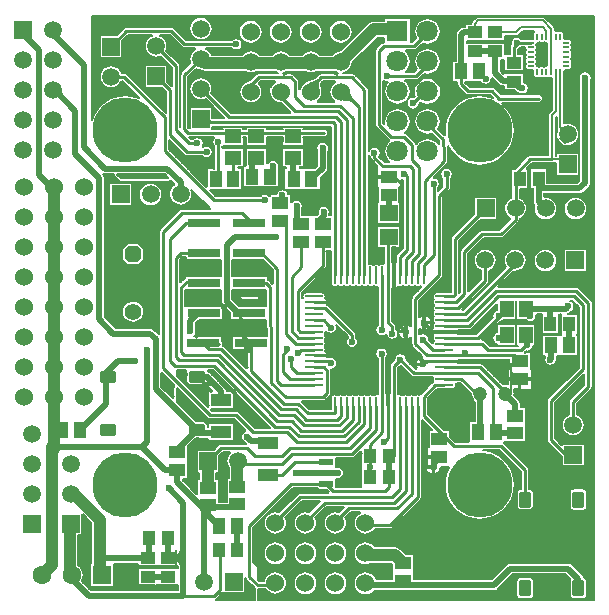
<source format=gtl>
%FSTAX23Y23*%
%MOMM*%
%SFA1B1*%

%IPPOS*%
%AMD10*
4,1,8,-0.114300,0.185420,-0.114300,-0.185420,0.000000,-0.299720,0.000000,-0.299720,0.114300,-0.185420,0.114300,0.185420,0.000000,0.299720,0.000000,0.299720,-0.114300,0.185420,0.0*
1,1,0.230000,0.000000,0.185420*
1,1,0.230000,0.000000,-0.185420*
1,1,0.230000,0.000000,-0.185420*
1,1,0.230000,0.000000,0.185420*
%
%AMD11*
4,1,8,0.185420,0.114300,-0.185420,0.114300,-0.299720,0.000000,-0.299720,0.000000,-0.185420,-0.114300,0.185420,-0.114300,0.299720,0.000000,0.299720,0.000000,0.185420,0.114300,0.0*
1,1,0.230000,0.185420,0.000000*
1,1,0.230000,-0.185420,0.000000*
1,1,0.230000,-0.185420,0.000000*
1,1,0.230000,0.185420,0.000000*
%
%AMD21*
4,1,8,0.701040,-0.375920,0.701040,0.375920,0.574040,0.500380,-0.574040,0.500380,-0.701040,0.375920,-0.701040,-0.375920,-0.574040,-0.500380,0.574040,-0.500380,0.701040,-0.375920,0.0*
1,1,0.250000,0.574040,-0.375920*
1,1,0.250000,0.574040,0.375920*
1,1,0.250000,-0.574040,0.375920*
1,1,0.250000,-0.574040,-0.375920*
%
%AMD24*
4,1,8,0.375920,0.701040,-0.375920,0.701040,-0.500380,0.574040,-0.500380,-0.574040,-0.375920,-0.701040,0.375920,-0.701040,0.500380,-0.574040,0.500380,0.574040,0.375920,0.701040,0.0*
1,1,0.250000,0.375920,0.574040*
1,1,0.250000,-0.375920,0.574040*
1,1,0.250000,-0.375920,-0.574040*
1,1,0.250000,0.375920,-0.574040*
%
%AMD36*
4,1,8,0.701040,-0.350520,0.701040,0.350520,0.350520,0.701040,-0.350520,0.701040,-0.701040,0.350520,-0.701040,-0.350520,-0.350520,-0.701040,0.350520,-0.701040,0.701040,-0.350520,0.0*
%
G04~CAMADD=10~8~0.0~0.0~236.2~90.6~45.3~0.0~15~0.0~0.0~0.0~0.0~0~0.0~0.0~0.0~0.0~0~0.0~0.0~0.0~90.0~90.0~236.0*
%ADD10D10*%
G04~CAMADD=11~8~0.0~0.0~236.2~90.6~45.3~0.0~15~0.0~0.0~0.0~0.0~0~0.0~0.0~0.0~0.0~0~0.0~0.0~0.0~0.0~236.2~90.6*
%ADD11D11*%
%ADD12R,1.399997X1.199998*%
%ADD13R,1.399997X1.099998*%
%ADD14R,1.099998X1.399997*%
%ADD15R,1.699997X1.099998*%
%ADD16R,2.789994X0.739999*%
%ADD17R,0.999998X1.299997*%
%ADD18R,1.149998X1.399997*%
%ADD19R,1.149998X0.599999*%
%ADD20R,1.299997X0.999998*%
G04~CAMADD=21~8~0.0~0.0~393.7~551.2~49.2~0.0~15~0.0~0.0~0.0~0.0~0~0.0~0.0~0.0~0.0~0~0.0~0.0~0.0~270.0~552.0~394.0*
%ADD21D21*%
%ADD22O,1.549997X0.250000*%
%ADD23O,0.250000X1.549997*%
G04~CAMADD=24~8~0.0~0.0~393.7~551.2~49.2~0.0~15~0.0~0.0~0.0~0.0~0~0.0~0.0~0.0~0.0~0~0.0~0.0~0.0~0.0~393.7~551.2*
%ADD24D24*%
%ADD25R,1.499997X1.399997*%
%ADD26C,0.200000*%
%ADD27C,0.253999*%
%ADD28C,0.499999*%
%ADD29C,0.255999*%
%ADD30C,0.999998*%
%ADD31R,1.499997X1.499997*%
%ADD32C,1.499997*%
%ADD33R,1.799996X1.799996*%
%ADD34C,1.799996*%
%ADD35C,1.199998*%
G04~CAMADD=36~4~0.0~0.0~551.2~551.2~0.0~137.8~0~0.0~0.0~0.0~0.0~0~0.0~0.0~0.0~0.0~0~0.0~0.0~0.0~270.0~552.0~552.0*
%ADD36D36*%
%ADD37C,1.399997*%
%ADD38R,1.599997X1.599997*%
%ADD39C,1.599997*%
%ADD40C,1.523997*%
%ADD41R,1.499997X1.499997*%
%ADD42C,5.499989*%
%ADD43C,0.599999*%
%ADD55C,0.127000*%
%ADD94C,0.507999*%
%LNpcb_final_2-1*%
%LPD*%
G54D55*
X44636Y4837D02*
X44607Y4835D01*
X44534Y48241*
X44509Y4812*
Y4783*
X44491Y47781*
X44441Y47762*
X44411*
X4435Y47774*
X43516*
X43519Y47769*
X4335Y47883*
X43149Y47923*
X42949Y47883*
X4278Y47769*
X42666Y476*
X42626Y47399*
X42648Y47288*
X42651Y47291*
X42579Y47182*
X42554Y47056*
Y46438*
X42163*
Y46501*
Y47413*
X40499*
X40399*
X38921*
Y47586*
X40399*
X40499*
X42163*
Y47981*
X43106*
X43222Y48005*
X4332Y4807*
X43657Y48406*
X44626*
X44636Y4837*
X42189Y46481D02*
X42519D01*
X42189Y46583D02*
X42519D01*
X42189Y46685D02*
X42519D01*
X42189Y46786D02*
X42519D01*
X42189Y46888D02*
X42519D01*
X42189Y46989D02*
X42519D01*
X42189Y47091D02*
X42544D01*
X42189Y47193D02*
X42544D01*
X42189Y47294D02*
X42621D01*
X42189Y47396D02*
X42595D01*
X38938Y47497D02*
X42621D01*
X42189Y47599D02*
X42646D01*
X42189Y47701D02*
X42722D01*
X42189Y47802D02*
X42798D01*
X4351D02*
X44475D01*
X42189Y47904D02*
X43027D01*
X43281D02*
X44475D01*
X43256Y48005D02*
X44475D01*
X43383Y48107D02*
X44475D01*
X43484Y48209D02*
X445D01*
X43586Y4831D02*
X44551D01*
X45117Y47433D02*
X45244Y47409D01*
X45369Y47433*
X45443Y47475*
X45517Y47433*
X45643Y47409*
X45645Y47409*
X45725Y47349*
Y45508*
X45646Y45448*
X45644Y45448*
X45517Y45423*
X45443Y45382*
X45369Y45423*
X45244Y45448*
X45117Y45423*
X45043Y45382*
X44968Y45423*
X44937Y45429*
X44876Y45461*
X44844Y45522*
X44837Y45556*
X44783Y45639*
X44778Y4562*
X44837Y45698*
X44863Y45829*
X44838Y45954*
X44797Y46028*
X44838Y46102*
X44863Y46229*
X44838Y46354*
X44796Y46428*
X44838Y46502*
X44863Y46629*
X44837Y46756*
X44783Y46839*
X44778Y4682*
X44837Y46898*
X44863Y47029*
X44837Y47156*
X44783Y47239*
X44778Y4722*
X44837Y47298*
X44844Y47335*
X44876Y47396*
X44936Y47427*
X44969Y47433*
X45043Y47475*
X45117Y47433*
X44856Y45542D02*
Y47345D01*
X44957Y4544D02*
Y47421D01*
X45059Y4544D02*
Y47472D01*
X45161Y45465D02*
Y47396D01*
X45262Y45465D02*
Y47396D01*
X45364Y4544D02*
Y47421D01*
X45465Y4544D02*
Y47472D01*
X45567Y45465D02*
Y47396D01*
X45669Y45516D02*
Y4737D01*
X43829Y46999D02*
X43849Y46899D01*
X43904Y46818*
X43909Y46836*
X43849Y46758*
X43823Y46629*
X43848Y46502*
X4389Y46428*
X43848Y46354*
X43823Y46229*
X43848Y46102*
X4389Y46028*
X43848Y45954*
X43823Y45829*
X43849Y45699*
X43904Y45618*
X43909Y45636*
X43849Y45558*
X43823Y45429*
X43849Y45299*
X43922Y45192*
X44029Y45119*
X44152Y45094*
X44441*
X44491Y45076*
X44509Y45026*
Y44737*
X44534Y44614*
X44607Y44507*
X44714Y44434*
X44844Y44408*
X44969Y44433*
X45043Y44475*
X45117Y44433*
X45244Y44408*
X45369Y44433*
X45443Y44475*
X45517Y44433*
X45644Y44408*
X45769Y44433*
X45843Y44475*
X45917Y44433*
X46044Y44408*
X46047Y44408*
X46125Y44349*
Y41761*
X4592Y41556*
X45855Y41457*
X45831Y41341*
Y37895*
X44243*
X44117Y3787*
X44009Y37799*
X42974Y36763*
X42686*
Y35286*
X42673Y35253*
X42677Y35241*
X42688Y34977*
X42694Y34963*
Y34299*
X42554Y34241*
X42352Y34087*
X42198Y33886*
X42101Y33651*
X42067Y33399*
X42101Y33148*
X42198Y32913*
X42352Y32712*
X42554Y32558*
X42565Y32553*
X42581Y32471*
X41656Y31545*
X40193*
X40067Y3152*
X39959Y31449*
X3845Y2994*
X38379Y29832*
X38354Y29706*
Y26315*
X38294Y26255*
X38245Y26275*
Y30656*
X40025Y32436*
X41463*
Y34363*
X39536*
Y32925*
X3765Y3104*
X37579Y30932*
X37554Y30806*
Y26295*
X37018*
X37008Y26293*
X36368*
X36243Y26268*
X36131Y26193*
X36056Y26081*
X3603Y25949*
X36056Y25818*
X36093Y25762*
X36103Y25699*
X36093Y25637*
X36056Y25581*
X3603Y25449*
X36056Y25318*
X36113Y25232*
Y25167*
X36056Y25081*
X3603Y24949*
X36056Y24818*
X36093Y24762*
X36103Y24699*
X36093Y24637*
X36056Y24581*
X3603Y24449*
X36056Y24318*
X36093Y24262*
X36103Y24199*
X36093Y24137*
X36056Y24081*
X3603Y23949*
X36056Y23818*
X36113Y23732*
Y23667*
X36056Y23581*
X3603Y23449*
X36055Y23319*
X36055Y23319*
X36042Y23247*
X35958Y23122*
X35937Y23013*
X37024*
X38101*
X38161Y23104*
X3909*
X39216Y23129*
X39324Y232*
X41472Y25348*
X41511Y25332*
Y24806*
X41399Y24783*
X4123Y24669*
X41116Y245*
X41076Y24299*
X41087Y24246*
X41078Y24224*
X41086Y24204*
X41085Y24197*
X41087Y24187*
X41089Y24195*
X41089Y24194*
X4109Y24196*
X41083Y24185*
X41074Y24175*
X41051Y24148*
X41045Y24135*
X41044Y24134*
X41041Y24131*
X39706Y22795*
X38161*
X38101Y22886*
X37024*
X35937*
X35958Y22777*
X36042Y22652*
X36055Y2258*
X36055Y2258*
X3603Y22449*
X36056Y22318*
X36093Y22262*
X36103Y22199*
X36093Y22137*
X36056Y22081*
X36043Y22021*
X35997Y21997*
X35992Y21997*
X35717Y2227*
X35723Y22299*
X35683Y225*
X35569Y22669*
X354Y22783*
X35199Y22823*
X34999Y22783*
X34958Y22756*
X34898Y22788*
Y23152*
X34958Y23185*
X35059Y23118*
X35236Y23082*
Y23699*
Y24317*
X35059Y24281*
X34958Y24214*
X34898Y24247*
Y25567*
X36824Y27492*
X36895Y27599*
X3692Y27725*
Y34331*
X37449Y34859*
X3752Y34967*
X37545Y35093*
Y35913*
X37569Y3593*
X37683Y36099*
X37723Y36299*
X37683Y365*
X37569Y36669*
X374Y36783*
X37199Y36823*
X36999Y36783*
X3683Y36669*
X36716Y365*
X36676Y36299*
X36716Y36099*
X3683Y3593*
X36854Y35913*
Y35243*
X36486Y34874*
X36446Y34891*
Y35014*
X36449Y35028*
X36455Y35076*
X36456Y35083*
X36457Y35095*
X36459Y35104*
X36461Y35111*
X36464Y35119*
X36468Y35126*
X36465Y35122*
X36483Y35139*
X36492Y35163*
X36583Y35299*
X36623Y35499*
X36583Y357*
X36469Y35869*
X363Y35983*
X36177Y36008*
X36152Y3606*
X37249Y37157*
X37321Y37265*
X37346Y37391*
Y38625*
X37345Y38631*
X37357Y38635*
X37351Y3865*
X37595Y38252*
X37897Y37897*
X38252Y37595*
X3865Y37351*
X39081Y37172*
X39535Y37064*
X39999Y37027*
X40464Y37064*
X40918Y37172*
X41349Y37351*
X41747Y37595*
X42102Y37897*
X42404Y38252*
X42648Y3865*
X42827Y39081*
X42935Y39535*
X42972Y39999*
X42935Y40464*
X42827Y40918*
X42648Y41349*
X42404Y41747*
X42102Y42102*
X41857Y4231*
X41874Y42354*
X45031*
X45157Y42379*
X4527Y42454*
X45345Y42567*
X45371Y42699*
X45345Y42832*
X4527Y42945*
X45157Y4302*
X45031Y43045*
X41818*
X41265Y43599*
X41157Y4367*
X41031Y43695*
X39143*
X38795Y44043*
Y44086*
X39122*
X39149*
X39249*
X39276*
X40092*
X4013Y4403*
X40299Y43916*
X40499Y43876*
X407Y43916*
X40869Y4403*
X40983Y44199*
X41023Y444*
X41021Y44409*
X41055Y44427*
X41616Y43867*
X41764Y43768*
X41938Y43733*
X42036*
Y43411*
X42946*
X43121Y43237*
X43269Y43138*
X4339Y43114*
X43424Y43091*
X43624Y43051*
X43825Y43091*
X43994Y43205*
X44108Y43374*
X44148Y43574*
X44108Y43775*
X43994Y43944*
X43825Y44058*
X43763Y44071*
Y44838*
X42087*
X4201Y44806*
X41771Y45045*
Y45986*
X42036*
Y45922*
Y45011*
X43763*
Y46438*
X43245*
Y46905*
X43229Y46897*
X43349Y46915*
X43519Y4703*
X43555Y47082*
X43753*
X43829Y46999*
X3495Y22809D02*
Y23164D01*
Y24256D02*
Y25603D01*
X35051Y22834D02*
Y23088D01*
Y24333D02*
Y25704D01*
X35153Y22859D02*
Y23088D01*
Y24333D02*
Y25806D01*
X35255Y22859D02*
Y25907D01*
X35356Y22834D02*
Y26009D01*
X35458Y22783D02*
Y26111D01*
X35559Y22707D02*
Y26212D01*
X35661Y2258D02*
Y26314D01*
X35763Y2225D02*
Y26415D01*
X35864Y22148D02*
Y26517D01*
X35966Y22047D02*
Y22758D01*
Y2291D02*
Y22986D01*
Y23164D02*
Y26619D01*
X36067Y22123D02*
Y22301D01*
Y2291D02*
Y22986D01*
Y23621D02*
Y23799D01*
Y24129D02*
Y24282D01*
Y24637D02*
Y2479D01*
Y2512D02*
Y25298D01*
Y25628D02*
Y2578D01*
Y26136D02*
Y2672D01*
X36169Y2291D02*
Y22986D01*
Y26263D02*
Y26822D01*
Y36042D02*
Y36067D01*
X36271Y2291D02*
Y22986D01*
Y26314D02*
Y26923D01*
Y36042D02*
Y36169D01*
X36372Y2291D02*
Y22986D01*
Y26314D02*
Y27025D01*
Y35966D02*
Y36271D01*
X36474Y2291D02*
Y22986D01*
Y26314D02*
Y27127D01*
Y34924D02*
Y35128D01*
Y3589D02*
Y36372D01*
X36575Y2291D02*
Y22986D01*
Y26314D02*
Y27228D01*
Y35026D02*
Y35305D01*
Y35737D02*
Y36474D01*
X36677Y2291D02*
Y22986D01*
Y26314D02*
Y2733D01*
Y35128D02*
Y36271D01*
Y36347D02*
Y36575D01*
X36779Y2291D02*
Y22986D01*
Y26314D02*
Y27431D01*
Y35229D02*
Y35991D01*
Y36626D02*
Y36677D01*
X3688Y2291D02*
Y22986D01*
Y26314D02*
Y27558D01*
Y36753D02*
Y36779D01*
X36982Y2291D02*
Y22986D01*
Y26314D02*
Y34391D01*
Y36804D02*
Y3688D01*
X37083Y2291D02*
Y22986D01*
Y26314D02*
Y34493D01*
Y36829D02*
Y36982D01*
X37185Y2291D02*
Y22986D01*
Y26314D02*
Y34594D01*
Y36855D02*
Y37083D01*
X37287Y2291D02*
Y22986D01*
Y26314D02*
Y34696D01*
Y36855D02*
Y3721D01*
X37388Y2291D02*
Y22986D01*
Y26314D02*
Y34797D01*
Y36804D02*
Y38607D01*
X3749Y2291D02*
Y22986D01*
Y26314D02*
Y34924D01*
Y36753D02*
Y3843D01*
X37591Y2291D02*
Y22986D01*
Y31013D02*
Y35966D01*
Y36677D02*
Y38226D01*
X37693Y2291D02*
Y22986D01*
Y31114D02*
Y36093D01*
Y36525D02*
Y38125D01*
X37795Y2291D02*
Y22986D01*
Y31216D02*
Y37998D01*
X37896Y2291D02*
Y22986D01*
Y31318D02*
Y37871D01*
X37998Y2291D02*
Y22986D01*
Y31419D02*
Y37795D01*
X38099Y2291D02*
Y23012D01*
Y31521D02*
Y37718D01*
X38201Y22809D02*
Y23088D01*
Y31622D02*
Y37617D01*
X38303Y22809D02*
Y23088D01*
Y26314D02*
Y30708D01*
Y31724D02*
Y37541D01*
X38404Y22809D02*
Y23088D01*
Y29921D02*
Y3081D01*
Y31826D02*
Y3749D01*
X38506Y22809D02*
Y23088D01*
Y30048D02*
Y30911D01*
Y31927D02*
Y37439D01*
X38607Y22809D02*
Y23088D01*
Y30149D02*
Y31013D01*
Y32029D02*
Y37388D01*
X38709Y22809D02*
Y23088D01*
Y30251D02*
Y31114D01*
Y3213D02*
Y37337D01*
X38811Y22809D02*
Y23088D01*
Y30352D02*
Y31216D01*
Y32232D02*
Y37287D01*
Y44043D02*
Y44068D01*
X38912Y22809D02*
Y23088D01*
Y30454D02*
Y31318D01*
Y32334D02*
Y37236D01*
Y43941D02*
Y44068D01*
X39014Y22809D02*
Y23088D01*
Y30556D02*
Y31419D01*
Y32435D02*
Y37185D01*
Y4384D02*
Y44068D01*
X39115Y22809D02*
Y23113D01*
Y30657D02*
Y31521D01*
Y32537D02*
Y37134D01*
Y43738D02*
Y44068D01*
X39217Y22809D02*
Y23139D01*
Y30759D02*
Y31622D01*
Y32638D02*
Y37109D01*
Y43713D02*
Y44068D01*
X39319Y22809D02*
Y2319D01*
Y3086D02*
Y31724D01*
Y3274D02*
Y37083D01*
Y43713D02*
Y44068D01*
X3942Y22809D02*
Y23291D01*
Y30962D02*
Y31826D01*
Y32842D02*
Y37058D01*
Y43713D02*
Y44068D01*
X39522Y22809D02*
Y23393D01*
Y31064D02*
Y31927D01*
Y32943D02*
Y37033D01*
Y43713D02*
Y44068D01*
X39623Y22809D02*
Y23494D01*
Y31165D02*
Y32029D01*
Y34391D02*
Y37033D01*
Y43713D02*
Y44068D01*
X39725Y22859D02*
Y23596D01*
Y31267D02*
Y3213D01*
Y34391D02*
Y37033D01*
Y43713D02*
Y44068D01*
X39827Y22961D02*
Y23698D01*
Y31368D02*
Y32232D01*
Y34391D02*
Y37033D01*
Y43713D02*
Y44068D01*
X39928Y23063D02*
Y23799D01*
Y3147D02*
Y32334D01*
Y34391D02*
Y37033D01*
Y43713D02*
Y44068D01*
X4003Y23164D02*
Y23901D01*
Y31546D02*
Y3241D01*
Y34391D02*
Y37033D01*
Y43713D02*
Y44068D01*
X40131Y23266D02*
Y24002D01*
Y31572D02*
Y3241D01*
Y34391D02*
Y37033D01*
Y43713D02*
Y43992D01*
X40233Y23367D02*
Y24104D01*
Y31572D02*
Y3241D01*
Y34391D02*
Y37033D01*
Y43713D02*
Y43941D01*
X40335Y23469D02*
Y24206D01*
Y31572D02*
Y3241D01*
Y34391D02*
Y37033D01*
Y43713D02*
Y43891D01*
X40436Y23571D02*
Y24307D01*
Y31572D02*
Y3241D01*
Y34391D02*
Y37033D01*
Y43713D02*
Y43865D01*
X40538Y23672D02*
Y24409D01*
Y31572D02*
Y3241D01*
Y34391D02*
Y37058D01*
Y43713D02*
Y43865D01*
X40639Y23774D02*
Y2451D01*
Y31572D02*
Y3241D01*
Y34391D02*
Y37083D01*
Y43713D02*
Y43891D01*
X40741Y23875D02*
Y24612D01*
Y31572D02*
Y3241D01*
Y34391D02*
Y37109D01*
Y43713D02*
Y43941D01*
X40843Y23977D02*
Y24714D01*
Y31572D02*
Y3241D01*
Y34391D02*
Y37134D01*
Y43713D02*
Y43992D01*
X40944Y24079D02*
Y24815D01*
Y31572D02*
Y3241D01*
Y34391D02*
Y3716D01*
Y43713D02*
Y44119D01*
X41046Y24206D02*
Y24917D01*
Y31572D02*
Y3241D01*
Y34391D02*
Y3721D01*
Y43713D02*
Y44399D01*
X41147Y24587D02*
Y25018D01*
Y31572D02*
Y3241D01*
Y34391D02*
Y37261D01*
Y43687D02*
Y44297D01*
X41249Y24714D02*
Y2512D01*
Y31572D02*
Y3241D01*
Y34391D02*
Y37312D01*
Y43662D02*
Y44195D01*
X41351Y2479D02*
Y25222D01*
Y31572D02*
Y3241D01*
Y34391D02*
Y37363D01*
Y4356D02*
Y44094D01*
X41452Y24841D02*
Y25323D01*
Y31572D02*
Y37414D01*
Y43459D02*
Y43992D01*
X41554Y31572D02*
Y37464D01*
Y43357D02*
Y43891D01*
X41655Y31597D02*
Y37515D01*
Y43256D02*
Y43814D01*
X41757Y31699D02*
Y37591D01*
Y43154D02*
Y43738D01*
X41859Y318D02*
Y37668D01*
Y42341D02*
Y42316D01*
Y43078D02*
Y43738D01*
Y44983D02*
Y45948D01*
X4196Y31902D02*
Y37744D01*
Y42265D02*
Y42316D01*
Y43078D02*
Y43713D01*
Y44881D02*
Y45948D01*
X42062Y32003D02*
Y33375D01*
Y33451D02*
Y37845D01*
Y42189D02*
Y42316D01*
Y43078D02*
Y43383D01*
Y44856D02*
Y44983D01*
X42163Y32105D02*
Y32969D01*
Y33858D02*
Y37947D01*
Y42087D02*
Y42316D01*
Y43078D02*
Y43383D01*
Y44856D02*
Y44983D01*
X42265Y32207D02*
Y32791D01*
Y34035D02*
Y38074D01*
Y4196D02*
Y42316D01*
Y43078D02*
Y43383D01*
Y44856D02*
Y44983D01*
X42367Y32308D02*
Y32689D01*
Y34137D02*
Y38201D01*
Y41833D02*
Y42316D01*
Y43078D02*
Y43383D01*
Y44856D02*
Y44983D01*
X42468Y3241D02*
Y32613D01*
Y34213D02*
Y38353D01*
Y41681D02*
Y42316D01*
Y43078D02*
Y43383D01*
Y44856D02*
Y44983D01*
X4257Y34289D02*
Y38531D01*
Y41503D02*
Y42316D01*
Y43078D02*
Y43383D01*
Y44856D02*
Y44983D01*
X42671Y34315D02*
Y35204D01*
Y35305D02*
Y38709D01*
Y41325D02*
Y42316D01*
Y43078D02*
Y43383D01*
Y44856D02*
Y44983D01*
X42773Y36779D02*
Y38963D01*
Y41071D02*
Y42316D01*
Y43078D02*
Y43383D01*
Y44856D02*
Y44983D01*
X42875Y36779D02*
Y39293D01*
Y40716D02*
Y42316D01*
Y43078D02*
Y43383D01*
Y44856D02*
Y44983D01*
X42976Y36804D02*
Y42316D01*
Y43078D02*
Y43357D01*
Y44856D02*
Y44983D01*
X43078Y36906D02*
Y42316D01*
Y43078D02*
Y43256D01*
Y44856D02*
Y44983D01*
X43179Y37007D02*
Y42316D01*
Y43078D02*
Y43179D01*
Y44856D02*
Y44983D01*
X43281Y37109D02*
Y42316D01*
Y43078D02*
Y43103D01*
Y44856D02*
Y44983D01*
Y46456D02*
Y46888D01*
X43383Y3721D02*
Y42316D01*
Y43078D02*
D01*
Y44856D02*
Y44983D01*
Y46456D02*
Y46913D01*
X43484Y37312D02*
Y42316D01*
Y43078D02*
D01*
Y44856D02*
Y44983D01*
Y46456D02*
Y47015D01*
X43586Y37414D02*
Y42316D01*
Y43078D02*
Y43052D01*
Y44856D02*
Y44983D01*
Y46456D02*
Y47091D01*
X43687Y37515D02*
Y42316D01*
Y43078D02*
Y43052D01*
Y44856D02*
Y44983D01*
Y46456D02*
Y47091D01*
X43789Y37617D02*
Y42316D01*
Y43078D02*
D01*
Y44094D02*
Y4704D01*
X43891Y37718D02*
Y42316D01*
Y43078D02*
Y43129D01*
Y44043D02*
Y45211D01*
X43992Y3782D02*
Y42316D01*
Y43078D02*
Y43205D01*
Y43967D02*
Y4511D01*
X44094Y37896D02*
Y42316D01*
Y43078D02*
Y43332D01*
Y4384D02*
Y45084D01*
X44195Y37922D02*
Y42316D01*
Y43078D02*
Y45059D01*
X44297Y37922D02*
Y42316D01*
Y43078D02*
Y45059D01*
X44399Y37922D02*
Y42316D01*
Y43078D02*
Y45059D01*
X445Y37922D02*
Y42316D01*
Y43078D02*
Y44703D01*
X44602Y37922D02*
Y42316D01*
Y43078D02*
Y44475D01*
X44703Y37922D02*
Y42316D01*
Y43078D02*
Y44399D01*
X44805Y37922D02*
Y42316D01*
Y43078D02*
Y44399D01*
X44907Y37922D02*
Y42316D01*
Y43078D02*
Y44399D01*
X45008Y37922D02*
Y42316D01*
Y43078D02*
Y44449D01*
X4511Y37922D02*
Y42341D01*
Y43078D02*
Y44399D01*
X45211Y37922D02*
Y42392D01*
Y43027D02*
Y44399D01*
X45313Y37922D02*
Y42519D01*
Y429D02*
Y44399D01*
X45415Y37922D02*
Y44449D01*
X45516Y37922D02*
Y44399D01*
X45618Y37922D02*
Y44399D01*
X45719Y37922D02*
Y44399D01*
X45821Y41401D02*
Y44449D01*
X45923Y41605D02*
Y44399D01*
X46024Y41706D02*
Y44399D01*
X27752Y44956D02*
X27989Y44858D01*
X28014Y44854*
X28014Y44846*
X26593*
X26467Y44821*
X26359Y44749*
X26116Y44507*
X26105Y445*
X26078Y44479*
X26051Y44462*
X26022Y44445*
X25521Y44247*
X25392Y44206*
X25368Y44185*
X25211Y44121*
X25008Y43964*
X24851Y43761*
X24753Y43523*
X24754Y43536*
X24746Y43536*
Y44106*
X24721Y44232*
X24649Y4434*
X2424Y44749*
X24132Y44821*
X24006Y44846*
X23393*
X23393Y44854*
X23418Y44858*
X23655Y44956*
X23687Y4498*
X2518*
X25212Y44956*
X25449Y44858*
X25703Y44824*
X25958Y44858*
X26195Y44956*
X26227Y4498*
X2772*
X27752Y44956*
X27688Y44845D02*
X27956Y44734D01*
X2788Y44744*
X27894Y44973*
X26581*
X26417Y44941*
X26278Y44847*
X26038Y44608*
X26034Y44606*
X26004Y44583*
X25984Y4457*
X25966Y44559*
X25479Y44367*
X25328Y44319*
X253Y44295*
X25147Y44232*
X24918Y44054*
X2474Y43825*
X25005Y44463*
X24898Y43654*
X24873Y43655*
Y44118*
X24841Y44282*
X24747Y44421*
X24321Y44847*
X24182Y44941*
X24018Y44973*
X23513*
X23527Y44744*
X23451Y44734*
X23719Y44845*
X2373Y44853*
X25137*
X25148Y44845*
X25416Y44734*
X25703Y44696*
X25991Y44734*
X26259Y44845*
X2627Y44853*
X27677*
X27688Y44845*
X24764Y43586D02*
D01*
Y43687D02*
X2479D01*
X24764Y43789D02*
X24841D01*
X24764Y43891D02*
X24942D01*
X24764Y43992D02*
X25044D01*
X24764Y44094D02*
X25171D01*
X24764Y44195D02*
X25374D01*
X24714Y44297D02*
X25628D01*
X24612Y44399D02*
X25882D01*
X2451Y445D02*
X26085D01*
X24409Y44602D02*
X26187D01*
X24307Y44703D02*
X26288D01*
X24206Y44805D02*
X26415D01*
X23571Y44907D02*
X25323D01*
X26111D02*
X27863D01*
X26382Y44182D02*
X26392Y44194D01*
X26355Y44134*
X26327Y4407*
X26307Y44001*
X26296Y43927*
X26294Y43848*
X263Y43765*
X26314Y43679*
X26336Y43588*
X26321Y43637*
X25641Y43982*
X25619Y43975*
X26148Y44184*
X26205Y44215*
X2625Y44247*
X2625Y44247*
X26382Y44182*
X26263Y43687D02*
X26288D01*
X2606Y43789D02*
X26263D01*
X25882Y43891D02*
X26263D01*
X2573Y43992D02*
X26288D01*
X25958Y44094D02*
X26314D01*
X26161Y44195D02*
X26314D01*
X28955Y4327D02*
X29055Y42884D01*
X29084Y42808*
X29113Y4274*
X29145Y42681*
X2918Y42629*
X29182Y42627*
X29103Y4251*
X29049Y42543*
X28985Y42572*
X28915Y42594*
X2884Y42609*
X28759Y42617*
X28672Y42618*
X28581Y42613*
X28483Y42601*
X28529Y42609*
X2896Y43241*
X28955Y4327*
X28574Y42646D02*
Y42671D01*
X28676Y42646D02*
Y42824D01*
X28778Y42646D02*
Y42976D01*
X28879Y42646D02*
Y43103D01*
X28981Y42595D02*
Y43154D01*
X29082Y4257D02*
Y42773D01*
X27769Y44128D02*
X27751Y44121D01*
X27548Y43964*
X27391Y43761*
X27293Y43523*
X27259Y43268*
X27293Y43014*
X27391Y42776*
X27548Y42573*
X27659Y42487*
X27645Y42446*
X26302*
X26288Y42487*
X26399Y42573*
X26556Y42776*
X26654Y43014*
X26688Y43268*
X26654Y43523*
X26643Y43549*
X26645Y43567*
X26615Y43664*
X26598Y43735*
X26588Y43799*
X26584Y43855*
X26585Y43902*
X26591Y4394*
X26599Y43973*
X26611Y43998*
X26626Y44022*
X26663Y44065*
X26667Y44076*
X26743Y44153*
X27764*
X27769Y44128*
X26339Y42468D02*
Y42519D01*
X26441Y42468D02*
Y42621D01*
X26542Y42468D02*
Y42722D01*
X26644Y42468D02*
Y43002D01*
Y4356D02*
Y44043D01*
X26746Y42468D02*
Y44145D01*
X26847Y42468D02*
Y44145D01*
X26949Y42468D02*
Y44145D01*
X2705Y42468D02*
Y44145D01*
X27152Y42468D02*
Y44145D01*
X27254Y42468D02*
Y43256D01*
Y43332D02*
Y44145D01*
X27355Y42468D02*
Y42824D01*
Y43738D02*
Y44145D01*
X27457Y42468D02*
Y42671D01*
Y43891D02*
Y44145D01*
X27558Y42468D02*
Y42544D01*
Y44018D02*
Y44145D01*
X2766Y44094D02*
Y44145D01*
X16148Y45141D02*
X16374Y45111D01*
X16419Y45076*
X16593Y45005*
X16775Y4498*
X201*
X20132Y44956*
X20369Y44858*
X20623Y44824*
X20878Y44858*
X21115Y44956*
X21147Y4498*
X2264*
X22672Y44956*
X22909Y44858*
X22934Y44854*
X22934Y44846*
X21293*
X21167Y44821*
X21059Y44749*
X20553Y44243*
X20369Y44219*
X20131Y44121*
X19928Y43964*
X19771Y43761*
X19673Y43523*
X19639Y43268*
X19673Y43014*
X19771Y42776*
X19928Y42573*
X20131Y42416*
X20369Y42318*
X20623Y42284*
X20878Y42318*
X21116Y42416*
X21319Y42573*
X21476Y42776*
X21574Y43014*
X21608Y43268*
X21574Y43523*
X21476Y43761*
X2132Y43962*
X21325Y43958*
X2132Y44029*
X21443Y44153*
X22684*
X22689Y44128*
X22671Y44121*
X22468Y43964*
X22311Y43761*
X22295Y43721*
X22284Y43713*
X22209Y43601*
X22183Y43469*
X22196Y43398*
X22179Y43268*
X22213Y43014*
X22311Y42776*
X22468Y42573*
X22671Y42416*
X22909Y42318*
X23164Y42284*
X23217Y42291*
X23975Y41533*
X23959Y41494*
X18934*
X1728Y43148*
X17338Y43288*
X17372Y43539*
X17338Y43791*
X17241Y44026*
X17087Y44227*
X16886Y44381*
X16651Y44478*
X16399Y44512*
X16148Y44478*
X15913Y44381*
X15712Y44227*
X15558Y44026*
X15461Y43791*
X15427Y43539*
X15461Y43288*
X15558Y43053*
X15712Y42852*
X15913Y42698*
X16148Y42601*
X16399Y42567*
X16651Y42601*
X16791Y42659*
X18391Y4106*
X18374Y4102*
X17374*
X17363Y4103*
Y41963*
X15436*
Y40221*
X15387Y402*
X15345Y40243*
Y44536*
X16008Y45199*
X16148Y45141*
X15366Y40284D02*
X15417D01*
X15366Y40385D02*
X15417D01*
X15366Y40487D02*
X15417D01*
X15366Y40589D02*
X15417D01*
X15366Y4069D02*
X15417D01*
X15366Y40792D02*
X15417D01*
X15366Y40893D02*
X15417D01*
X15366Y40995D02*
X15417D01*
X15366Y41097D02*
X15417D01*
X17398D02*
X18338D01*
X15366Y41198D02*
X15417D01*
X17398D02*
X18237D01*
X15366Y413D02*
X15417D01*
X17398D02*
X18135D01*
X15366Y41401D02*
X15417D01*
X17398D02*
X18033D01*
X15366Y41503D02*
X15417D01*
X17398D02*
X17932D01*
X18948D02*
X23926D01*
X15366Y41605D02*
X15417D01*
X17398D02*
X1783D01*
X18846D02*
X23875D01*
X15366Y41706D02*
X15417D01*
X17398D02*
X17729D01*
X18745D02*
X23774D01*
X15366Y41808D02*
X15417D01*
X17398D02*
X17627D01*
X18643D02*
X23672D01*
X15366Y41909D02*
X15417D01*
X17398D02*
X17525D01*
X18541D02*
X23571D01*
X15366Y42011D02*
X17424D01*
X1844D02*
X23469D01*
X15366Y42113D02*
X17322D01*
X18338D02*
X23367D01*
X15366Y42214D02*
X17221D01*
X18237D02*
X23266D01*
X15366Y42316D02*
X17119D01*
X18135D02*
X20345D01*
X20904D02*
X22885D01*
X15366Y42417D02*
X17017D01*
X18033D02*
X20116D01*
X21132D02*
X22656D01*
X15366Y42519D02*
X16916D01*
X17932D02*
X19989D01*
X21285D02*
X22529D01*
X15366Y42621D02*
X16078D01*
X16763D02*
X16814D01*
X1783D02*
X19888D01*
X21386D02*
X22428D01*
X15366Y42722D02*
X15874D01*
X17729D02*
X19786D01*
X21488D02*
X22326D01*
X15366Y42824D02*
X15747D01*
X17627D02*
X19735D01*
X21539D02*
X22275D01*
X15366Y42925D02*
X15646D01*
X17525D02*
X19684D01*
X21564D02*
X22224D01*
X15366Y43027D02*
X1557D01*
X17424D02*
X19659D01*
X21615D02*
X22199D01*
X15366Y43129D02*
X15519D01*
X17322D02*
X19659D01*
X21615D02*
X22199D01*
X15366Y4323D02*
X15468D01*
X17348D02*
X19634D01*
X2164D02*
X22174D01*
X15366Y43332D02*
X15443D01*
X17398D02*
X19634D01*
X2164D02*
X22174D01*
X15366Y43433D02*
X15417D01*
X17398D02*
X19659D01*
X21615D02*
X22174D01*
X15366Y43535D02*
X15392D01*
X17398D02*
X19659D01*
X21589D02*
X22174D01*
X15366Y43637D02*
X15417D01*
X17398D02*
X1971D01*
X21564D02*
X22199D01*
X15366Y43738D02*
X15443D01*
X17398D02*
X19735D01*
X21539D02*
X22275D01*
X15366Y4384D02*
X15468D01*
X17373D02*
X19811D01*
X21462D02*
X22351D01*
X15366Y43941D02*
X15519D01*
X17322D02*
X19913D01*
X21361D02*
X22453D01*
X15366Y44043D02*
X1557D01*
X17271D02*
X20015D01*
X21361D02*
X22555D01*
X15366Y44145D02*
X15646D01*
X17195D02*
X20192D01*
X15366Y44246D02*
X15747D01*
X17094D02*
X20523D01*
X15366Y44348D02*
X15874D01*
X16967D02*
X20624D01*
X15366Y44449D02*
X16078D01*
X16763D02*
X20726D01*
X15392Y44551D02*
X20827D01*
X15493Y44653D02*
X20929D01*
X15595Y44754D02*
X21031D01*
X15697Y44856D02*
X20345D01*
X20904D02*
X22885D01*
X15798Y44957D02*
X20116D01*
X21132D02*
X22656D01*
X159Y45059D02*
X16459D01*
X16001Y45161D02*
X16052D01*
X14759Y4705D02*
X14867Y46979D01*
X14993Y46954*
X15927*
X15932Y46929*
X15913Y46921*
X15712Y46767*
X15558Y46566*
X15461Y46331*
X15427Y46079*
X15461Y45828*
X15519Y45688*
X1475Y4492*
X14679Y44812*
X14654Y44686*
Y40343*
X14594Y4031*
X14645Y40276*
Y45446*
X1462Y45572*
X14549Y4568*
X1348Y46748*
X13538Y46888*
X13572Y47139*
X13538Y47391*
X13441Y47626*
X13287Y47827*
X13086Y47981*
X1297Y48029*
X12975Y48054*
X13756*
X14759Y4705*
X1303Y48031D02*
Y48056D01*
X13131Y4798D02*
Y48056D01*
X13233Y47904D02*
Y48056D01*
X13334Y47802D02*
Y48056D01*
X13436Y4765D02*
Y48056D01*
X13538Y46735D02*
Y46888D01*
Y47421D02*
Y48056D01*
X13639Y46634D02*
Y48056D01*
X13741Y46532D02*
Y48056D01*
X13842Y46431D02*
Y47955D01*
X13944Y46329D02*
Y47853D01*
X14046Y46227D02*
Y47751D01*
X14147Y46126D02*
Y4765D01*
X14249Y46024D02*
Y47548D01*
X1435Y45923D02*
Y47447D01*
X14452Y45821D02*
Y47345D01*
X14554Y45694D02*
Y47243D01*
X14655Y44729D02*
Y47142D01*
X14757Y44983D02*
Y47015D01*
X14858Y45084D02*
Y46964D01*
X1496Y45186D02*
Y46964D01*
X15062Y45288D02*
Y46939D01*
X15163Y45389D02*
Y46939D01*
X15265Y45491D02*
Y46939D01*
X15366Y45592D02*
Y46939D01*
X15468Y45694D02*
Y45796D01*
Y4638D02*
Y46939D01*
X1557Y46608D02*
Y46939D01*
X15671Y46735D02*
Y46939D01*
X15773Y46837D02*
Y46939D01*
X15874Y46913D02*
Y46939D01*
X49712Y00279D02*
X21263D01*
Y01183*
X2123Y0115*
X21881*
X22011Y0098*
X22216Y00824*
X22453Y00726*
X22707Y00692*
X22962Y00726*
X232Y00824*
X23403Y0098*
X23559Y01183*
X23657Y01421*
X23691Y01675*
X23657Y0193*
X23559Y02167*
X23403Y02372*
X232Y02528*
X22962Y02626*
X22707Y0266*
X22453Y02626*
X22216Y02528*
X22011Y02372*
X21855Y02167*
X21757Y0193*
X21745Y01841*
X21347*
X21263Y01925*
Y03026*
X20845Y03444*
Y06356*
X24193Y09704*
X26165*
X2618Y09697*
X26234Y09696*
X26261Y09693*
X26278Y09691*
X26257Y09721*
X26225Y09536*
X27049*
X27215Y0937*
X27195Y09321*
X24816*
X2469Y09296*
X24582Y09224*
X23034Y07676*
X22962Y07706*
X22707Y0774*
X22453Y07706*
X22216Y07608*
X22011Y07452*
X21855Y07247*
X21757Y0701*
X21723Y06755*
X21757Y06501*
X21855Y06263*
X22011Y0606*
X22216Y05904*
X22453Y05806*
X22707Y05772*
X22962Y05806*
X232Y05904*
X23403Y0606*
X23559Y06263*
X23657Y06501*
X23691Y06755*
X23657Y0701*
X23559Y07248*
X23571Y07232*
X24966Y08628*
X26471*
X26488Y08588*
X25575Y07676*
X25502Y07706*
X25247Y0774*
X24993Y07706*
X24756Y07608*
X24551Y07452*
X24395Y07247*
X24297Y0701*
X24263Y06755*
X24297Y06501*
X24395Y06263*
X24551Y0606*
X24756Y05904*
X24993Y05806*
X25247Y05772*
X25502Y05806*
X2574Y05904*
X25943Y0606*
X26099Y06263*
X26197Y06501*
X26231Y06755*
X26197Y0701*
X26099Y07247*
X2611Y07232*
X27031Y08154*
X28524*
X28544Y08106*
X28115Y07676*
X28042Y07706*
X27787Y0774*
X27533Y07706*
X27296Y07608*
X27091Y07452*
X26935Y07247*
X26837Y0701*
X26803Y06755*
X26837Y06501*
X26935Y06263*
X27091Y0606*
X27296Y05904*
X27533Y05806*
X27787Y05772*
X28042Y05806*
X2828Y05904*
X28483Y0606*
X28639Y06263*
X28737Y06501*
X28771Y06755*
X28737Y0701*
X28639Y07247*
X2865Y07232*
X29071Y07654*
X2988*
X29885Y07629*
X29835Y07608*
X29631Y07452*
X29475Y07247*
X29377Y0701*
X29343Y06755*
X29377Y06501*
X29475Y06263*
X29631Y0606*
X29836Y05904*
X30073Y05806*
X30327Y05772*
X30582Y05806*
X3082Y05904*
X31023Y0606*
X31153Y0623*
X32382*
X32508Y06255*
X32616Y06326*
X34999Y08709*
X3507Y08817*
X35095Y08943*
Y15446*
X35143Y15466*
X35958Y14651*
X35942Y14613*
X35686*
Y13217*
X35582*
Y12413*
X36536*
Y12286*
X35582*
Y11837*
X35518Y1174*
X35482Y11563*
X35925*
X35956Y11739*
X35961Y11739*
X36359Y11859*
X36331Y11831*
X36317Y11802*
X36307Y11773*
X363Y1174*
X36294Y11702*
X36288Y11612*
X36287Y11563*
X36163*
Y10882*
X3634Y10918*
X36544Y11055*
X36681Y11259*
X36724Y11471*
X36732Y11482*
X37378*
X37404Y11436*
X37351Y11349*
X37172Y10918*
X37064Y10464*
X37027Y09999*
X37064Y09535*
X37172Y09081*
X37351Y0865*
X37595Y08252*
X37897Y07897*
X38252Y07595*
X3865Y07351*
X39081Y07172*
X39535Y07064*
X39999Y07027*
X40464Y07064*
X40918Y07172*
X41349Y07351*
X41747Y07595*
X42102Y07897*
X42404Y08252*
X42648Y0865*
X42827Y09081*
X42935Y09535*
X42972Y09999*
X42935Y10464*
X42827Y10918*
X42648Y11349*
X42404Y11747*
X42102Y12102*
X41747Y12404*
X41349Y12648*
X40918Y12827*
X40464Y12935*
X40299Y12949*
X403Y12954*
X41656*
X43504Y11106*
Y09737*
X43501Y09723*
X43497Y09676*
X43493Y09638*
X43498Y09668*
X43468*
X43343Y09643*
X43231Y09568*
X43156Y09456*
X43131Y09331*
Y08168*
X43156Y08043*
X43231Y07931*
X43343Y07856*
X43468Y07831*
X44231*
X44356Y07856*
X44468Y07931*
X44543Y08043*
X44568Y08168*
Y09331*
X44543Y09456*
X44468Y09568*
X44356Y09643*
X44231Y09668*
X44201*
X44202Y09666*
X44202Y09722*
X44195Y09737*
Y11256*
X4417Y11382*
X44099Y1149*
X4207Y13519*
X42091Y13599*
X4208Y13586*
X42149*
X43913*
Y15049*
Y15149*
Y16613*
X43471*
Y16856*
X43436Y1703*
X43337Y17178*
X42952Y17563*
X42969Y177*
X42942Y17912*
X429Y18014*
X42939Y18082*
X43336*
Y18886*
X42642*
Y20272*
X42766Y18783*
X42752Y18821*
X42731Y18852*
X42694Y18886*
X42382*
Y18544*
X42305Y18499*
X42149Y1852*
X41989Y18499*
X4029Y20199*
X40182Y2027*
X40056Y20295*
X38161*
X38101Y20386*
X37088*
Y20513*
X38101*
X38161Y20604*
X38467*
X38491Y206*
X3851Y20604*
X39096*
X39109Y20603*
X39123Y20604*
X42415*
X42431Y20597*
X42484Y20596*
X42512Y20593*
X42527Y20591*
X42507Y20621*
X42488Y19817*
X42382*
Y19013*
X42512*
Y19064*
X42501Y19064*
X42549Y19068*
X42593Y19075*
X42634Y19086*
X42671Y19102*
X42702Y19121*
X42731Y19146*
X42752Y19178*
X42766Y19216*
X42642Y17727*
Y19013*
X43399*
X44417*
Y19817*
X44313*
Y21213*
X43871*
X43881Y21189*
X43879Y21233*
X43874Y21226*
X43929Y21292*
X43925Y21291*
X43999Y21276*
X442Y21316*
X44369Y2143*
X44483Y21599*
X44518Y21772*
X4453Y21786*
X44688*
Y23613*
X43111*
Y21786*
X4321*
X43235Y21732*
X43266Y21769*
X40843*
X40414Y22199*
X40306Y2227*
X40248Y22282*
X40226Y22326*
X40225Y22335*
X41585Y23695*
X41601Y23701*
X41627Y23727*
X41658Y23754*
X41667Y2376*
X41693Y23777*
X417Y2378*
X41709Y23784*
X41739Y23793*
X41757Y23807*
X418Y23816*
X41969Y2393*
X42007Y23986*
X43088*
Y25601*
X43111*
Y23986*
X43892*
X4393Y2393*
X44099Y23816*
X44299Y23776*
X445Y23816*
X44669Y2393*
X44783Y24099*
X44823Y243*
X44815Y24339*
X44832Y24374*
X4488Y2442*
X44889Y24421*
X44989Y24424*
X44998Y24428*
X45229*
X45222Y24429*
X45302Y2442*
X45232Y24424*
X45286Y24372*
Y24281*
X45272Y24247*
X45277Y24234*
X45275Y24221*
X45286Y24198*
Y22736*
X46713*
Y24198*
X46724Y24221*
X46722Y24234*
X46727Y24247*
X46713Y24281*
Y24372*
X46767Y24424*
X46774Y24425*
X46781Y24428*
X46774*
X46779*
X46837*
X46886Y24375*
Y24364*
Y23005*
X46873Y22985*
X46878Y22967*
X46872Y22953*
X46886Y22918*
Y22792*
X46908Y22701*
X46914Y22713*
X46876*
X46849*
X46749*
X46722*
X45286*
Y20886*
X45504*
X45534Y20827*
X45516Y20801*
X45476Y20599*
X45516Y20399*
X4563Y2023*
X45799Y20116*
X45999Y20076*
X462Y20116*
X46369Y2023*
X46483Y20399*
X46523Y206*
X46517Y20627*
X46521Y20643*
Y20886*
X46722*
X46749*
X46849*
X46876*
X48313*
Y22713*
X48214*
X48207Y22724*
X48215Y22736*
X48313*
Y24463*
X47546*
X47525Y24521*
X47518Y24488*
X47628Y24562*
X47678Y24611*
X47701Y24616*
X47869Y2473*
X47983Y24899*
X48023Y25099*
X47983Y253*
X47869Y25469*
X47701Y25583*
X47675Y25588*
X47676Y25601*
X47848*
X48396Y25053*
Y1993*
X45775Y17309*
X45704Y17201*
X45678Y17075*
Y13785*
X45704Y13659*
X45775Y13551*
X46966Y12361*
Y11558*
X48893*
Y13485*
X46966*
Y13395*
X46926Y13378*
X4637Y13935*
Y16925*
X48831Y19386*
X4887Y1937*
Y18446*
X4768Y17256*
X47609Y17149*
X47583Y17023*
Y15961*
X47443Y15903*
X47242Y15749*
X47088Y15548*
X46991Y15313*
X46957Y15061*
X46991Y1481*
X47088Y14575*
X47242Y14374*
X47443Y1422*
X47678Y14123*
X47929Y14089*
X48181Y14123*
X48416Y1422*
X48617Y14374*
X48771Y14575*
X48868Y1481*
X48902Y15061*
X48868Y15313*
X48771Y15548*
X48617Y15749*
X48415Y15903*
X48275Y15961*
Y16873*
X49465Y18063*
X49537Y1817*
X49562Y18296*
Y25399*
X49537Y25525*
X49465Y25633*
X48428Y2667*
X48321Y26741*
X48195Y26766*
X41604*
X41588Y26805*
X42835Y28052*
X43019Y28027*
X43271Y28061*
X43506Y28158*
X43707Y28312*
X43861Y28513*
X43958Y28748*
X43992Y28999*
X43958Y29251*
X43861Y29486*
X43707Y29687*
X43506Y29841*
X43271Y29938*
X43019Y29972*
X42768Y29938*
X42533Y29841*
X42332Y29687*
X42178Y29486*
X42081Y29251*
X42047Y28999*
X42081Y28748*
X42178Y28514*
X42238Y28434*
X38606Y24802*
X3855Y24807*
X38534Y24844*
X40729Y27039*
X40801Y27147*
X40826Y27273*
Y281*
X40966Y28158*
X41167Y28312*
X41321Y28513*
X41418Y28748*
X41452Y28999*
X41418Y29251*
X41321Y29486*
X41167Y29687*
X40966Y29841*
X40731Y29938*
X40479Y29972*
X40228Y29938*
X39993Y29841*
X39792Y29687*
X39638Y29486*
X39541Y29251*
X39507Y28999*
X39541Y28748*
X39638Y28513*
X39792Y28312*
X39993Y28158*
X40133Y281*
Y27423*
X39084Y26375*
X39045Y26391*
Y29556*
X40343Y30854*
X41806*
X41932Y30879*
X4204Y3095*
X43289Y32199*
X4336Y32307*
X43375Y32384*
X43392Y3242*
X43393Y32465*
X43395Y32487*
X43398Y32501*
X43394Y32489*
X43385Y32486*
X43405Y32508*
X43526Y32558*
X43727Y32712*
X43881Y32913*
X43978Y33148*
X44012Y33399*
X43978Y33651*
X43881Y33886*
X43727Y34087*
X43525Y34241*
X43385Y34299*
Y34965*
X43392Y34981*
X43393Y35035*
X43396Y35062*
X43398Y35076*
X43378Y35036*
X44113*
Y36763*
X44007*
X43991Y36802*
X44393Y37204*
X46156*
X46282Y37229*
X46286Y37231*
X46486*
Y36161*
X48413*
Y38088*
X46486*
Y37868*
X46468*
Y41166*
X4647Y41167*
X46525Y4114*
Y40264*
X46548Y40149*
X46585Y40093*
X46511Y39916*
X46477Y39664*
X46506Y39448*
X46496Y39395*
X46523Y39263*
X46594Y39156*
X46729Y39021*
X46762Y38977*
X46805Y38944*
X46959Y3879*
X47067Y38719*
X47199Y38693*
X473Y38712*
X47449Y38692*
X47701Y38726*
X47936Y38823*
X48137Y38977*
X48291Y39178*
X48388Y39413*
X48422Y39664*
X48388Y39916*
X48291Y40151*
X48137Y40352*
X47936Y40506*
X47701Y40603*
X47449Y40637*
X47225Y40607*
X47211Y40608*
X47162Y40641*
Y44659*
X47177Y44737*
Y45026*
X47196Y45076*
X47246Y45094*
X47535*
X47656Y45119*
X47765Y45192*
X47837Y453*
X47863Y45429*
X47838Y45554*
X47797Y45628*
X47838Y45702*
X47863Y45829*
X47837Y45956*
X47783Y46039*
X47778Y4602*
X47837Y46098*
X47863Y46229*
X47838Y46354*
X47797Y46428*
X47838Y46502*
X47863Y46629*
X47837Y46756*
X47783Y46839*
X47778Y4682*
X47837Y46898*
X47863Y47029*
X47837Y47156*
X47783Y47239*
X47778Y4722*
X47837Y47298*
X47863Y47429*
X47837Y47556*
X47765Y47665*
X47656Y47737*
X47535Y47762*
X47246*
X47196Y47781*
X47177Y4783*
Y4812*
X47152Y48241*
X4708Y4835*
X46971Y48422*
X46844Y48448*
X46717Y48423*
X46643Y48382*
X46569Y48423*
X46443Y48448*
X4644Y48448*
X46361Y48508*
Y48637*
X46338Y48753*
X46273Y48852*
X4557Y49554*
X45472Y49619*
X45356Y49643*
X39893*
X39777Y49619*
X39679Y49554*
X3937Y49245*
X39305Y49147*
X39281Y49031*
Y49013*
X38736*
Y48771*
X38643*
X38469Y48736*
X38321Y48637*
X38112Y48428*
X38013Y4828*
X37978Y48106*
Y45913*
X37686*
Y44086*
X38104*
Y43893*
X38129Y43767*
X382Y43659*
X38759Y431*
X38867Y43029*
X38993Y43004*
X40881*
X41112Y42773*
X41098Y42752*
X40918Y42827*
X40464Y42935*
X39999Y42972*
X39535Y42935*
X39081Y42827*
X3865Y42648*
X38252Y42404*
X37897Y42102*
X37595Y41747*
X37351Y41349*
X37172Y40918*
X37064Y40464*
X37027Y39999*
X37055Y39644*
X37012Y39624*
X36503Y40133*
X36558Y40204*
X36669Y40476*
X36708Y40766*
X36669Y41057*
X36558Y41329*
X36379Y41561*
X36147Y41739*
X35876Y41851*
X35584Y4189*
X35294Y41851*
X35023Y41739*
X34791Y41561*
X34612Y41329*
X345Y41057*
X34461Y40766*
X345Y40476*
X34612Y40204*
X34791Y39972*
X35023Y39794*
X35294Y39682*
X35584Y39643*
X35876Y39682*
X35945Y3971*
X36555Y391*
Y38847*
X36527Y38835*
X36522Y38835*
X36379Y39021*
X36147Y39199*
X35876Y39311*
X35584Y3935*
X35294Y39311*
X35023Y39199*
X34791Y39021*
X34674Y38869*
X34666Y3887*
X34627Y38885*
X34616Y38942*
X34544Y3905*
X3387Y39724*
X33762Y39796*
X33702Y39808*
X33687Y39843*
X33686Y39855*
X33839Y39972*
X34018Y40204*
X34129Y40476*
X34168Y40766*
X34129Y41057*
X34018Y41329*
X33839Y41561*
X33606Y41739*
X33335Y41851*
X33044Y4189*
X32754Y41851*
X32483Y41739*
X32251Y41561*
X32072Y41329*
X3196Y41057*
X31921Y40766*
X31943Y40604*
X31904Y40585*
X31846Y40643*
Y44158*
X31902Y4418*
X31999Y44116*
X32201Y44075*
X32189Y44072*
X32165Y441*
X32199Y44033*
X32072Y43869*
X3196Y43597*
X31921Y43306*
X3196Y43016*
X32072Y42744*
X32251Y42512*
X32483Y42334*
X32754Y42222*
X33044Y42183*
X33335Y42222*
X33606Y42334*
X33839Y42512*
X34018Y42744*
X34129Y43016*
X34168Y43306*
X34129Y43597*
X34018Y43869*
X33839Y44101*
X33695Y44211*
X33709Y44252*
X34605*
X34731Y44277*
X34839Y44349*
X35264Y44774*
X35294Y44762*
X35584Y44723*
X35876Y44762*
X36147Y44874*
X36379Y45052*
X36558Y45284*
X36669Y45556*
X36708Y45846*
X36669Y46137*
X36558Y46409*
X36379Y46641*
X36147Y46819*
X35876Y46931*
X35584Y4697*
X35294Y46931*
X35023Y46819*
X34791Y46641*
X34612Y46409*
X345Y46137*
X34461Y45846*
X345Y45556*
X34612Y45284*
X34691Y45182*
X34455Y44945*
X33767*
X33753Y44986*
X33839Y45052*
X34018Y45284*
X34129Y45556*
X34168Y45846*
X34129Y46137*
X34018Y46409*
X33839Y46641*
X33724Y46729*
X33738Y4677*
X34423*
X34549Y46795*
X34657Y46867*
X35151Y47361*
X35294Y47302*
X35584Y47263*
X35876Y47302*
X36147Y47414*
X36379Y47592*
X36558Y47824*
X36669Y48096*
X36708Y48386*
X36669Y48677*
X36558Y48949*
X36379Y49181*
X36147Y49359*
X35876Y49471*
X35584Y4951*
X35294Y49471*
X35023Y49359*
X34791Y49181*
X34612Y48949*
X345Y48677*
X34461Y48386*
X345Y48096*
X34612Y47824*
X34622Y47812*
X34273Y47463*
X34158*
Y495*
X31931*
Y49299*
X31075*
X30893Y49274*
X3072Y49203*
X30574Y49091*
X28272Y46789*
X28244Y46793*
X27989Y46759*
X27751Y46661*
X27548Y46504*
X27482Y46419*
X26465*
X26399Y46504*
X26196Y46661*
X25958Y46759*
X25703Y46793*
X25449Y46759*
X25211Y46661*
X25008Y46504*
X24942Y46419*
X23925*
X23859Y46504*
X23656Y46661*
X23418Y46759*
X23163Y46793*
X22909Y46759*
X22671Y46661*
X22468Y46504*
X22402Y46419*
X21385*
X21319Y46504*
X21116Y46661*
X20878Y46759*
X20623Y46793*
X20369Y46759*
X20131Y46661*
X19928Y46504*
X19862Y46419*
X17302*
X17241Y46566*
X17087Y46767*
X16886Y46921*
X16867Y46929*
X16872Y46954*
X19014*
X1903Y4693*
X19199Y46816*
X19399Y46776*
X196Y46816*
X19769Y4693*
X19883Y47099*
X19923Y47299*
X19883Y475*
X19769Y47669*
X196Y47783*
X19399Y47823*
X19199Y47783*
X1903Y47669*
X19014Y47645*
X15143*
X1414Y48649*
X14032Y4872*
X13906Y48745*
X10093*
X09967Y4872*
X09859Y48649*
X09274Y48063*
X07836*
Y46136*
X09763*
Y47574*
X10243Y48054*
X12224*
X12229Y48029*
X12113Y47981*
X11912Y47827*
X11758Y47626*
X11661Y47391*
X11627Y47139*
X11661Y46888*
X11758Y46653*
X11912Y46452*
X12113Y46298*
X12348Y46201*
X12599Y46167*
X12851Y46201*
X12991Y46259*
X13954Y45296*
Y43803*
X13905Y43783*
X13563Y44125*
Y45563*
X11636*
Y43636*
X13074*
X13454Y43256*
Y41516*
X13414Y41499*
X10106Y44809*
X09998Y4488*
X09872Y44905*
X09699*
X09641Y45045*
X09487Y45247*
X09286Y45401*
X09051Y45498*
X08799Y45532*
X08548Y45498*
X08313Y45401*
X08112Y45247*
X07958Y45046*
X07861Y44811*
X07827Y44559*
X07861Y44308*
X07958Y44073*
X08112Y43872*
X08313Y43718*
X08548Y43621*
X08799Y43587*
X09051Y43621*
X09286Y43718*
X09487Y43872*
X09641Y44073*
X09684Y44176*
X09751Y44185*
X11199Y42737*
X11185Y42716*
X10918Y42827*
X10464Y42935*
X09999Y42972*
X09535Y42935*
X09081Y42827*
X0865Y42648*
X08252Y42404*
X07897Y42102*
X07595Y41747*
X07351Y41349*
X07172Y40918*
X07177Y40941*
X07163Y40943*
Y49732*
X49712*
Y00279*
X07213Y41071D02*
Y49733D01*
X07315Y41325D02*
Y49733D01*
X07416Y41503D02*
Y49733D01*
X07518Y41681D02*
Y49733D01*
X07619Y41833D02*
Y49733D01*
X07721Y41935D02*
Y49733D01*
X07823Y42062D02*
Y44526D01*
Y44602D02*
Y49733D01*
X07924Y42163D02*
Y44119D01*
Y45008D02*
Y461D01*
Y48082D02*
Y49733D01*
X08026Y4224D02*
Y43941D01*
Y45186D02*
Y461D01*
Y48082D02*
Y49733D01*
X08127Y42341D02*
Y4384D01*
Y45288D02*
Y461D01*
Y48082D02*
Y49733D01*
X08229Y42417D02*
Y43764D01*
Y45364D02*
Y461D01*
Y48082D02*
Y49733D01*
X08331Y42468D02*
Y43687D01*
Y4544D02*
Y461D01*
Y48082D02*
Y49733D01*
X08432Y42544D02*
Y43637D01*
Y45491D02*
Y461D01*
Y48082D02*
Y49733D01*
X08534Y42595D02*
Y43611D01*
Y45516D02*
Y461D01*
Y48082D02*
Y49733D01*
X08635Y42671D02*
Y43586D01*
Y45542D02*
Y461D01*
Y48082D02*
Y49733D01*
X08737Y42722D02*
Y43586D01*
Y45567D02*
Y461D01*
Y48082D02*
Y49733D01*
X08839Y42748D02*
Y43586D01*
Y45567D02*
Y461D01*
Y48082D02*
Y49733D01*
X0894Y42798D02*
Y43586D01*
Y45542D02*
Y461D01*
Y48082D02*
Y49733D01*
X09042Y42849D02*
Y43611D01*
Y45516D02*
Y461D01*
Y48082D02*
Y49733D01*
X09143Y42875D02*
Y43637D01*
Y45491D02*
Y461D01*
Y48082D02*
Y49733D01*
X09245Y429D02*
Y43687D01*
Y4544D02*
Y461D01*
Y48082D02*
Y49733D01*
X09347Y42925D02*
Y43738D01*
Y45389D02*
Y461D01*
Y48183D02*
Y49733D01*
X09448Y42951D02*
Y43814D01*
Y45313D02*
Y461D01*
Y48285D02*
Y49733D01*
X0955Y42976D02*
Y43916D01*
Y45211D02*
Y461D01*
Y48386D02*
Y49733D01*
X09651Y42976D02*
Y44068D01*
Y45059D02*
Y461D01*
Y48488D02*
Y49733D01*
X09753Y42976D02*
Y4417D01*
Y44932D02*
Y47574D01*
Y4859D02*
Y49733D01*
X09855Y43002D02*
Y44068D01*
Y44932D02*
Y47675D01*
Y48691D02*
Y49733D01*
X09956Y43002D02*
Y43967D01*
Y44932D02*
Y47777D01*
Y48767D02*
Y49733D01*
X10058Y43002D02*
Y43865D01*
Y44881D02*
Y47878D01*
Y48767D02*
Y49733D01*
X10159Y43002D02*
Y43764D01*
Y4478D02*
Y4798D01*
Y48767D02*
Y49733D01*
X10261Y42976D02*
Y43662D01*
Y44678D02*
Y48031D01*
Y48767D02*
Y49733D01*
X10363Y42976D02*
Y4356D01*
Y44576D02*
Y48031D01*
Y48767D02*
Y49733D01*
X10464Y42951D02*
Y43459D01*
Y44475D02*
Y48031D01*
Y48767D02*
Y49733D01*
X10566Y42951D02*
Y43357D01*
Y44373D02*
Y48031D01*
Y48767D02*
Y49733D01*
X10667Y42925D02*
Y43256D01*
Y44272D02*
Y48031D01*
Y48767D02*
Y49733D01*
X10769Y429D02*
Y43154D01*
Y4417D02*
Y48031D01*
Y48767D02*
Y49733D01*
X10871Y42875D02*
Y43052D01*
Y44068D02*
Y48031D01*
Y48767D02*
Y49733D01*
X10972Y42849D02*
Y42951D01*
Y43967D02*
Y48031D01*
Y48767D02*
Y49733D01*
X11074Y42798D02*
Y42849D01*
Y43865D02*
Y48031D01*
Y48767D02*
Y49733D01*
X11175Y42773D02*
Y42748D01*
Y43764D02*
Y48031D01*
Y48767D02*
Y49733D01*
X11277Y43662D02*
Y48031D01*
Y48767D02*
Y49733D01*
X11379Y4356D02*
Y48031D01*
Y48767D02*
Y49733D01*
X1148Y43459D02*
Y48031D01*
Y48767D02*
Y49733D01*
X11582Y43357D02*
Y48031D01*
Y48767D02*
Y49733D01*
X11683Y43256D02*
Y43611D01*
Y45592D02*
Y46812D01*
Y47497D02*
Y48031D01*
Y48767D02*
Y49733D01*
X11785Y43154D02*
Y43611D01*
Y45592D02*
Y46608D01*
Y47701D02*
Y48031D01*
Y48767D02*
Y49733D01*
X11887Y43052D02*
Y43611D01*
Y45592D02*
Y46481D01*
Y47828D02*
Y48031D01*
Y48767D02*
Y49733D01*
X11988Y42951D02*
Y43611D01*
Y45592D02*
Y4638D01*
Y47929D02*
Y48031D01*
Y48767D02*
Y49733D01*
X1209Y42849D02*
Y43611D01*
Y45592D02*
Y46304D01*
Y48005D02*
Y48031D01*
Y48767D02*
Y49733D01*
X12191Y42748D02*
Y43611D01*
Y45592D02*
Y46253D01*
Y48056D02*
Y48031D01*
Y48767D02*
Y49733D01*
X12293Y42646D02*
Y43611D01*
Y45592D02*
Y46202D01*
Y48767D02*
Y49733D01*
X12395Y42544D02*
Y43611D01*
Y45592D02*
Y46177D01*
Y48767D02*
Y49733D01*
X12496Y42443D02*
Y43611D01*
Y45592D02*
Y46177D01*
Y48767D02*
Y49733D01*
X12598Y42341D02*
Y43611D01*
Y45592D02*
Y46177D01*
Y48767D02*
Y49733D01*
X12699Y4224D02*
Y43611D01*
Y45592D02*
Y46177D01*
Y48767D02*
Y49733D01*
X12801Y42138D02*
Y43611D01*
Y45592D02*
Y46177D01*
Y48767D02*
Y49733D01*
X12903Y42036D02*
Y43611D01*
Y45592D02*
Y46202D01*
Y48767D02*
Y49733D01*
X13004Y41935D02*
Y43611D01*
Y45592D02*
Y46202D01*
Y48767D02*
Y49733D01*
X13106Y41833D02*
Y43586D01*
Y45592D02*
Y461D01*
Y48767D02*
Y49733D01*
X13207Y41732D02*
Y43484D01*
Y45592D02*
Y45999D01*
Y48767D02*
Y49733D01*
X13309Y4163D02*
Y43383D01*
Y45592D02*
Y45897D01*
Y48767D02*
Y49733D01*
X13411Y41554D02*
Y43281D01*
Y45592D02*
Y45796D01*
Y48767D02*
Y49733D01*
X13512Y45592D02*
Y45694D01*
Y48767D02*
Y49733D01*
X13614Y44094D02*
Y45592D01*
Y48767D02*
Y49733D01*
X13715Y43992D02*
Y45491D01*
Y48767D02*
Y49733D01*
X13817Y43891D02*
Y45389D01*
Y48767D02*
Y49733D01*
X13919Y4384D02*
Y45288D01*
Y48767D02*
Y49733D01*
X1402Y48742D02*
Y49733D01*
X14122Y48691D02*
Y49733D01*
X14223Y4859D02*
Y49733D01*
X14325Y48488D02*
Y49733D01*
X14427Y48386D02*
Y49733D01*
X14528Y48285D02*
Y49733D01*
X1463Y48183D02*
Y49733D01*
X14731Y48082D02*
Y49733D01*
X14833Y4798D02*
Y49733D01*
X14935Y47878D02*
Y49733D01*
X15036Y47777D02*
Y49733D01*
X15138Y47675D02*
Y49733D01*
X15239Y47675D02*
Y49733D01*
X15341Y47675D02*
Y49733D01*
X15443Y47675D02*
Y49733D01*
X15544Y47675D02*
Y49733D01*
X15646Y47675D02*
Y49733D01*
X15747Y47675D02*
Y49733D01*
X15849Y47675D02*
Y49733D01*
X15951Y47675D02*
Y49733D01*
X16052Y47675D02*
Y49733D01*
X16154Y47675D02*
Y49733D01*
X16255Y47675D02*
Y49733D01*
X16357Y47675D02*
Y49733D01*
X16459Y47675D02*
Y49733D01*
X1656Y47675D02*
Y49733D01*
X16662Y47675D02*
Y49733D01*
X16763Y47675D02*
Y49733D01*
X16865Y46964D02*
Y46939D01*
Y47675D02*
Y49733D01*
X16967Y46888D02*
Y46939D01*
Y47675D02*
Y49733D01*
X17068Y46812D02*
Y46939D01*
Y47675D02*
Y49733D01*
X1717Y46685D02*
Y46939D01*
Y47675D02*
Y49733D01*
X17271Y46532D02*
Y46939D01*
Y47675D02*
Y49733D01*
X17373Y46456D02*
Y46939D01*
Y47675D02*
Y49733D01*
X17475Y46456D02*
Y46939D01*
Y47675D02*
Y49733D01*
X17576Y46456D02*
Y46939D01*
Y47675D02*
Y49733D01*
X17678Y46456D02*
Y46939D01*
Y47675D02*
Y49733D01*
X17779Y46456D02*
Y46939D01*
Y47675D02*
Y49733D01*
X17881Y46456D02*
Y46939D01*
Y47675D02*
Y49733D01*
X17983Y46456D02*
Y46939D01*
Y47675D02*
Y49733D01*
X18084Y46456D02*
Y46939D01*
Y47675D02*
Y49733D01*
X18186Y46456D02*
Y46939D01*
Y47675D02*
Y49733D01*
X18287Y46456D02*
Y46939D01*
Y47675D02*
Y49733D01*
X18389Y46456D02*
Y46939D01*
Y47675D02*
Y49733D01*
X18491Y46456D02*
Y46939D01*
Y47675D02*
Y49733D01*
X18592Y46456D02*
Y46939D01*
Y47675D02*
Y49733D01*
X18694Y46456D02*
Y46939D01*
Y47675D02*
Y49733D01*
X18795Y46456D02*
Y46939D01*
Y47675D02*
Y49733D01*
X18897Y46456D02*
Y46939D01*
Y47675D02*
Y49733D01*
X18999Y46456D02*
Y46939D01*
Y47675D02*
Y49733D01*
X191Y46456D02*
Y46862D01*
Y47751D02*
Y49733D01*
X19202Y46456D02*
Y46786D01*
Y47828D02*
Y49733D01*
X19303Y46456D02*
Y46786D01*
Y47853D02*
Y49733D01*
X19405Y46456D02*
Y46786D01*
Y47853D02*
Y49733D01*
X19507Y46456D02*
Y46786D01*
Y47828D02*
Y49733D01*
X19608Y46456D02*
Y46812D01*
Y47802D02*
Y49733D01*
X1971Y46456D02*
Y46888D01*
Y47751D02*
Y49733D01*
X19811Y46456D02*
Y46989D01*
Y4765D02*
Y49733D01*
X19913Y46532D02*
Y49733D01*
X20015Y46608D02*
Y49733D01*
X20116Y46685D02*
Y49733D01*
X20218Y46735D02*
Y49733D01*
X20319Y46786D02*
Y49733D01*
X20421Y46812D02*
Y49733D01*
X20523Y46812D02*
Y49733D01*
X20624Y46812D02*
Y49733D01*
X20726Y46812D02*
Y49733D01*
X20827Y46812D02*
Y49733D01*
X20929Y03403D02*
Y06426D01*
Y46786D02*
Y49733D01*
X21031Y03301D02*
Y06527D01*
Y46735D02*
Y49733D01*
X21132Y032D02*
Y06629D01*
Y46685D02*
Y49733D01*
X21234Y01168D02*
Y01142D01*
Y03098D02*
Y0673D01*
Y46608D02*
Y49733D01*
X21335Y00304D02*
Y01117D01*
Y01854D02*
Y06832D01*
Y46507D02*
Y49733D01*
X21437Y00304D02*
Y01117D01*
Y01854D02*
Y06934D01*
Y46456D02*
Y49733D01*
X21539Y00304D02*
Y01117D01*
Y01854D02*
Y07035D01*
Y46456D02*
Y49733D01*
X2164Y00304D02*
Y01117D01*
Y01854D02*
Y07137D01*
Y46456D02*
Y49733D01*
X21742Y00304D02*
Y01117D01*
Y01879D02*
Y06603D01*
Y06934D02*
Y07238D01*
Y46456D02*
Y49733D01*
X21843Y00304D02*
Y01117D01*
Y02209D02*
Y06248D01*
Y07289D02*
Y0734D01*
Y46456D02*
Y49733D01*
X21945Y00304D02*
Y01041D01*
Y02311D02*
Y06146D01*
Y07391D02*
Y07442D01*
Y46456D02*
Y49733D01*
X22047Y00304D02*
Y00965D01*
Y02412D02*
Y06045D01*
Y07492D02*
Y07543D01*
Y46456D02*
Y49733D01*
X22148Y00304D02*
Y00863D01*
Y02514D02*
Y05943D01*
Y07594D02*
Y07645D01*
Y46456D02*
Y49733D01*
X2225Y00304D02*
Y00787D01*
Y0259D02*
Y05867D01*
Y0767D02*
Y07746D01*
Y46456D02*
Y49733D01*
X22351Y00304D02*
Y00761D01*
Y02616D02*
Y05841D01*
Y07696D02*
Y07848D01*
Y46456D02*
Y49733D01*
X22453Y00304D02*
Y00711D01*
Y02666D02*
Y05791D01*
Y07746D02*
Y0795D01*
Y46532D02*
Y49733D01*
X22555Y00304D02*
Y00711D01*
Y02666D02*
Y05791D01*
Y07746D02*
Y08051D01*
Y46608D02*
Y49733D01*
X22656Y00304D02*
Y00685D01*
Y02692D02*
Y05765D01*
Y07772D02*
Y08153D01*
Y46685D02*
Y49733D01*
X22758Y00304D02*
Y00685D01*
Y02692D02*
Y05765D01*
Y07772D02*
Y08254D01*
Y46735D02*
Y49733D01*
X22859Y00304D02*
Y00711D01*
Y02666D02*
Y05791D01*
Y07746D02*
Y08356D01*
Y46786D02*
Y49733D01*
X22961Y00304D02*
Y00736D01*
Y02641D02*
Y05816D01*
Y07721D02*
Y08458D01*
Y46812D02*
Y49733D01*
X23063Y00304D02*
Y00761D01*
Y02616D02*
Y05841D01*
Y07746D02*
Y08559D01*
Y46812D02*
Y49733D01*
X23164Y00304D02*
Y00787D01*
Y0259D02*
Y05867D01*
Y07848D02*
Y08661D01*
Y46812D02*
Y49733D01*
X23266Y00304D02*
Y00863D01*
Y02514D02*
Y05943D01*
Y0795D02*
Y08762D01*
Y46812D02*
Y49733D01*
X23367Y00304D02*
Y00965D01*
Y02412D02*
Y06045D01*
Y08051D02*
Y08864D01*
Y46812D02*
Y49733D01*
X23469Y00304D02*
Y01066D01*
Y02311D02*
Y06146D01*
Y08153D02*
Y08966D01*
Y46786D02*
Y49733D01*
X23571Y00304D02*
Y01193D01*
Y02184D02*
Y06273D01*
Y07264D02*
Y07238D01*
Y08254D02*
Y09067D01*
Y46735D02*
Y49733D01*
X23672Y00304D02*
Y01549D01*
Y01828D02*
Y06629D01*
Y06908D02*
Y0734D01*
Y08356D02*
Y09169D01*
Y46685D02*
Y49733D01*
X23774Y00304D02*
Y07442D01*
Y08458D02*
Y0927D01*
Y46608D02*
Y49733D01*
X23875Y00304D02*
Y07543D01*
Y08559D02*
Y09372D01*
Y46507D02*
Y49733D01*
X23977Y00304D02*
Y07645D01*
Y08661D02*
Y09474D01*
Y46456D02*
Y49733D01*
X24079Y00304D02*
Y07746D01*
Y08762D02*
Y09575D01*
Y46456D02*
Y49733D01*
X2418Y00304D02*
Y07848D01*
Y08864D02*
Y09677D01*
Y46456D02*
Y49733D01*
X24282Y00304D02*
Y06603D01*
Y06934D02*
Y0795D01*
Y08966D02*
Y09677D01*
Y46456D02*
Y49733D01*
X24383Y00304D02*
Y06248D01*
Y07289D02*
Y08051D01*
Y09067D02*
Y09677D01*
Y46456D02*
Y49733D01*
X24485Y00304D02*
Y06146D01*
Y07391D02*
Y08153D01*
Y09169D02*
Y09677D01*
Y46456D02*
Y49733D01*
X24587Y00304D02*
Y06045D01*
Y07492D02*
Y08254D01*
Y0927D02*
Y09677D01*
Y46456D02*
Y49733D01*
X24688Y00304D02*
Y05943D01*
Y07594D02*
Y08356D01*
Y09347D02*
Y09677D01*
Y46456D02*
Y49733D01*
X2479Y00304D02*
Y05867D01*
Y0767D02*
Y08458D01*
Y09347D02*
Y09677D01*
Y46456D02*
Y49733D01*
X24891Y00304D02*
Y05841D01*
Y07696D02*
Y08559D01*
Y09347D02*
Y09677D01*
Y46456D02*
Y49733D01*
X24993Y00304D02*
Y05791D01*
Y07746D02*
Y0861D01*
Y09347D02*
Y09677D01*
Y46532D02*
Y49733D01*
X25095Y00304D02*
Y05791D01*
Y07746D02*
Y0861D01*
Y09347D02*
Y09677D01*
Y46608D02*
Y49733D01*
X25196Y00304D02*
Y05765D01*
Y07772D02*
Y0861D01*
Y09347D02*
Y09677D01*
Y46685D02*
Y49733D01*
X25298Y00304D02*
Y05765D01*
Y07772D02*
Y0861D01*
Y09347D02*
Y09677D01*
Y46735D02*
Y49733D01*
X25399Y00304D02*
Y05791D01*
Y07746D02*
Y0861D01*
Y09347D02*
Y09677D01*
Y46786D02*
Y49733D01*
X25501Y00304D02*
Y05816D01*
Y07721D02*
Y0861D01*
Y09347D02*
Y09677D01*
Y46812D02*
Y49733D01*
X25603Y00304D02*
Y05841D01*
Y07746D02*
Y0861D01*
Y09347D02*
Y09677D01*
Y46812D02*
Y49733D01*
X25704Y00304D02*
Y05867D01*
Y07848D02*
Y0861D01*
Y09347D02*
Y09677D01*
Y46812D02*
Y49733D01*
X25806Y00304D02*
Y05943D01*
Y0795D02*
Y0861D01*
Y09347D02*
Y09677D01*
Y46812D02*
Y49733D01*
X25907Y00304D02*
Y06045D01*
Y08051D02*
Y0861D01*
Y09347D02*
Y09677D01*
Y46812D02*
Y49733D01*
X26009Y00304D02*
Y06146D01*
Y08153D02*
Y0861D01*
Y09347D02*
Y09677D01*
Y46786D02*
Y49733D01*
X26111Y00304D02*
Y06273D01*
Y07264D02*
Y07238D01*
Y08254D02*
Y0861D01*
Y09347D02*
Y09677D01*
Y46735D02*
Y49733D01*
X26212Y00304D02*
Y06629D01*
Y06908D02*
Y0734D01*
Y08356D02*
Y0861D01*
Y09347D02*
Y09499D01*
Y09575D02*
Y09677D01*
Y46685D02*
Y49733D01*
X26314Y00304D02*
Y07442D01*
Y08458D02*
Y0861D01*
Y09347D02*
Y09499D01*
Y46608D02*
Y49733D01*
X26415Y00304D02*
Y07543D01*
Y08559D02*
Y0861D01*
Y09347D02*
Y09499D01*
Y46507D02*
Y49733D01*
X26517Y00304D02*
Y07645D01*
Y09347D02*
Y09499D01*
Y46456D02*
Y49733D01*
X26619Y00304D02*
Y07746D01*
Y09347D02*
Y09499D01*
Y46456D02*
Y49733D01*
X2672Y00304D02*
Y07848D01*
Y09347D02*
Y09499D01*
Y46456D02*
Y49733D01*
X26822Y00304D02*
Y06603D01*
Y06934D02*
Y0795D01*
Y09347D02*
Y09499D01*
Y46456D02*
Y49733D01*
X26923Y00304D02*
Y06248D01*
Y07289D02*
Y08051D01*
Y09347D02*
Y09499D01*
Y46456D02*
Y49733D01*
X27025Y00304D02*
Y06146D01*
Y07391D02*
Y08127D01*
Y09347D02*
Y09499D01*
Y46456D02*
Y49733D01*
X27127Y00304D02*
Y06045D01*
Y07492D02*
Y08127D01*
Y09347D02*
Y09423D01*
Y46456D02*
Y49733D01*
X27228Y00304D02*
Y05943D01*
Y07594D02*
Y08127D01*
Y46456D02*
Y49733D01*
X2733Y00304D02*
Y05867D01*
Y0767D02*
Y08127D01*
Y46456D02*
Y49733D01*
X27431Y00304D02*
Y05841D01*
Y07696D02*
Y08127D01*
Y46456D02*
Y49733D01*
X27533Y00304D02*
Y05791D01*
Y07746D02*
Y08127D01*
Y46532D02*
Y49733D01*
X27635Y00304D02*
Y05791D01*
Y07746D02*
Y08127D01*
Y46608D02*
Y49733D01*
X27736Y00304D02*
Y05765D01*
Y07772D02*
Y08127D01*
Y46685D02*
Y49733D01*
X27838Y00304D02*
Y05765D01*
Y07772D02*
Y08127D01*
Y46735D02*
Y49733D01*
X27939Y00304D02*
Y05791D01*
Y07746D02*
Y08127D01*
Y46786D02*
Y49733D01*
X28041Y00304D02*
Y05816D01*
Y07721D02*
Y08127D01*
Y46812D02*
Y49733D01*
X28143Y00304D02*
Y05841D01*
Y07746D02*
Y08127D01*
Y46812D02*
Y49733D01*
X28244Y00304D02*
Y05867D01*
Y07848D02*
Y08127D01*
Y46812D02*
Y49733D01*
X28346Y00304D02*
Y05943D01*
Y0795D02*
Y08127D01*
Y46913D02*
Y49733D01*
X28447Y00304D02*
Y06045D01*
Y08051D02*
Y08127D01*
Y47015D02*
Y49733D01*
X28549Y00304D02*
Y06146D01*
Y47116D02*
Y49733D01*
X28651Y00304D02*
Y06273D01*
Y07264D02*
Y07238D01*
Y47218D02*
Y49733D01*
X28752Y00304D02*
Y06629D01*
Y06908D02*
Y07315D01*
Y4732D02*
Y49733D01*
X28854Y00304D02*
Y07416D01*
Y47421D02*
Y49733D01*
X28955Y00304D02*
Y07518D01*
Y47523D02*
Y49733D01*
X29057Y00304D02*
Y07619D01*
Y47624D02*
Y49733D01*
X29159Y00304D02*
Y07619D01*
Y47726D02*
Y49733D01*
X2926Y00304D02*
Y07619D01*
Y47828D02*
Y49733D01*
X29362Y00304D02*
Y06603D01*
Y06934D02*
Y07619D01*
Y47929D02*
Y49733D01*
X29463Y00304D02*
Y06248D01*
Y07289D02*
Y07619D01*
Y48031D02*
Y49733D01*
X29565Y00304D02*
Y06146D01*
Y07391D02*
Y07619D01*
Y48132D02*
Y49733D01*
X29667Y00304D02*
Y06045D01*
Y07492D02*
Y07619D01*
Y48234D02*
Y49733D01*
X29768Y00304D02*
Y05943D01*
Y07594D02*
Y07619D01*
Y48336D02*
Y49733D01*
X2987Y00304D02*
Y05867D01*
Y07645D02*
Y07619D01*
Y48437D02*
Y49733D01*
X29971Y00304D02*
Y05841D01*
Y48539D02*
Y49733D01*
X30073Y00304D02*
Y05791D01*
Y4864D02*
Y49733D01*
X30175Y00304D02*
Y05791D01*
Y48742D02*
Y49733D01*
X30276Y00304D02*
Y05765D01*
Y48844D02*
Y49733D01*
X30378Y00304D02*
Y05765D01*
Y48945D02*
Y49733D01*
X30479Y00304D02*
Y05791D01*
Y49047D02*
Y49733D01*
X30581Y00304D02*
Y05816D01*
Y49148D02*
Y49733D01*
X30683Y00304D02*
Y05841D01*
Y49225D02*
Y49733D01*
X30784Y00304D02*
Y05867D01*
Y49275D02*
Y49733D01*
X30886Y00304D02*
Y05943D01*
Y49326D02*
Y49733D01*
X30987Y00304D02*
Y06045D01*
Y49326D02*
Y49733D01*
X31089Y00304D02*
Y06146D01*
Y49326D02*
Y49733D01*
X31191Y00304D02*
Y06197D01*
Y49326D02*
Y49733D01*
X31292Y00304D02*
Y06197D01*
Y49326D02*
Y49733D01*
X31394Y00304D02*
Y06197D01*
Y49326D02*
Y49733D01*
X31495Y00304D02*
Y06197D01*
Y49326D02*
Y49733D01*
X31597Y00304D02*
Y06197D01*
Y49326D02*
Y49733D01*
X31699Y00304D02*
Y06197D01*
Y49326D02*
Y49733D01*
X318Y00304D02*
Y06197D01*
Y49326D02*
Y49733D01*
X31902Y00304D02*
Y06197D01*
Y40639D02*
Y44145D01*
Y49326D02*
Y49733D01*
X32003Y00304D02*
Y06197D01*
Y41198D02*
Y429D01*
Y43738D02*
Y44094D01*
Y49529D02*
Y49733D01*
X32105Y00304D02*
Y06197D01*
Y41401D02*
Y42697D01*
Y43941D02*
Y44068D01*
Y49529D02*
Y49733D01*
X32207Y00304D02*
Y06197D01*
Y41528D02*
Y4257D01*
Y49529D02*
Y49733D01*
X32308Y00304D02*
Y06197D01*
Y4163D02*
Y42468D01*
Y49529D02*
Y49733D01*
X3241Y00304D02*
Y06222D01*
Y41706D02*
Y42392D01*
Y49529D02*
Y49733D01*
X32511Y00304D02*
Y06248D01*
Y41782D02*
Y42316D01*
Y49529D02*
Y49733D01*
X32613Y00304D02*
Y06324D01*
Y41833D02*
Y42265D01*
Y49529D02*
Y49733D01*
X32715Y00304D02*
Y06426D01*
Y41884D02*
Y42214D01*
Y49529D02*
Y49733D01*
X32816Y00304D02*
Y06527D01*
Y41909D02*
Y42189D01*
Y49529D02*
Y49733D01*
X32918Y00304D02*
Y06629D01*
Y41909D02*
Y42189D01*
Y49529D02*
Y49733D01*
X33019Y00304D02*
Y0673D01*
Y41909D02*
Y42189D01*
Y49529D02*
Y49733D01*
X33121Y00304D02*
Y06832D01*
Y41909D02*
Y42189D01*
Y49529D02*
Y49733D01*
X33223Y00304D02*
Y06934D01*
Y41909D02*
Y42189D01*
Y49529D02*
Y49733D01*
X33324Y00304D02*
Y07035D01*
Y41884D02*
Y42214D01*
Y49529D02*
Y49733D01*
X33426Y00304D02*
Y07137D01*
Y41859D02*
Y4224D01*
Y49529D02*
Y49733D01*
X33527Y00304D02*
Y07238D01*
Y41808D02*
Y4229D01*
Y49529D02*
Y49733D01*
X33629Y00304D02*
Y0734D01*
Y41757D02*
Y42341D01*
Y49529D02*
Y49733D01*
X33731Y00304D02*
Y07442D01*
Y39827D02*
Y39877D01*
Y41681D02*
Y42417D01*
Y44221D02*
D01*
Y46761D02*
Y46735D01*
Y49529D02*
Y49733D01*
X33832Y00304D02*
Y07543D01*
Y39776D02*
Y39979D01*
Y41579D02*
Y42519D01*
Y44119D02*
Y44221D01*
Y44983D02*
Y45059D01*
Y46659D02*
Y46735D01*
Y49529D02*
Y49733D01*
X33934Y00304D02*
Y07645D01*
Y39674D02*
Y40106D01*
Y41452D02*
Y42646D01*
Y43992D02*
Y44221D01*
Y44983D02*
Y45186D01*
Y46532D02*
Y46735D01*
Y49529D02*
Y49733D01*
X34035Y00304D02*
Y07746D01*
Y39573D02*
Y40258D01*
Y413D02*
Y42798D01*
Y4384D02*
Y44221D01*
Y44983D02*
Y45338D01*
Y4638D02*
Y46735D01*
Y49529D02*
Y49733D01*
X34137Y00304D02*
Y07848D01*
Y39471D02*
Y40487D01*
Y41071D02*
Y43027D01*
Y43611D02*
Y44221D01*
Y44983D02*
Y45567D01*
Y46151D02*
Y46735D01*
Y49529D02*
Y49733D01*
X34239Y00304D02*
Y0795D01*
Y39369D02*
Y44221D01*
Y44983D02*
Y46735D01*
Y47497D02*
Y49733D01*
X3434Y00304D02*
Y08051D01*
Y39268D02*
Y44221D01*
Y44983D02*
Y46735D01*
Y47574D02*
Y49733D01*
X34442Y00304D02*
Y08153D01*
Y39166D02*
Y44221D01*
Y44983D02*
Y46761D01*
Y47675D02*
Y49733D01*
X34543Y00304D02*
Y08254D01*
Y39065D02*
Y4036D01*
Y41198D02*
Y44221D01*
Y45084D02*
Y4544D01*
Y46278D02*
Y46786D01*
Y47777D02*
Y4798D01*
Y48818D02*
Y49733D01*
X34645Y00304D02*
Y08356D01*
Y38912D02*
Y40157D01*
Y41401D02*
Y44246D01*
Y45186D02*
Y45237D01*
Y46481D02*
Y46862D01*
Y49021D02*
Y49733D01*
X34747Y00304D02*
Y08458D01*
Y38988D02*
Y4003D01*
Y41528D02*
Y44272D01*
Y46608D02*
Y46964D01*
Y49148D02*
Y49733D01*
X34848Y00304D02*
Y08559D01*
Y3909D02*
Y39928D01*
Y4163D02*
Y44348D01*
Y4671D02*
Y47066D01*
Y4925D02*
Y49733D01*
X3495Y00304D02*
Y08661D01*
Y39166D02*
Y39852D01*
Y41706D02*
Y44449D01*
Y46786D02*
Y47167D01*
Y49326D02*
Y49733D01*
X35051Y00304D02*
Y08762D01*
Y39242D02*
Y39776D01*
Y41782D02*
Y44551D01*
Y46862D02*
Y47269D01*
Y49402D02*
Y49733D01*
X35153Y00304D02*
Y15443D01*
Y39293D02*
Y39725D01*
Y41833D02*
Y44653D01*
Y46913D02*
Y47345D01*
Y49453D02*
Y49733D01*
X35255Y00304D02*
Y15341D01*
Y39344D02*
Y39674D01*
Y41884D02*
Y44754D01*
Y46964D02*
Y47294D01*
Y49504D02*
Y49733D01*
X35356Y00304D02*
Y15239D01*
Y39369D02*
Y39649D01*
Y41909D02*
Y44729D01*
Y46989D02*
Y47269D01*
Y49529D02*
Y49733D01*
X35458Y00304D02*
Y15138D01*
Y39369D02*
Y39649D01*
Y41909D02*
Y44729D01*
Y46989D02*
Y47269D01*
Y49529D02*
Y49733D01*
X35559Y00304D02*
Y11531D01*
Y11836D02*
Y15036D01*
Y39369D02*
Y39649D01*
Y41909D02*
Y44729D01*
Y46989D02*
Y47269D01*
Y49529D02*
Y49733D01*
X35661Y00304D02*
Y11531D01*
Y12318D02*
Y12395D01*
Y13233D02*
Y14935D01*
Y39369D02*
Y39649D01*
Y41909D02*
Y44729D01*
Y46989D02*
Y47269D01*
Y49529D02*
Y49733D01*
X35763Y00304D02*
Y11531D01*
Y12318D02*
Y12395D01*
Y1463D02*
Y14833D01*
Y39369D02*
Y39649D01*
Y41909D02*
Y44729D01*
Y46989D02*
Y47269D01*
Y49529D02*
Y49733D01*
X35864Y00304D02*
Y11531D01*
Y12318D02*
Y12395D01*
Y1463D02*
Y14731D01*
Y39344D02*
Y39674D01*
Y41884D02*
Y44754D01*
Y46964D02*
Y47294D01*
Y49504D02*
Y49733D01*
X35966Y00304D02*
Y11734D01*
Y12318D02*
Y12395D01*
Y39319D02*
Y39649D01*
Y41859D02*
Y4478D01*
Y46939D02*
Y4732D01*
Y49479D02*
Y49733D01*
X36067Y00304D02*
Y1176D01*
Y12318D02*
Y12395D01*
Y39268D02*
Y39547D01*
Y41808D02*
Y4483D01*
Y46888D02*
Y4737D01*
Y49428D02*
Y49733D01*
X36169Y00304D02*
Y10871D01*
Y11582D02*
Y11785D01*
Y12318D02*
Y12395D01*
Y39217D02*
Y39446D01*
Y41757D02*
Y44881D01*
Y46837D02*
Y47421D01*
Y49377D02*
Y49733D01*
X36271Y00304D02*
Y10896D01*
Y11582D02*
Y11836D01*
Y12318D02*
Y12395D01*
Y39141D02*
Y39344D01*
Y41681D02*
Y44957D01*
Y46761D02*
Y47497D01*
Y49301D02*
Y49733D01*
X36372Y00304D02*
Y10921D01*
Y12318D02*
Y12395D01*
Y39039D02*
Y39242D01*
Y41579D02*
Y45059D01*
Y46659D02*
Y47599D01*
Y49199D02*
Y49733D01*
X36474Y00304D02*
Y10998D01*
Y12318D02*
Y12395D01*
Y38938D02*
Y39141D01*
Y41452D02*
Y45186D01*
Y46532D02*
Y47726D01*
Y49072D02*
Y49733D01*
X36575Y00304D02*
Y11074D01*
Y40081D02*
Y40258D01*
Y413D02*
Y45338D01*
Y4638D02*
Y47878D01*
Y4892D02*
Y49733D01*
X36677Y00304D02*
Y11252D01*
Y39979D02*
Y40487D01*
Y41071D02*
Y45567D01*
Y46151D02*
Y48107D01*
Y48691D02*
Y49733D01*
X36779Y00304D02*
Y11455D01*
Y39877D02*
Y49733D01*
X3688Y00304D02*
Y11455D01*
Y39776D02*
Y49733D01*
X36982Y00304D02*
Y11455D01*
Y39674D02*
Y49733D01*
X37083Y00304D02*
Y09397D01*
Y10617D02*
Y11455D01*
Y20421D02*
Y20497D01*
Y40614D02*
Y49733D01*
X37185Y00304D02*
Y09016D01*
Y11023D02*
Y11455D01*
Y20421D02*
Y20497D01*
Y4102D02*
Y49733D01*
X37287Y00304D02*
Y08813D01*
Y11226D02*
Y11455D01*
Y20421D02*
Y20497D01*
Y41224D02*
Y49733D01*
X37388Y00304D02*
Y0861D01*
Y11429D02*
Y11455D01*
Y20421D02*
Y20497D01*
Y41427D02*
Y49733D01*
X3749Y00304D02*
Y08432D01*
Y20421D02*
Y20497D01*
Y41605D02*
Y49733D01*
X37591Y00304D02*
Y08229D01*
Y20421D02*
Y20497D01*
Y41808D02*
Y49733D01*
X37693Y00304D02*
Y08127D01*
Y20421D02*
Y20497D01*
Y41909D02*
Y44068D01*
Y45948D02*
Y49733D01*
X37795Y00304D02*
Y08D01*
Y20421D02*
Y20497D01*
Y42036D02*
Y44068D01*
Y45948D02*
Y49733D01*
X37896Y00304D02*
Y07873D01*
Y20421D02*
Y20497D01*
Y42163D02*
Y44068D01*
Y45948D02*
Y49733D01*
X37998Y00304D02*
Y07797D01*
Y20421D02*
Y20497D01*
Y4224D02*
Y44068D01*
Y48234D02*
Y49733D01*
X38099Y00304D02*
Y07721D01*
Y20421D02*
Y20523D01*
Y42316D02*
Y43865D01*
Y48437D02*
Y49733D01*
X38201Y00304D02*
Y07619D01*
Y20319D02*
Y20573D01*
Y42392D02*
Y43637D01*
Y48564D02*
Y49733D01*
X38303Y00304D02*
Y07543D01*
Y20319D02*
Y20573D01*
Y42468D02*
Y43535D01*
Y48666D02*
Y49733D01*
X38404Y00304D02*
Y07492D01*
Y20319D02*
Y20573D01*
Y42519D02*
Y43433D01*
Y48742D02*
Y49733D01*
X38506Y00304D02*
Y07416D01*
Y20319D02*
Y20573D01*
Y42595D02*
Y43332D01*
Y48793D02*
Y49733D01*
X38607Y00304D02*
Y07365D01*
Y20319D02*
Y20573D01*
Y24841D02*
Y24917D01*
Y42646D02*
Y4323D01*
Y48793D02*
Y49733D01*
X38709Y00304D02*
Y07315D01*
Y20319D02*
Y20573D01*
Y24942D02*
Y25018D01*
Y42697D02*
Y43129D01*
Y48793D02*
Y49733D01*
X38811Y00304D02*
Y07264D01*
Y20319D02*
Y20573D01*
Y25044D02*
Y2512D01*
Y42748D02*
Y43052D01*
Y49047D02*
Y49733D01*
X38912Y00304D02*
Y07213D01*
Y20319D02*
Y20573D01*
Y25145D02*
Y25222D01*
Y42798D02*
Y43002D01*
Y49047D02*
Y49733D01*
X39014Y00304D02*
Y07188D01*
Y20319D02*
Y20573D01*
Y25247D02*
Y25323D01*
Y42824D02*
Y42976D01*
Y49047D02*
Y49733D01*
X39115Y00304D02*
Y07137D01*
Y20319D02*
Y20573D01*
Y25349D02*
Y25425D01*
Y26441D02*
Y29641D01*
Y42875D02*
Y42976D01*
Y49047D02*
Y49733D01*
X39217Y00304D02*
Y07111D01*
Y20319D02*
Y20573D01*
Y2545D02*
Y25526D01*
Y26542D02*
Y29743D01*
Y429D02*
Y42976D01*
Y49047D02*
Y49733D01*
X39319Y00304D02*
Y07086D01*
Y20319D02*
Y20573D01*
Y25552D02*
Y25628D01*
Y26644D02*
Y29844D01*
Y42925D02*
Y42976D01*
Y49225D02*
Y49733D01*
X3942Y00304D02*
Y07061D01*
Y20319D02*
Y20573D01*
Y25653D02*
Y2573D01*
Y26746D02*
Y29946D01*
Y42951D02*
Y42976D01*
Y49352D02*
Y49733D01*
X39522Y00304D02*
Y07035D01*
Y20319D02*
Y20573D01*
Y25755D02*
Y25831D01*
Y26847D02*
Y28854D01*
Y29184D02*
Y30048D01*
Y42976D02*
D01*
Y49453D02*
Y49733D01*
X39623Y00304D02*
Y07035D01*
Y20319D02*
Y20573D01*
Y25857D02*
Y25933D01*
Y26949D02*
Y28574D01*
Y29463D02*
Y30149D01*
Y42976D02*
D01*
Y49555D02*
Y49733D01*
X39725Y00304D02*
Y07035D01*
Y20319D02*
Y20573D01*
Y25958D02*
Y26034D01*
Y2705D02*
Y28397D01*
Y29641D02*
Y30251D01*
Y42976D02*
D01*
Y49631D02*
Y49733D01*
X39827Y00304D02*
Y07035D01*
Y20319D02*
Y20573D01*
Y2606D02*
Y26136D01*
Y27152D02*
Y28295D01*
Y29743D02*
Y30352D01*
Y43002D02*
Y42976D01*
Y49656D02*
Y49733D01*
X39928Y00304D02*
Y07035D01*
Y20319D02*
Y20573D01*
Y26161D02*
Y26238D01*
Y27254D02*
Y28219D01*
Y29819D02*
Y30454D01*
Y43002D02*
Y42976D01*
Y49656D02*
Y49733D01*
X4003Y00304D02*
Y07035D01*
Y20319D02*
Y20573D01*
Y26263D02*
Y26339D01*
Y27355D02*
Y28143D01*
Y29895D02*
Y30556D01*
Y43002D02*
Y42976D01*
Y49656D02*
Y49733D01*
X40131Y00304D02*
Y07035D01*
Y20319D02*
Y20573D01*
Y26365D02*
Y26441D01*
Y29946D02*
Y30657D01*
Y43002D02*
Y42976D01*
Y49656D02*
Y49733D01*
X40233Y00304D02*
Y07035D01*
Y20269D02*
Y20573D01*
Y22351D02*
Y22326D01*
Y26466D02*
Y26542D01*
Y29997D02*
Y30759D01*
Y42976D02*
D01*
Y49656D02*
Y49733D01*
X40335Y00304D02*
Y07035D01*
Y20167D02*
Y20573D01*
Y22301D02*
Y22428D01*
Y26568D02*
Y26644D01*
Y29997D02*
Y30835D01*
Y42976D02*
D01*
Y49656D02*
Y49733D01*
X40436Y00304D02*
Y07035D01*
Y20065D02*
Y20573D01*
Y22199D02*
Y22529D01*
Y26669D02*
Y26746D01*
Y29997D02*
Y30835D01*
Y42976D02*
D01*
Y49656D02*
Y49733D01*
X40538Y00304D02*
Y07061D01*
Y12953D02*
Y12928D01*
Y19964D02*
Y20573D01*
Y22097D02*
Y22631D01*
Y26771D02*
Y26847D01*
Y29997D02*
Y30835D01*
Y42951D02*
Y42976D01*
Y49656D02*
Y49733D01*
X40639Y00304D02*
Y07086D01*
Y12928D02*
D01*
Y19862D02*
Y20573D01*
Y21996D02*
Y22732D01*
Y26873D02*
Y26949D01*
Y29997D02*
Y30835D01*
Y42925D02*
Y42976D01*
Y49656D02*
Y49733D01*
X40741Y00304D02*
Y07111D01*
Y12903D02*
Y12928D01*
Y19761D02*
Y20573D01*
Y21894D02*
Y22834D01*
Y26974D02*
Y2705D01*
Y29971D02*
Y30835D01*
Y429D02*
Y42976D01*
Y49656D02*
Y49733D01*
X40843Y00304D02*
Y07137D01*
Y12877D02*
Y12928D01*
Y19659D02*
Y20573D01*
Y21793D02*
Y22936D01*
Y27076D02*
Y28092D01*
Y29946D02*
Y30835D01*
Y42875D02*
Y42976D01*
Y49656D02*
Y49733D01*
X40944Y00304D02*
Y07162D01*
Y12852D02*
Y12928D01*
Y19557D02*
Y20573D01*
Y21793D02*
Y23037D01*
Y27177D02*
Y28143D01*
Y29895D02*
Y30835D01*
Y42849D02*
Y42925D01*
Y49656D02*
Y49733D01*
X41046Y00304D02*
Y07213D01*
Y12801D02*
Y12928D01*
Y19456D02*
Y20573D01*
Y21793D02*
Y23139D01*
Y27279D02*
Y28219D01*
Y29819D02*
Y30835D01*
Y42798D02*
Y42824D01*
Y49656D02*
Y49733D01*
X41147Y00304D02*
Y07238D01*
Y12776D02*
Y12928D01*
Y19354D02*
Y20573D01*
Y21793D02*
Y2324D01*
Y27381D02*
Y28295D01*
Y29743D02*
Y30835D01*
Y49656D02*
Y49733D01*
X41249Y00304D02*
Y07289D01*
Y12725D02*
Y12928D01*
Y19253D02*
Y20573D01*
Y21793D02*
Y23342D01*
Y27482D02*
Y28422D01*
Y29616D02*
Y30835D01*
Y49656D02*
Y49733D01*
X41351Y00304D02*
Y0734D01*
Y12674D02*
Y12928D01*
Y19151D02*
Y20573D01*
Y21793D02*
Y23444D01*
Y27584D02*
Y28574D01*
Y29463D02*
Y30835D01*
Y49656D02*
Y49733D01*
X41452Y00304D02*
Y07391D01*
Y12623D02*
Y12928D01*
Y19049D02*
Y20573D01*
Y21793D02*
Y23545D01*
Y27685D02*
Y30835D01*
Y49656D02*
Y49733D01*
X41554Y00304D02*
Y07467D01*
Y12547D02*
Y12928D01*
Y18948D02*
Y20573D01*
Y21793D02*
Y23647D01*
Y27787D02*
Y30835D01*
Y49656D02*
Y49733D01*
X41655Y00304D02*
Y07518D01*
Y12496D02*
Y12928D01*
Y18846D02*
Y20573D01*
Y21793D02*
Y23748D01*
Y26796D02*
Y26873D01*
Y27889D02*
Y30835D01*
Y49656D02*
Y49733D01*
X41757Y00304D02*
Y07594D01*
Y1242D02*
Y12826D01*
Y18745D02*
Y20573D01*
Y21793D02*
Y23799D01*
Y26796D02*
Y26974D01*
Y2799D02*
Y30835D01*
Y49656D02*
Y49733D01*
X41859Y00304D02*
Y0767D01*
Y12344D02*
Y12725D01*
Y18643D02*
Y20573D01*
Y21793D02*
Y2385D01*
Y26796D02*
Y27076D01*
Y28092D02*
Y3086D01*
Y49656D02*
Y49733D01*
X4196Y00304D02*
Y07746D01*
Y12268D02*
Y12623D01*
Y18541D02*
Y20573D01*
Y21793D02*
Y23926D01*
Y26796D02*
Y27177D01*
Y28193D02*
Y30886D01*
Y49656D02*
Y49733D01*
X42062Y00304D02*
Y07848D01*
Y12166D02*
Y12522D01*
Y13538D02*
Y13512D01*
Y18541D02*
Y20573D01*
Y21793D02*
Y23952D01*
Y26796D02*
Y27279D01*
Y28295D02*
Y28854D01*
Y29184D02*
Y30987D01*
Y49656D02*
Y49733D01*
X42163Y00304D02*
Y0795D01*
Y12064D02*
Y1242D01*
Y13436D02*
Y13563D01*
Y18541D02*
Y20573D01*
Y21793D02*
Y23952D01*
Y26796D02*
Y27381D01*
Y28397D02*
Y28574D01*
Y29463D02*
Y31089D01*
Y49656D02*
Y49733D01*
X42265Y00304D02*
Y08077D01*
Y11937D02*
Y12318D01*
Y13334D02*
Y13563D01*
Y18541D02*
Y20573D01*
Y21793D02*
Y23952D01*
Y26796D02*
Y27482D01*
Y29641D02*
Y31191D01*
Y49656D02*
Y49733D01*
X42367Y00304D02*
Y08204D01*
Y1181D02*
Y12217D01*
Y13233D02*
Y13563D01*
Y18567D02*
Y20573D01*
Y21793D02*
Y23952D01*
Y26796D02*
Y27584D01*
Y29743D02*
Y31292D01*
Y49656D02*
Y49733D01*
X42468Y00304D02*
Y08356D01*
Y11658D02*
Y12115D01*
Y13131D02*
Y13563D01*
Y18922D02*
Y18999D01*
Y19837D02*
Y20573D01*
Y21793D02*
Y23952D01*
Y26796D02*
Y27685D01*
Y29819D02*
Y31394D01*
Y49656D02*
Y49733D01*
X4257Y00304D02*
Y08534D01*
Y11506D02*
Y12014D01*
Y1303D02*
Y13563D01*
Y18922D02*
Y19049D01*
Y21793D02*
Y23952D01*
Y26796D02*
Y27787D01*
Y29895D02*
Y31495D01*
Y49656D02*
Y49733D01*
X42671Y00304D02*
Y08712D01*
Y11328D02*
Y11912D01*
Y12928D02*
Y13563D01*
Y18059D02*
Y19964D01*
Y21793D02*
Y23952D01*
Y26796D02*
Y27889D01*
Y29946D02*
Y31597D01*
Y49656D02*
Y49733D01*
X42773Y00304D02*
Y08966D01*
Y11074D02*
Y1181D01*
Y12826D02*
Y13563D01*
Y18922D02*
Y18999D01*
Y21793D02*
Y23952D01*
Y26796D02*
Y2799D01*
Y29997D02*
Y31699D01*
Y49656D02*
Y49733D01*
X42875Y00304D02*
Y09296D01*
Y10718D02*
Y11709D01*
Y12725D02*
Y13563D01*
Y18922D02*
Y18999D01*
Y21793D02*
Y23952D01*
Y26796D02*
Y28016D01*
Y29997D02*
Y318D01*
Y49656D02*
Y49733D01*
X42976Y00304D02*
Y11607D01*
Y12623D02*
Y13563D01*
Y17551D02*
Y18059D01*
Y18922D02*
Y18999D01*
Y21793D02*
Y23952D01*
Y26796D02*
Y28016D01*
Y29997D02*
Y31902D01*
Y49656D02*
Y49733D01*
X43078Y00304D02*
Y11506D01*
Y12522D02*
Y13563D01*
Y17449D02*
Y18059D01*
Y18922D02*
Y18999D01*
Y21793D02*
Y25577D01*
Y26796D02*
Y28016D01*
Y29997D02*
Y32003D01*
Y49656D02*
Y49733D01*
X43179Y00304D02*
Y08D01*
Y09524D02*
Y11404D01*
Y1242D02*
Y13563D01*
Y17348D02*
Y18059D01*
Y18922D02*
Y18999D01*
Y21793D02*
Y21767D01*
Y23647D02*
Y23952D01*
Y26796D02*
Y28041D01*
Y29997D02*
Y32105D01*
Y49656D02*
Y49733D01*
X43281Y00304D02*
Y07873D01*
Y09651D02*
Y11302D01*
Y12318D02*
Y13563D01*
Y17246D02*
Y18059D01*
Y18922D02*
Y18999D01*
Y23647D02*
Y23952D01*
Y26796D02*
Y28066D01*
Y29971D02*
Y32207D01*
Y49656D02*
Y49733D01*
X43383Y00304D02*
Y07823D01*
Y09702D02*
Y11201D01*
Y12217D02*
Y13563D01*
Y17144D02*
Y18999D01*
Y23647D02*
Y23952D01*
Y26796D02*
Y28092D01*
Y29946D02*
Y32461D01*
Y34315D02*
Y35001D01*
Y49656D02*
Y49733D01*
X43484Y00304D02*
Y07797D01*
Y09677D02*
Y09651D01*
Y09728D02*
Y11099D01*
Y12115D02*
Y13563D01*
Y16636D02*
Y18999D01*
Y23647D02*
Y23952D01*
Y26796D02*
Y28143D01*
Y29895D02*
Y32537D01*
Y34289D02*
Y35001D01*
Y49656D02*
Y49733D01*
X43586Y00304D02*
Y07797D01*
Y12014D02*
Y13563D01*
Y16636D02*
Y18999D01*
Y23647D02*
Y23952D01*
Y26796D02*
Y28219D01*
Y29819D02*
Y32588D01*
Y34239D02*
Y35001D01*
Y49656D02*
Y49733D01*
X43687Y00304D02*
Y07797D01*
Y11912D02*
Y13563D01*
Y16636D02*
Y18999D01*
Y23647D02*
Y23952D01*
Y26796D02*
Y28295D01*
Y29743D02*
Y32664D01*
Y34162D02*
Y35001D01*
Y49656D02*
Y49733D01*
X43789Y00304D02*
Y07797D01*
Y1181D02*
Y13563D01*
Y16636D02*
Y18999D01*
Y23647D02*
Y23952D01*
Y26796D02*
Y28422D01*
Y29616D02*
Y32765D01*
Y34061D02*
Y35001D01*
Y49656D02*
Y49733D01*
X43891Y00304D02*
Y07797D01*
Y11709D02*
Y13563D01*
Y16636D02*
Y18999D01*
Y21234D02*
D01*
Y23647D02*
Y23952D01*
Y26796D02*
Y28574D01*
Y29463D02*
Y32918D01*
Y33908D02*
Y35001D01*
Y49656D02*
Y49733D01*
X43992Y00304D02*
Y07797D01*
Y11607D02*
Y18999D01*
Y21234D02*
Y21285D01*
Y23647D02*
Y23875D01*
Y26796D02*
Y33273D01*
Y33553D02*
Y35001D01*
Y36829D02*
Y36804D01*
Y49656D02*
Y49733D01*
X44094Y00304D02*
Y07797D01*
Y11506D02*
Y18999D01*
Y21234D02*
Y21285D01*
Y23647D02*
Y23799D01*
Y26796D02*
Y35001D01*
Y36779D02*
Y36906D01*
Y49656D02*
Y49733D01*
X44195Y00304D02*
Y07797D01*
Y09702D02*
Y18999D01*
Y21234D02*
Y2131D01*
Y23647D02*
Y23774D01*
Y26796D02*
Y37007D01*
Y49656D02*
Y49733D01*
X44297Y00304D02*
Y07823D01*
Y09702D02*
Y18999D01*
Y21234D02*
Y21361D01*
Y23647D02*
Y23774D01*
Y26796D02*
Y37109D01*
Y49656D02*
Y49733D01*
X44399Y00304D02*
Y07873D01*
Y09651D02*
Y18999D01*
Y19837D02*
Y21462D01*
Y23647D02*
Y23799D01*
Y26796D02*
Y37185D01*
Y49656D02*
Y49733D01*
X445Y00304D02*
Y0795D01*
Y09575D02*
Y21666D01*
Y23647D02*
Y23825D01*
Y26796D02*
Y37185D01*
Y49656D02*
Y49733D01*
X44602Y00304D02*
Y21767D01*
Y23647D02*
Y23875D01*
Y26796D02*
Y37185D01*
Y49656D02*
Y49733D01*
X44703Y00304D02*
Y23952D01*
Y26796D02*
Y37185D01*
Y49656D02*
Y49733D01*
X44805Y00304D02*
Y24206D01*
Y24358D02*
Y24333D01*
Y26796D02*
Y37185D01*
Y49656D02*
Y49733D01*
X44907Y00304D02*
Y24409D01*
Y26796D02*
Y37185D01*
Y49656D02*
Y49733D01*
X45008Y00304D02*
Y24409D01*
Y26796D02*
Y37185D01*
Y49656D02*
Y49733D01*
X4511Y00304D02*
Y24409D01*
Y26796D02*
Y37185D01*
Y49656D02*
Y49733D01*
X45211Y00304D02*
Y24409D01*
Y26796D02*
Y37185D01*
Y49656D02*
Y49733D01*
X45313Y00304D02*
Y20853D01*
Y22732D02*
Y22707D01*
Y26796D02*
Y37185D01*
Y49656D02*
Y49733D01*
X45415Y00304D02*
Y20853D01*
Y22732D02*
Y22707D01*
Y26796D02*
Y37185D01*
Y49656D02*
Y49733D01*
X45516Y00304D02*
Y2037D01*
Y20853D02*
D01*
Y22732D02*
Y22707D01*
Y26796D02*
Y37185D01*
Y49631D02*
Y49733D01*
X45618Y00304D02*
Y20192D01*
Y22732D02*
Y22707D01*
Y26796D02*
Y37185D01*
Y49529D02*
Y49733D01*
X45719Y00304D02*
Y13614D01*
Y17271D02*
Y20142D01*
Y22732D02*
Y22707D01*
Y26796D02*
Y37185D01*
Y49428D02*
Y49733D01*
X45821Y00304D02*
Y13487D01*
Y17398D02*
Y20091D01*
Y22732D02*
Y22707D01*
Y26796D02*
Y37185D01*
Y49326D02*
Y49733D01*
X45923Y00304D02*
Y13385D01*
Y175D02*
Y20065D01*
Y22732D02*
Y22707D01*
Y26796D02*
Y37185D01*
Y49225D02*
Y49733D01*
X46024Y00304D02*
Y13284D01*
Y17602D02*
Y20065D01*
Y22732D02*
Y22707D01*
Y26796D02*
Y37185D01*
Y49123D02*
Y49733D01*
X46126Y00304D02*
Y13182D01*
Y17703D02*
Y20091D01*
Y22732D02*
Y22707D01*
Y26796D02*
Y37185D01*
Y49021D02*
Y49733D01*
X46227Y00304D02*
Y1308D01*
Y17805D02*
Y20116D01*
Y22732D02*
Y22707D01*
Y26796D02*
Y3721D01*
Y4892D02*
Y49733D01*
X46329Y00304D02*
Y12979D01*
Y17906D02*
Y20167D01*
Y22732D02*
Y22707D01*
Y26796D02*
Y3721D01*
Y48767D02*
Y49733D01*
X46431Y00304D02*
Y12877D01*
Y13919D02*
Y16967D01*
Y18008D02*
Y20294D01*
Y22732D02*
Y22707D01*
Y26796D02*
Y3721D01*
Y48463D02*
Y49733D01*
X46532Y00304D02*
Y12776D01*
Y13817D02*
Y17068D01*
Y1811D02*
Y20853D01*
Y22732D02*
Y22707D01*
Y26796D02*
Y36144D01*
Y38125D02*
Y39242D01*
Y4003D02*
Y40233D01*
Y48463D02*
Y49733D01*
X46634Y00304D02*
Y12674D01*
Y13715D02*
Y1717D01*
Y18211D02*
Y20853D01*
Y22732D02*
Y22707D01*
Y26796D02*
Y36144D01*
Y38125D02*
Y3909D01*
Y48437D02*
Y49733D01*
X46735Y00304D02*
Y12572D01*
Y13614D02*
Y17271D01*
Y18313D02*
Y20853D01*
Y22732D02*
Y24409D01*
Y26796D02*
Y36144D01*
Y38125D02*
Y38988D01*
Y48463D02*
Y49733D01*
X46837Y00304D02*
Y12471D01*
Y13512D02*
Y17373D01*
Y18414D02*
Y20853D01*
Y22732D02*
Y24409D01*
Y26796D02*
Y36144D01*
Y38125D02*
Y38887D01*
Y48463D02*
Y49733D01*
X46939Y00304D02*
Y12369D01*
Y13411D02*
Y17475D01*
Y18516D02*
Y20853D01*
Y26796D02*
Y36144D01*
Y38125D02*
Y38785D01*
Y48463D02*
Y49733D01*
X4704Y00304D02*
Y11531D01*
Y13512D02*
Y14681D01*
Y15468D02*
Y17576D01*
Y18618D02*
Y20853D01*
Y26796D02*
Y36144D01*
Y38125D02*
Y38709D01*
Y48412D02*
Y49733D01*
X47142Y00304D02*
Y11531D01*
Y13512D02*
Y14503D01*
Y15646D02*
Y17678D01*
Y18719D02*
Y20853D01*
Y26796D02*
Y36144D01*
Y38125D02*
Y38684D01*
Y48259D02*
Y49733D01*
X47243Y00304D02*
Y11531D01*
Y13512D02*
Y1435D01*
Y15798D02*
Y17779D01*
Y18821D02*
Y20853D01*
Y26796D02*
Y36144D01*
Y38125D02*
Y38684D01*
Y40665D02*
Y45059D01*
Y47777D02*
Y49733D01*
X47345Y00304D02*
Y11531D01*
Y13512D02*
Y14274D01*
Y15874D02*
Y17881D01*
Y18922D02*
Y20853D01*
Y26796D02*
Y36144D01*
Y38125D02*
Y38684D01*
Y40665D02*
Y45059D01*
Y47777D02*
Y49733D01*
X47447Y00304D02*
Y11531D01*
Y13512D02*
Y14198D01*
Y15951D02*
Y17983D01*
Y19024D02*
Y20853D01*
Y26796D02*
Y36144D01*
Y38125D02*
Y38684D01*
Y40665D02*
Y45059D01*
Y47777D02*
Y49733D01*
X47548Y00304D02*
Y11531D01*
Y13512D02*
Y14173D01*
Y15976D02*
Y18084D01*
Y19126D02*
Y20853D01*
Y24485D02*
D01*
Y26796D02*
Y36144D01*
Y38125D02*
Y38684D01*
Y40665D02*
Y45084D01*
Y47777D02*
Y49733D01*
X4765Y00304D02*
Y11531D01*
Y13512D02*
Y14122D01*
Y17246D02*
Y18186D01*
Y19227D02*
Y20853D01*
Y24485D02*
Y24587D01*
Y26796D02*
Y36144D01*
Y38125D02*
Y38709D01*
Y40665D02*
Y4511D01*
Y47751D02*
Y49733D01*
X47751Y00304D02*
Y11531D01*
Y13512D02*
Y14096D01*
Y17373D02*
Y18287D01*
Y19329D02*
Y20853D01*
Y24485D02*
Y24637D01*
Y25577D02*
D01*
Y26796D02*
Y36144D01*
Y38125D02*
Y38734D01*
Y40639D02*
Y45161D01*
Y47726D02*
Y49733D01*
X47853Y00304D02*
Y11531D01*
Y13512D02*
Y14096D01*
Y17475D02*
Y18389D01*
Y1943D02*
Y20853D01*
Y24485D02*
Y24714D01*
Y25526D02*
Y25577D01*
Y26796D02*
Y36144D01*
Y38125D02*
Y38785D01*
Y40589D02*
Y49733D01*
X47955Y00304D02*
Y11531D01*
Y13512D02*
Y14096D01*
Y17576D02*
Y18491D01*
Y19532D02*
Y20853D01*
Y24485D02*
Y24841D01*
Y25374D02*
Y25476D01*
Y26796D02*
Y36144D01*
Y38125D02*
Y38811D01*
Y40538D02*
Y49733D01*
X48056Y00304D02*
Y11531D01*
Y13512D02*
Y14096D01*
Y17678D02*
Y18592D01*
Y19634D02*
Y20853D01*
Y24485D02*
Y25374D01*
Y26796D02*
Y36144D01*
Y38125D02*
Y38912D01*
Y40462D02*
Y49733D01*
X48158Y00304D02*
Y11531D01*
Y13512D02*
Y14096D01*
Y17779D02*
Y18694D01*
Y19735D02*
Y20853D01*
Y24485D02*
Y25272D01*
Y26796D02*
Y36144D01*
Y38125D02*
Y39014D01*
Y4036D02*
Y49733D01*
X48259Y00304D02*
Y11531D01*
Y13512D02*
Y14147D01*
Y17881D02*
Y18795D01*
Y19837D02*
Y20853D01*
Y22732D02*
Y22707D01*
Y24485D02*
Y25171D01*
Y26796D02*
Y36144D01*
Y38125D02*
Y39115D01*
Y40233D02*
Y49733D01*
X48361Y00304D02*
Y11531D01*
Y13512D02*
Y14198D01*
Y15951D02*
Y16941D01*
Y17983D02*
Y18897D01*
Y19938D02*
Y25069D01*
Y26746D02*
Y36144D01*
Y38125D02*
Y39344D01*
Y4003D02*
Y49733D01*
X48463Y00304D02*
Y11531D01*
Y13512D02*
Y14249D01*
Y159D02*
Y17043D01*
Y18084D02*
Y18999D01*
Y26669D02*
Y49733D01*
X48564Y00304D02*
Y11531D01*
Y13512D02*
Y14325D01*
Y15824D02*
Y17144D01*
Y18186D02*
Y191D01*
Y26568D02*
Y49733D01*
X48666Y00304D02*
Y11531D01*
Y13512D02*
Y14427D01*
Y15722D02*
Y17246D01*
Y18287D02*
Y19202D01*
Y26466D02*
Y49733D01*
X48767Y00304D02*
Y11531D01*
Y13512D02*
Y14579D01*
Y1557D02*
Y17348D01*
Y18389D02*
Y19303D01*
Y26365D02*
Y49733D01*
X48869Y00304D02*
Y11531D01*
Y13512D02*
Y14808D01*
Y15341D02*
Y17449D01*
Y26263D02*
Y49733D01*
X48971Y00304D02*
Y17551D01*
Y26161D02*
Y49733D01*
X49072Y00304D02*
Y17652D01*
Y2606D02*
Y49733D01*
X49174Y00304D02*
Y17754D01*
Y25958D02*
Y49733D01*
X49275Y00304D02*
Y17856D01*
Y25857D02*
Y49733D01*
X49377Y00304D02*
Y17957D01*
Y25755D02*
Y49733D01*
X49479Y00304D02*
Y18084D01*
Y25628D02*
Y49733D01*
X4958Y00304D02*
Y49733D01*
X49682Y00304D02*
Y49733D01*
X27404Y32813D02*
X27271D01*
Y3288*
X27283Y32899*
X27323Y33099*
X27283Y333*
X27169Y33469*
X27Y33583*
X26799Y33623*
X26599Y33583*
X2643Y33469*
X26316Y333*
X26276Y33099*
X26316Y32898*
X26301Y32919*
X26293Y32909*
X26196Y32813*
X25876*
X25849*
X25749*
X25722*
X24971*
Y3338*
X24983Y33399*
X25023Y33599*
X24983Y338*
X24869Y33969*
X247Y34083*
X24499Y34123*
X24299Y34083*
X2413Y33969*
X24089Y3391*
X24052Y33921*
Y34609*
X23802*
X23783Y347*
X23669Y34869*
X235Y34983*
X23299Y35023*
X23099Y34983*
X2293Y34869*
X22816Y347*
X22797Y34609*
X22225*
Y34453*
X22188Y34442*
X22169Y34469*
X22Y34583*
X21799Y34623*
X21599Y34583*
X2143Y34469*
X21414Y34445*
X17643*
X1715Y34937*
X17171Y34986*
X18322*
X18349*
X18449*
X18476*
X19913*
Y36813*
X19612*
X19576Y36865*
X19587Y36886*
X19922*
X19931*
X19986Y3685*
Y36833*
Y35186*
X21449*
X21549*
X23013*
Y36944*
X23023Y37*
X22983Y372*
X22869Y37369*
X227Y37483*
X22499Y37523*
X22299Y37483*
X2213Y37369*
X22045Y37244*
X22013Y37248*
Y38513*
X20186*
Y37176*
X20178Y37168*
X20183Y37131*
X20172Y37102*
X20186Y37068*
X20196Y3709*
X20103Y37013*
X20068*
X20015Y37048*
X20013Y37068*
Y37076*
Y38513*
X18288*
X18276*
X18225Y38566*
Y38633*
X18276Y38686*
X20013*
Y39452*
X19966Y3944*
X19986Y39443*
X20014Y39446*
X20068Y39447*
X20084Y39454*
X20115*
X20131Y39447*
X20185Y39446*
X20212Y39443*
X20235Y3944*
X20211Y39471*
X20184Y38686*
X22013*
Y39452*
X21966Y3944*
X21986Y39443*
X22014Y39446*
X22068Y39447*
X22084Y39454*
X23215*
X23231Y39447*
X23285Y39446*
X23313Y39443*
X23335Y3944*
X23311Y39471*
X23284Y38686*
X25113*
Y39452*
X25066Y3944*
X25086Y39443*
X25114Y39446*
X25168Y39447*
X25184Y39454*
X26806*
X26932Y39479*
X27045Y39554*
X2712Y39667*
X27146Y39799*
X2712Y39932*
X27045Y40045*
X26932Y4012*
X26806Y40145*
X25184*
X25168Y40152*
X25114Y40153*
X25086Y40156*
X25064Y40159*
X25088Y40128*
X25126Y40313*
X23286*
Y40147*
X23333Y40159*
X23313Y40156*
X23285Y40153*
X23231Y40152*
X23215Y40145*
X22084*
X22068Y40152*
X22014Y40153*
X21986Y40156*
X21964Y40159*
X21988Y40128*
X22026Y40313*
X20186*
Y40147*
X20233Y40159*
X20212Y40156*
X20185Y40153*
X20131Y40152*
X20115Y40145*
X20084*
X20068Y40152*
X20014Y40153*
X19986Y40156*
X19964Y40159*
X19988Y40128*
X20026Y40313*
X18186*
Y40147*
X18233Y40159*
X18212Y40156*
X18185Y40153*
X18131Y40152*
X18115Y40145*
X17424*
X17363Y40154*
Y40329*
X27404*
Y32813*
X24993Y32867D02*
X26212D01*
X27304D02*
X27406D01*
X24993Y32969D02*
X26288D01*
X2733D02*
X27406D01*
X24993Y3307D02*
X26263D01*
X27355D02*
X27406D01*
X24993Y33172D02*
X26263D01*
X27355D02*
X27406D01*
X24993Y33273D02*
X26288D01*
X2733D02*
X27406D01*
X24993Y33375D02*
X26365D01*
X27279D02*
X27406D01*
X25044Y33477D02*
X26415D01*
X27203D02*
X27406D01*
X25044Y33578D02*
X26568D01*
X27025D02*
X27406D01*
X25044Y3368D02*
X27406D01*
X25044Y33781D02*
X27406D01*
X24968Y33883D02*
X27406D01*
X24079Y33985D02*
X24155D01*
X24866D02*
X27406D01*
X24079Y34086D02*
X24282D01*
X24714D02*
X27406D01*
X24079Y34188D02*
X27406D01*
X24079Y34289D02*
X27406D01*
X24079Y34391D02*
X27406D01*
X17627Y34493D02*
X21462D01*
X22174D02*
X22199D01*
X24079D02*
X27406D01*
X17525Y34594D02*
X21564D01*
X22021D02*
X22199D01*
X24079D02*
X27406D01*
X17424Y34696D02*
X22783D01*
X23799D02*
X27406D01*
X17322Y34797D02*
X22859D01*
X23748D02*
X27406D01*
X17221Y34899D02*
X22961D01*
X23672D02*
X27406D01*
X19938Y35001D02*
X23164D01*
X23418D02*
X27406D01*
X19938Y35102D02*
X27406D01*
X19938Y35204D02*
X19964D01*
X23037D02*
X27406D01*
X19938Y35305D02*
X19964D01*
X23037D02*
X27406D01*
X19938Y35407D02*
X19964D01*
X23037D02*
X27406D01*
X19938Y35509D02*
X19964D01*
X23037D02*
X27406D01*
X19938Y3561D02*
X19964D01*
X23037D02*
X27406D01*
X19938Y35712D02*
X19964D01*
X23037D02*
X27406D01*
X19938Y35813D02*
X19964D01*
X23037D02*
X27406D01*
X19938Y35915D02*
X19964D01*
X23037D02*
X27406D01*
X19938Y36017D02*
X19964D01*
X23037D02*
X27406D01*
X19938Y36118D02*
X19964D01*
X23037D02*
X27406D01*
X19938Y3622D02*
X19964D01*
X23037D02*
X27406D01*
X19938Y36321D02*
X19964D01*
X23037D02*
X27406D01*
X19938Y36423D02*
X19964D01*
X23037D02*
X27406D01*
X19938Y36525D02*
X19964D01*
X23037D02*
X27406D01*
X19938Y36626D02*
X19964D01*
X23037D02*
X27406D01*
X19938Y36728D02*
X19964D01*
X23037D02*
X27406D01*
X19634Y36829D02*
X19964D01*
X23037D02*
X27406D01*
X23037Y36931D02*
X27406D01*
X20065Y37033D02*
X20116D01*
X23037D02*
X27406D01*
X2004Y37134D02*
X20167D01*
X23037D02*
X27406D01*
X2004Y37236D02*
X20167D01*
X22047D02*
X22021D01*
X23012D02*
X27406D01*
X2004Y37337D02*
X20167D01*
X22047D02*
X22097D01*
X2291D02*
X27406D01*
X2004Y37439D02*
X20167D01*
X22047D02*
X22224D01*
X22809D02*
X27406D01*
X2004Y37541D02*
X20167D01*
X22047D02*
X27406D01*
X2004Y37642D02*
X20167D01*
X22047D02*
X27406D01*
X2004Y37744D02*
X20167D01*
X22047D02*
X27406D01*
X2004Y37845D02*
X20167D01*
X22047D02*
X27406D01*
X2004Y37947D02*
X20167D01*
X22047D02*
X27406D01*
X2004Y38049D02*
X20167D01*
X22047D02*
X27406D01*
X2004Y3815D02*
X20167D01*
X22047D02*
X27406D01*
X2004Y38252D02*
X20167D01*
X22047D02*
X27406D01*
X2004Y38353D02*
X20167D01*
X22047D02*
X27406D01*
X2004Y38455D02*
X20167D01*
X22047D02*
X27406D01*
X18262Y38557D02*
X27406D01*
X18287Y38658D02*
X27406D01*
X2004Y3876D02*
X20192D01*
X22047D02*
X23291D01*
X25145D02*
X27406D01*
X2004Y38861D02*
X20192D01*
X22047D02*
X23291D01*
X25145D02*
X27406D01*
X2004Y38963D02*
X20192D01*
X22047D02*
X23291D01*
X25145D02*
X27406D01*
X2004Y39065D02*
X20192D01*
X22047D02*
X23291D01*
X25145D02*
X27406D01*
X2004Y39166D02*
X20192D01*
X22047D02*
X23291D01*
X25145D02*
X27406D01*
X2004Y39268D02*
X20192D01*
X22047D02*
X23291D01*
X25145D02*
X27406D01*
X2004Y39369D02*
X20192D01*
X22047D02*
X23291D01*
X25145D02*
X27406D01*
X26949Y39471D02*
X27406D01*
X27101Y39573D02*
X27406D01*
X27152Y39674D02*
X27406D01*
X27177Y39776D02*
X27406D01*
X27177Y39877D02*
X27406D01*
X27127Y39979D02*
X27406D01*
X2705Y40081D02*
X27406D01*
X17398Y40182D02*
X1816D01*
X2004D02*
X20167D01*
X22047D02*
X23266D01*
X25145D02*
X27406D01*
X17398Y40284D02*
X1816D01*
X2004D02*
X20167D01*
X22047D02*
X23266D01*
X25145D02*
X27406D01*
X17527Y39416D02*
X17509Y39404D01*
X17396Y39234*
X17356Y39035*
X17396Y38834*
X1751Y38664*
X17534Y38648*
Y36884*
X17527Y36868*
X17526Y36814*
X17523Y36786*
X1752Y36764*
X17551Y36788*
X16886Y36816*
Y35271*
X16837Y3525*
X13671Y38417*
Y39183*
X13711Y392*
X14974Y37935*
X15082Y37864*
X15208Y37838*
X16514*
X1653Y37814*
X16699Y37701*
X16899Y37661*
X171Y37701*
X17269Y37814*
X17383Y37984*
X17423Y38185*
X17383Y38384*
X17269Y38554*
X171Y38668*
X16899Y38708*
X16699Y38668*
X1658Y38588*
X16567Y38588*
X16576Y38573*
X16556Y38657*
X16583Y38699*
X16623Y38899*
X16583Y391*
X16469Y39269*
X163Y39383*
X16099Y39423*
X15899Y39383*
X15761Y39291*
X15741Y39284*
X15722Y39266*
X15718Y39264*
X15716Y39263*
X1571Y3926*
X15703Y39258*
X15694Y39256*
X15681Y39254*
X15664Y39253*
X15629Y39251*
X15614Y39245*
X15543*
X15383Y39405*
X15403Y39454*
X17516*
X17527Y39416*
X13715Y38404D02*
Y39166D01*
X13817Y38303D02*
Y3909D01*
X13919Y38201D02*
Y38988D01*
X1402Y38099D02*
Y38887D01*
X14122Y37998D02*
Y38785D01*
X14223Y37896D02*
Y38684D01*
X14325Y37795D02*
Y38582D01*
X14427Y37693D02*
Y3848D01*
X14528Y37591D02*
Y38379D01*
X1463Y3749D02*
Y38277D01*
X14731Y37388D02*
Y38176D01*
X14833Y37287D02*
Y38074D01*
X14935Y37185D02*
Y37972D01*
X15036Y37083D02*
Y37896D01*
X15138Y36982D02*
Y37845D01*
X15239Y3688D02*
Y3782D01*
X15341Y36779D02*
Y3782D01*
X15443Y36677D02*
Y3782D01*
Y39369D02*
Y39446D01*
X15544Y36575D02*
Y3782D01*
Y39268D02*
Y39446D01*
X15646Y36474D02*
Y3782D01*
Y39268D02*
Y39446D01*
X15747Y36372D02*
Y3782D01*
Y39319D02*
Y39446D01*
X15849Y36271D02*
Y3782D01*
Y39395D02*
Y39446D01*
X15951Y36169D02*
Y3782D01*
Y39446D02*
D01*
X16052Y36067D02*
Y3782D01*
Y39446D02*
D01*
X16154Y35966D02*
Y3782D01*
Y39446D02*
D01*
X16255Y35864D02*
Y3782D01*
Y39446D02*
D01*
X16357Y35763D02*
Y3782D01*
Y39395D02*
Y39446D01*
X16459Y35661D02*
Y3782D01*
Y39293D02*
Y39446D01*
X1656Y35559D02*
Y37795D01*
Y38684D02*
Y38658D01*
Y39166D02*
Y39446D01*
X16662Y35458D02*
Y37693D01*
Y38684D02*
Y39446D01*
X16763Y35356D02*
Y37668D01*
Y38709D02*
Y39446D01*
X16865Y35305D02*
Y37668D01*
Y38734D02*
Y39446D01*
X16967Y36829D02*
Y37668D01*
Y38734D02*
Y39446D01*
X17068Y36829D02*
Y37668D01*
Y38709D02*
Y39446D01*
X1717Y36829D02*
Y37744D01*
Y38658D02*
Y39446D01*
X17271Y36829D02*
Y3782D01*
Y38582D02*
Y39446D01*
X17373Y36829D02*
Y37972D01*
Y38404D02*
Y38912D01*
Y39192D02*
Y39446D01*
X17475Y36829D02*
Y38684D01*
Y39395D02*
Y39446D01*
X31931Y47463D02*
X3191D01*
X31784Y47438*
X31676Y47366*
X3125Y4694*
X31178Y46832*
X31153Y46706*
Y40493*
X31178Y40367*
X3125Y40259*
X32285Y39223*
X3235Y3918*
X32369Y39112*
X32369Y39111*
X32251Y39021*
X32072Y38789*
X3196Y38517*
X31921Y38226*
X3196Y37936*
X32072Y37664*
X32251Y37432*
X32337Y37366*
X32323Y37325*
X31964*
X31506Y37783*
X31583Y37899*
X31623Y38099*
X31583Y383*
X31469Y38469*
X313Y38583*
X31099Y38623*
X30899Y38583*
X3073Y38469*
X30616Y38301*
X30609Y38265*
X30596Y38266*
Y43456*
X30571Y43582*
X30499Y4369*
X2944Y44749*
X29332Y44821*
X29206Y44846*
X28473*
X28473Y44854*
X28498Y44858*
X28736Y44956*
X28939Y45113*
X29096Y45316*
X29194Y45554*
X29213Y45696*
X31378Y4786*
X31931*
Y47463*
X28549Y44881D02*
Y44856D01*
X28651Y44881D02*
Y44907D01*
X28752Y44881D02*
Y44957D01*
X28854Y44881D02*
Y45034D01*
X28955Y44881D02*
Y45135D01*
X29057Y44881D02*
Y45237D01*
X29159Y44881D02*
Y45465D01*
X2926Y44881D02*
Y45745D01*
X29362Y44856D02*
Y45846D01*
X29463Y44754D02*
Y45948D01*
X29565Y44653D02*
Y4605D01*
X29667Y44551D02*
Y46151D01*
X29768Y44449D02*
Y46253D01*
X2987Y44348D02*
Y46354D01*
X29971Y44246D02*
Y46456D01*
X30073Y44145D02*
Y46558D01*
X30175Y44043D02*
Y46659D01*
X30276Y43941D02*
Y46761D01*
X30378Y4384D02*
Y46862D01*
X30479Y43738D02*
Y46964D01*
X30581Y43611D02*
Y47066D01*
X30683Y38455D02*
Y47167D01*
X30784Y38557D02*
Y47269D01*
X30886Y38633D02*
Y4737D01*
X30987Y38658D02*
Y47472D01*
X31089Y38658D02*
Y47574D01*
X31191Y38633D02*
Y40309D01*
Y46913D02*
Y47675D01*
X31292Y38607D02*
Y40182D01*
Y4704D02*
Y47777D01*
X31394Y38557D02*
Y40081D01*
Y47142D02*
Y47853D01*
X31495Y3782D02*
Y37795D01*
Y3848D02*
Y39979D01*
Y47243D02*
Y47853D01*
X31597Y37718D02*
Y37998D01*
Y38226D02*
Y39877D01*
Y47345D02*
Y47853D01*
X31699Y37617D02*
Y39776D01*
Y47421D02*
Y47853D01*
X318Y37515D02*
Y39674D01*
Y47497D02*
Y47853D01*
X31902Y37414D02*
Y39573D01*
Y47497D02*
Y47853D01*
X32003Y37363D02*
Y3782D01*
Y38658D02*
Y39471D01*
X32105Y37363D02*
Y37617D01*
Y38861D02*
Y39369D01*
X32207Y37363D02*
Y3749D01*
Y38988D02*
Y39268D01*
X32308Y37363D02*
D01*
Y39115D02*
Y39192D01*
X1363Y36002D02*
X13614Y35963D01*
X09626*
X0932Y36269*
X09336Y36308*
X13324*
X1363Y36002*
X1348Y35972D02*
X1353Y3609D01*
X09678*
X0947Y36299*
X0942Y36181*
X13272*
X1348Y35972*
X09601Y36017D02*
X13588D01*
X09499Y36118D02*
X13487D01*
X09397Y3622D02*
X13385D01*
X15026Y29247D02*
X1508Y29246D01*
X15107Y29243*
X1513Y2924*
X15106Y29271*
X15072Y29036*
X18128*
Y27663*
X15081*
Y27523*
X15069Y27518*
X14959Y27449*
X14659Y27147*
X14619Y27164*
Y2903*
X14843Y29254*
X1501*
X15026Y29247*
X14655Y27203D02*
X14681D01*
X14655Y27304D02*
X14782D01*
X14655Y27406D02*
X14884D01*
X14655Y27508D02*
X15036D01*
X14655Y27609D02*
X15062D01*
X14655Y27711D02*
X18135D01*
X14655Y27812D02*
X18135D01*
X14655Y27914D02*
X18135D01*
X14655Y28016D02*
X18135D01*
X14655Y28117D02*
X18135D01*
X14655Y28219D02*
X18135D01*
X14655Y2832D02*
X18135D01*
X14655Y28422D02*
X18135D01*
X14655Y28524D02*
X18135D01*
X14655Y28625D02*
X18135D01*
X14655Y28727D02*
X18135D01*
X14655Y28828D02*
X18135D01*
X14655Y2893D02*
X18135D01*
X14655Y29032D02*
X15036D01*
X14757Y29133D02*
X15062D01*
X14858Y29235D02*
X15011D01*
X15138D02*
X15112D01*
X225Y28166D02*
Y27047D01*
X22445Y27026*
X22462Y27027*
X2216Y27329*
X22108Y27363*
Y27663*
X19071*
Y29036*
X2163*
X225Y28166*
X22402Y27101D02*
X22504D01*
X22301Y27203D02*
X22504D01*
X22199Y27304D02*
X22504D01*
X22123Y27406D02*
X22504D01*
X22123Y27508D02*
X22504D01*
X22123Y27609D02*
X22504D01*
X191Y27711D02*
X22504D01*
X191Y27812D02*
X22504D01*
X191Y27914D02*
X22504D01*
X191Y28016D02*
X22504D01*
X191Y28117D02*
X22504D01*
X191Y28219D02*
X22428D01*
X191Y2832D02*
X22326D01*
X191Y28422D02*
X22224D01*
X191Y28524D02*
X22123D01*
X191Y28625D02*
X22021D01*
X191Y28727D02*
X2192D01*
X191Y28828D02*
X21818D01*
X191Y2893D02*
X21716D01*
X21896Y25123D02*
X19643D01*
X19071Y25695*
Y26496*
X21896*
Y25123*
G54D27*
X21769Y2525D02*
X19695D01*
X19198Y25747*
Y26369*
X21769*
Y2525*
G54D94*
X21515Y25504D02*
X19801D01*
X19452Y25853*
Y26115*
X21515*
Y25504*
G54D55*
X08139Y36343D02*
X08313Y36308D01*
X08967*
X0899Y36289*
X09025Y36227*
X09031Y36212*
Y36166*
X09063Y36134*
X09075Y36104*
X09449Y35731*
X09587Y35674*
X13669*
X13699Y35686*
X13745*
X13777Y35718*
X13792Y35724*
X13861Y35744*
X13891Y35741*
X14149Y35484*
X14149Y35481*
X14136Y35397*
X13992Y35287*
X13838Y35086*
X13741Y34851*
X13707Y34599*
X13741Y34348*
X13838Y34113*
X13992Y33912*
X14193Y33758*
X14428Y33661*
X14679Y33627*
X14931Y33661*
X15166Y33758*
X15367Y33912*
X15521Y34113*
X15618Y34348*
X15652Y34599*
X15618Y34851*
X15565Y3498*
X15586Y34994*
X17185Y33395*
X17164Y33346*
X14793*
X14667Y33321*
X14559Y33249*
X12975Y31665*
X12903Y31557*
X12878Y31431*
Y22757*
X12829Y22736*
X12428Y23137*
X1228Y23236*
X12106Y23271*
X09195*
X08269Y24197*
Y36008*
X08234Y36182*
X08135Y36331*
X08136Y3633*
X08143Y3634*
X08139Y36343*
X08178Y36296D02*
Y36347D01*
X0828Y24231D02*
Y36296D01*
X08381Y24129D02*
Y36271D01*
X08483Y24028D02*
Y36271D01*
X08585Y23926D02*
Y36271D01*
X08686Y23825D02*
Y36271D01*
X08788Y23723D02*
Y36271D01*
X08889Y23621D02*
Y36271D01*
X08991Y2352D02*
Y36271D01*
X09093Y23418D02*
Y36067D01*
X09194Y23291D02*
Y35966D01*
X09296Y23291D02*
Y35864D01*
X09397Y23291D02*
Y35763D01*
X09499Y23291D02*
Y35712D01*
X09601Y23291D02*
Y35661D01*
X09702Y23291D02*
Y35661D01*
X09804Y23291D02*
Y35661D01*
X09905Y23291D02*
Y35661D01*
X10007Y23291D02*
Y35661D01*
X10109Y23291D02*
Y35661D01*
X1021Y23291D02*
Y35661D01*
X10312Y23291D02*
Y35661D01*
X10413Y23291D02*
Y35661D01*
X10515Y23291D02*
Y35661D01*
X10617Y23291D02*
Y35661D01*
X10718Y23291D02*
Y35661D01*
X1082Y23291D02*
Y35661D01*
X10921Y23291D02*
Y35661D01*
X11023Y23291D02*
Y35661D01*
X11125Y23291D02*
Y35661D01*
X11226Y23291D02*
Y35661D01*
X11328Y23291D02*
Y35661D01*
X11429Y23291D02*
Y35661D01*
X11531Y23291D02*
Y35661D01*
X11633Y23291D02*
Y35661D01*
X11734Y23291D02*
Y35661D01*
X11836Y23291D02*
Y35661D01*
X11937Y23291D02*
Y35661D01*
X12039Y23291D02*
Y35661D01*
X12141Y23291D02*
Y35661D01*
X12242Y23291D02*
Y35661D01*
X12344Y23215D02*
Y35661D01*
X12445Y23139D02*
Y35661D01*
X12547Y23037D02*
Y35661D01*
X12649Y22936D02*
Y35661D01*
X1275Y22834D02*
Y35661D01*
X12852Y22783D02*
Y35661D01*
X12953Y31673D02*
Y35661D01*
X13055Y318D02*
Y35661D01*
X13157Y31902D02*
Y35661D01*
X13258Y32003D02*
Y35661D01*
X1336Y32105D02*
Y35661D01*
X13461Y32207D02*
Y35661D01*
X13563Y32308D02*
Y35661D01*
X13665Y3241D02*
Y35661D01*
X13766Y32511D02*
Y34264D01*
Y3495D02*
Y35686D01*
X13868Y32613D02*
Y34061D01*
Y35153D02*
Y35712D01*
X13969Y32715D02*
Y33934D01*
Y3528D02*
Y35636D01*
X14071Y32816D02*
Y33832D01*
Y35382D02*
Y35534D01*
X14173Y32918D02*
Y33756D01*
X14274Y33019D02*
Y33705D01*
X14376Y33121D02*
Y33654D01*
X14477Y33223D02*
Y33629D01*
X14579Y33299D02*
Y33629D01*
X14681Y33375D02*
Y33629D01*
X14782Y33375D02*
Y33629D01*
X14884Y33375D02*
Y33629D01*
X14985Y33375D02*
Y33654D01*
X15087Y33375D02*
Y33705D01*
X15189Y33375D02*
Y33756D01*
X1529Y33375D02*
Y33832D01*
X15392Y33375D02*
Y33934D01*
X15493Y33375D02*
Y34061D01*
X15595Y33375D02*
Y34264D01*
Y3495D02*
Y34975D01*
X15697Y33375D02*
Y34874D01*
X15798Y33375D02*
Y34772D01*
X159Y33375D02*
Y3467D01*
X16001Y33375D02*
Y34569D01*
X16103Y33375D02*
Y34467D01*
X16205Y33375D02*
Y34366D01*
X16306Y33375D02*
Y34264D01*
X16408Y33375D02*
Y34162D01*
X16509Y33375D02*
Y34061D01*
X16611Y33375D02*
Y33959D01*
X16713Y33375D02*
Y33858D01*
X16814Y33375D02*
Y33756D01*
X16916Y33375D02*
Y33654D01*
X17017Y33375D02*
Y33553D01*
X17119Y33375D02*
Y33451D01*
X30616Y37898D02*
X3073Y3773D01*
X30753Y37714*
Y37693*
X30778Y37567*
X3085Y37459*
X31352Y36956*
X31336Y36917*
X31282*
Y36113*
X32236*
Y35986*
X31282*
Y35182*
X31386*
Y33913*
X31336*
Y32086*
X33263*
Y33913*
X33213*
Y35182*
X33317*
Y35798*
X33377Y3583*
X33399Y35816*
X33525Y3579*
Y30044*
X33Y29519*
X32929Y29412*
X32904Y29286*
Y28861*
X32813Y28801*
Y27724*
Y26637*
X32922Y26658*
X33047Y26742*
X33119Y26755*
X33119Y26755*
X33249Y2673*
X33381Y26756*
X33467Y26813*
X33532*
X33618Y26756*
X33749Y2673*
X33881Y26756*
X33937Y26793*
X33999Y26803*
X34062Y26793*
X34118Y26756*
X34249Y2673*
X34381Y26756*
X34437Y26793*
X34499Y26803*
X34562Y26793*
X34618Y26756*
X34749Y2673*
X34881Y26756*
X34967Y26813*
X35032*
X35049Y26802*
X35069Y26716*
X34303Y2595*
X34232Y25843*
X34207Y25717*
Y23433*
X34185Y23426*
X34157Y2342*
X3399Y23531*
X33813Y23567*
Y22949*
Y22332*
X3399Y22368*
X34157Y22479*
X34185Y22473*
X34207Y22466*
Y2194*
X34232Y21814*
X34303Y21706*
X35146Y20863*
X35149Y20874*
X35119Y20814*
X34959Y20781*
X34755Y20644*
X34618Y2044*
X34582Y20263*
X35136*
Y20136*
X34582*
X34618Y19959*
X34687Y19855*
X34654Y19795*
X34593*
X33817Y2057*
X33823Y20599*
X33783Y208*
X33669Y20969*
X335Y21083*
X33299Y21123*
X33099Y21083*
X3293Y20969*
X32816Y208*
X32776Y20599*
X32782Y2057*
X325Y2029*
X32429Y20182*
X32404Y20056*
Y17811*
X32313Y17751*
Y16738*
X32186*
Y17751*
X32095Y17811*
Y20768*
X32183Y20899*
X32223Y21099*
X32183Y213*
X32069Y21469*
X319Y21583*
X31699Y21623*
X31499Y21583*
X3133Y21469*
X31216Y213*
X31176Y21099*
X31216Y20899*
X3133Y2073*
X31404Y2068*
Y17695*
X31352Y17658*
X31335Y17652*
X3125Y17669*
X31118Y17643*
X31032Y17586*
X30967*
X30881Y17643*
X30749Y17669*
X30618Y17643*
X30562Y17606*
X30499Y17596*
X30437Y17606*
X30381Y17643*
X30249Y17669*
X30118Y17643*
X30032Y17586*
X29967*
X29881Y17643*
X29749Y17669*
X29618Y17643*
X29562Y17606*
X29499Y17596*
X29437Y17606*
X29381Y17643*
X29249Y17669*
X29118Y17643*
X29062Y17606*
X28999Y17596*
X28937Y17606*
X28881Y17643*
X28749Y17669*
X28618Y17643*
X28532Y17586*
X28467*
X28381Y17643*
X28249Y17669*
X28118Y17643*
X28062Y17606*
X27999Y17596*
X27937Y17606*
X27881Y17643*
X27749Y17669*
X27618Y17643*
X27506Y17568*
X27431Y17456*
X27406Y17331*
Y16691*
X27404Y16681*
Y16396*
X27444Y16403*
X27412Y16401*
X27354Y164*
X27343Y16395*
X27316Y16386*
X27333Y16393*
X25595*
X24983Y17005*
X25003Y17054*
X26706*
X26832Y17079*
X2694Y1715*
X27349Y17559*
X2742Y17667*
X27445Y17793*
Y19648*
X27432Y19715*
X2744Y19745*
X2748Y19792*
X276Y19816*
X27769Y1993*
X27883Y20099*
X27923Y20299*
X27883Y205*
X27769Y20669*
X276Y20783*
X27399Y20823*
X27256Y20795*
X27253Y20795*
X27111Y20795*
X27051Y20886*
X26038*
Y21013*
X27062*
X27041Y21122*
X26957Y21247*
X26944Y21319*
X26943Y21319*
X26969Y21449*
X26943Y21581*
X26906Y21637*
X26896Y21699*
X26906Y21762*
X26943Y21818*
X26969Y21949*
X26943Y22081*
X26906Y22137*
X26896Y22199*
X26906Y22262*
X26943Y22318*
X26969Y22449*
X26943Y22581*
X26886Y22667*
Y22732*
X26943Y22818*
X26969Y22949*
X26962Y22984*
X26986Y22994*
X2703Y2293*
X27199Y22816*
X27399Y22776*
X276Y22816*
X27769Y2293*
X27883Y23099*
X27923Y23299*
X27883Y235*
X27865Y23527*
X27874Y23535*
X28854Y22556*
Y22485*
X2883Y22469*
X28716Y223*
X28676Y22099*
X28716Y21899*
X2883Y2173*
X28999Y21616*
X29199Y21576*
X294Y21616*
X29569Y2173*
X29683Y21899*
X29723Y22099*
X29683Y223*
X29569Y22469*
X29545Y22485*
Y22706*
X2952Y22832*
X29449Y2294*
X2719Y25199*
X271Y25258*
X27049Y25319*
X27062Y25386*
X26038*
Y25513*
X27062*
X27041Y25622*
X26957Y25747*
X26944Y25819*
X26943Y25818*
X26969Y25949*
X26943Y26081*
X26868Y26193*
X26756Y26268*
X26631Y26293*
X25318*
X25193Y26268*
X25081Y26193*
X25006Y26081*
X2498Y25949*
X25005Y25818*
X25005Y25819*
X25003Y25805*
X25003Y25805*
X24945Y25834*
Y26256*
X26949Y28259*
X2702Y28367*
X27045Y28493*
Y29715*
X27052Y29731*
X27053Y29784*
X27056Y29811*
X27058Y29828*
X27028Y29807*
X27404Y29789*
Y27718*
X27406Y27708*
Y27068*
X27431Y26943*
X27506Y26831*
X27618Y26756*
X27749Y2673*
X27881Y26756*
X27937Y26793*
X27999Y26803*
X28062Y26793*
X28118Y26756*
X28249Y2673*
X28381Y26756*
X28467Y26813*
X28532*
X28618Y26756*
X28749Y2673*
X28881Y26756*
X28937Y26793*
X28999Y26803*
X29062Y26793*
X29118Y26756*
X29249Y2673*
X29381Y26756*
X29437Y26793*
X29499Y26803*
X29562Y26793*
X29618Y26756*
X29749Y2673*
X29881Y26756*
X29967Y26813*
X30032*
X30118Y26756*
X30249Y2673*
X30381Y26756*
X30437Y26793*
X30499Y26803*
X30562Y26793*
X30618Y26756*
X30749Y2673*
X30881Y26756*
X30967Y26813*
X31032*
X31118Y26756*
X3125Y2673*
X31335Y26747*
X31352Y26741*
X31404Y26704*
Y23628*
X31394Y23616*
X31399Y23592*
X31397Y23588*
X31396Y23554*
X31394Y23538*
X31393Y2353*
X31392Y23525*
X31381Y23514*
X3137Y23496*
X3133Y23469*
X31216Y233*
X31176Y23099*
X31216Y22899*
X3133Y2273*
X31499Y22616*
X31699Y22576*
X319Y22616*
X32035Y22706*
X32098Y22689*
X32116Y22599*
X3223Y2243*
X32399Y22316*
X32599Y22276*
X328Y22316*
X32969Y2243*
X33083Y22599*
X33123Y22799*
X33083Y23*
X32969Y23169*
X32945Y23186*
Y23406*
X3292Y23532*
X32849Y2364*
X32595Y23893*
Y26588*
X32686Y26648*
Y27724*
Y28801*
X32595Y28861*
Y30015*
X32602Y30031*
X32603Y30084*
X32606Y30111*
X32608Y30128*
X32578Y30107*
X33263Y30084*
Y31913*
X31336*
Y30086*
X31905*
X31891Y30128*
X31893Y30111*
X31896Y30084*
X31897Y30031*
X31904Y30015*
Y28745*
X31852Y28708*
X31835Y28702*
X3175Y28719*
X31618Y28693*
X31562Y28656*
X31499Y28646*
X31437Y28656*
X31381Y28693*
X31249Y28719*
X31118Y28693*
X31032Y28636*
X30967*
X30881Y28693*
X3075Y28719*
X30665Y28703*
X30643Y28712*
X30596Y28746*
Y37933*
X30609Y37934*
X30616Y37898*
X24993Y17043D02*
Y17017D01*
Y26136D02*
Y26314D01*
X25095Y16941D02*
Y17017D01*
Y26238D02*
Y26415D01*
X25196Y1684D02*
Y17017D01*
Y26314D02*
Y26517D01*
X25298Y16738D02*
Y17017D01*
Y26314D02*
Y26619D01*
X25399Y16636D02*
Y17017D01*
Y26314D02*
Y2672D01*
X25501Y16535D02*
Y17017D01*
Y26314D02*
Y26822D01*
X25603Y16408D02*
Y17017D01*
Y26314D02*
Y26923D01*
X25704Y16408D02*
Y17017D01*
Y26314D02*
Y27025D01*
X25806Y16408D02*
Y17017D01*
Y26314D02*
Y27127D01*
X25907Y16408D02*
Y17017D01*
Y26314D02*
Y27228D01*
X26009Y16408D02*
Y17017D01*
Y26314D02*
Y2733D01*
X26111Y16408D02*
Y17017D01*
Y20904D02*
Y2098D01*
Y25399D02*
Y25476D01*
Y26314D02*
Y27431D01*
X26212Y16408D02*
Y17017D01*
Y20904D02*
Y2098D01*
Y25399D02*
Y25476D01*
Y26314D02*
Y27533D01*
X26314Y16408D02*
Y17017D01*
Y20904D02*
Y2098D01*
Y25399D02*
Y25476D01*
Y26314D02*
Y27635D01*
X26415Y16408D02*
Y17017D01*
Y20904D02*
Y2098D01*
Y25399D02*
Y25476D01*
Y26314D02*
Y27736D01*
X26517Y16408D02*
Y17017D01*
Y20904D02*
Y2098D01*
Y25399D02*
Y25476D01*
Y26314D02*
Y27838D01*
X26619Y16408D02*
Y17017D01*
Y20904D02*
Y2098D01*
Y25399D02*
Y25476D01*
Y26314D02*
Y27939D01*
X2672Y16408D02*
Y17043D01*
Y20904D02*
Y2098D01*
Y25399D02*
Y25476D01*
Y26314D02*
Y28041D01*
X26822Y16408D02*
Y17068D01*
Y20904D02*
Y2098D01*
Y25399D02*
Y25476D01*
Y26263D02*
Y28143D01*
X26923Y16408D02*
Y17119D01*
Y20904D02*
Y2098D01*
Y2164D02*
Y21793D01*
Y22148D02*
Y22275D01*
Y22656D02*
Y22758D01*
Y25399D02*
Y25476D01*
Y26161D02*
Y28244D01*
X27025Y16408D02*
Y17221D01*
Y20904D02*
Y2098D01*
Y21208D02*
Y2291D01*
Y25399D02*
Y25476D01*
Y25704D02*
Y28371D01*
X27127Y16408D02*
Y17322D01*
Y20827D02*
Y22859D01*
Y25272D02*
Y29794D01*
X27228Y16408D02*
Y17424D01*
Y20827D02*
Y22783D01*
Y25171D02*
Y29794D01*
X2733Y16433D02*
Y17525D01*
Y20853D02*
Y22783D01*
Y25069D02*
Y29794D01*
X27431Y175D02*
Y17678D01*
Y19735D02*
D01*
Y20853D02*
Y22783D01*
Y24968D02*
Y26923D01*
X27533Y17627D02*
Y19786D01*
Y20827D02*
Y22783D01*
Y24866D02*
Y26796D01*
X27635Y17703D02*
Y19811D01*
Y20802D02*
Y22809D01*
Y24764D02*
Y2672D01*
X27736Y17703D02*
Y19913D01*
Y20726D02*
Y2291D01*
Y24663D02*
Y2672D01*
X27838Y17703D02*
Y20015D01*
Y20599D02*
Y23012D01*
Y24561D02*
Y2672D01*
X27939Y17627D02*
Y23444D01*
Y2446D02*
Y26771D01*
X28041Y17627D02*
Y23342D01*
Y24358D02*
Y26771D01*
X28143Y17703D02*
Y2324D01*
Y24256D02*
Y2672D01*
X28244Y17703D02*
Y23139D01*
Y24155D02*
Y2672D01*
X28346Y17703D02*
Y23037D01*
Y24053D02*
Y2672D01*
X28447Y17627D02*
Y22936D01*
Y23952D02*
Y26796D01*
X28549Y17627D02*
Y22834D01*
Y2385D02*
Y26796D01*
X28651Y17703D02*
Y22732D01*
Y23748D02*
Y2672D01*
X28752Y17703D02*
Y21843D01*
Y22377D02*
Y22631D01*
Y23647D02*
Y2672D01*
X28854Y17703D02*
Y21716D01*
Y23545D02*
Y2672D01*
X28955Y17627D02*
Y2164D01*
Y23444D02*
Y26771D01*
X29057Y17652D02*
Y21589D01*
Y23342D02*
Y26771D01*
X29159Y17703D02*
Y21564D01*
Y2324D02*
Y2672D01*
X2926Y17703D02*
Y21564D01*
Y23139D02*
Y2672D01*
X29362Y17703D02*
Y21589D01*
Y23037D02*
Y2672D01*
X29463Y17627D02*
Y2164D01*
Y22936D02*
Y26771D01*
X29565Y17652D02*
Y21742D01*
Y22504D02*
Y26771D01*
X29667Y17703D02*
Y21843D01*
Y22377D02*
Y2672D01*
X29768Y17703D02*
Y2672D01*
X2987Y17678D02*
Y26746D01*
X29971Y17602D02*
Y26796D01*
X30073Y17652D02*
Y26771D01*
X30175Y17703D02*
Y2672D01*
X30276Y17703D02*
Y2672D01*
X30378Y17678D02*
Y26746D01*
X30479Y17627D02*
Y26771D01*
X30581Y17678D02*
Y26746D01*
X30683Y17703D02*
Y2672D01*
Y28752D02*
Y37769D01*
X30784Y17703D02*
Y2672D01*
Y28752D02*
Y37541D01*
X30886Y17678D02*
Y26746D01*
Y28727D02*
Y37414D01*
X30987Y17602D02*
Y26796D01*
Y28651D02*
Y37312D01*
X31089Y17678D02*
Y26746D01*
Y28727D02*
Y3721D01*
X31191Y17703D02*
Y2098D01*
Y21259D02*
Y22986D01*
Y2324D02*
Y2672D01*
Y28752D02*
Y37109D01*
X31292Y17703D02*
Y20751D01*
Y21462D02*
Y22758D01*
Y23469D02*
Y2672D01*
Y28752D02*
Y35153D01*
Y36017D02*
Y36093D01*
Y36931D02*
Y37007D01*
X31394Y21564D02*
Y22656D01*
Y28727D02*
Y30073D01*
Y31927D02*
Y32054D01*
Y36017D02*
Y36093D01*
X31495Y2164D02*
Y2258D01*
Y28676D02*
Y30073D01*
Y31927D02*
Y32054D01*
Y36017D02*
Y36093D01*
X31597Y2164D02*
Y2258D01*
Y28727D02*
Y30073D01*
Y31927D02*
Y32054D01*
Y36017D02*
Y36093D01*
X31699Y2164D02*
Y2258D01*
Y28752D02*
Y30073D01*
Y31927D02*
Y32054D01*
Y36017D02*
Y36093D01*
X318Y2164D02*
Y2258D01*
Y28752D02*
Y30073D01*
Y31927D02*
Y32054D01*
Y36017D02*
Y36093D01*
X31902Y21615D02*
Y22605D01*
Y31927D02*
Y32054D01*
Y36017D02*
Y36093D01*
X32003Y21564D02*
Y22682D01*
Y31927D02*
Y32054D01*
Y36017D02*
Y36093D01*
X32105Y1783D02*
Y20777D01*
Y21462D02*
Y2258D01*
Y31927D02*
Y32054D01*
Y36017D02*
Y36093D01*
X32207Y16763D02*
Y21005D01*
Y21234D02*
Y22453D01*
Y31927D02*
Y32054D01*
Y36017D02*
Y36093D01*
X32308Y17805D02*
Y22377D01*
Y31927D02*
Y32054D01*
X3241Y20116D02*
Y22301D01*
Y31927D02*
Y32054D01*
X32511Y20345D02*
Y22275D01*
Y31927D02*
Y32054D01*
X32613Y20446D02*
Y22275D01*
Y23901D02*
Y26593D01*
Y28879D02*
Y30073D01*
Y31927D02*
Y32054D01*
X32715Y20548D02*
Y22301D01*
Y23799D02*
Y30073D01*
Y31927D02*
Y32054D01*
X32816Y20853D02*
Y22326D01*
Y23698D02*
Y26644D01*
Y28854D02*
Y30073D01*
Y31927D02*
Y32054D01*
X32918Y21031D02*
Y22377D01*
Y23545D02*
Y26669D01*
Y29463D02*
Y30073D01*
Y31927D02*
Y32054D01*
X33019Y21081D02*
Y22478D01*
Y23139D02*
Y2672D01*
Y2959D02*
Y30073D01*
Y31927D02*
Y32054D01*
X33121Y21132D02*
Y2672D01*
Y29692D02*
Y30073D01*
Y31927D02*
Y32054D01*
X33223Y21158D02*
Y2672D01*
Y29794D02*
Y30073D01*
Y31927D02*
Y32054D01*
Y33934D02*
Y35153D01*
X33324Y21158D02*
Y2672D01*
Y29895D02*
Y35788D01*
X33426Y21132D02*
Y26771D01*
Y29997D02*
Y35788D01*
X33527Y21107D02*
Y26796D01*
X33629Y21056D02*
Y2672D01*
X33731Y20929D02*
Y2672D01*
X33832Y20573D02*
Y22326D01*
Y23596D02*
Y2672D01*
X33934Y20472D02*
Y22351D01*
Y23571D02*
Y26771D01*
X34035Y2037D02*
Y22402D01*
Y2352D02*
Y26771D01*
X34137Y20269D02*
Y22453D01*
Y23469D02*
Y2672D01*
X34239Y20167D02*
Y21793D01*
Y25882D02*
Y2672D01*
X3434Y20065D02*
Y21666D01*
Y26034D02*
Y2672D01*
X34442Y19964D02*
Y21564D01*
Y26136D02*
Y26771D01*
X34543Y19862D02*
Y21462D01*
Y26238D02*
Y26771D01*
X34645Y19837D02*
Y19913D01*
Y20167D02*
Y20243D01*
Y20523D02*
Y21361D01*
Y26339D02*
Y2672D01*
X34747Y20167D02*
Y20243D01*
Y207D02*
Y21259D01*
Y26441D02*
Y2672D01*
X34848Y20167D02*
Y20243D01*
Y20751D02*
Y21158D01*
Y26542D02*
Y2672D01*
X3495Y20167D02*
Y20243D01*
Y20827D02*
Y21056D01*
Y26644D02*
Y26796D01*
X35051Y20167D02*
Y20243D01*
Y20827D02*
Y20954D01*
Y26746D02*
Y26771D01*
X35274Y20449D02*
X35508Y20503D01*
X35569Y20358*
X35505Y20334*
X35294Y20511*
X3509Y2047*
X35026Y20366*
X35036Y20394*
X35041Y20424*
X3504Y20455*
X35032Y20483*
X35022Y20512*
X35007Y20537*
X3499Y20564*
X34968Y2059*
X34996Y20559*
X35105Y2063*
X35274Y20449*
X35077Y20421D02*
X35051D01*
X35458D02*
X35559D01*
X35051Y20523D02*
X35178D01*
X18128Y25493D02*
X18163Y25319D01*
X18262Y25171*
X18891Y24541*
Y23956*
X21896*
Y23451*
X21921Y23325*
X21992Y23217*
X22026Y23184*
Y22583*
X19021*
Y21416*
X20282*
X2027Y21463*
X20273Y21443*
X20276Y21415*
X20277Y21361*
X20284Y21345*
Y19874*
X20244Y19857*
X18378Y21724*
X18301Y21776*
X1828Y21859*
X18297Y21949*
X18271Y22082*
X18195Y22195*
X18168Y22214*
Y22583*
X15867*
X15856Y2262*
X15869Y2263*
X15983Y22799*
X16023Y22999*
X15983Y232*
X15971Y23219*
Y23704*
X16223Y23956*
X18298*
Y25123*
X15156*
X15153*
X15093Y25139*
Y2648*
X15153Y26496*
X18128*
Y25493*
G54D27*
X18001Y25481D02*
X18043Y25269D01*
X18164Y2509*
X18764Y24489*
Y23829*
X21769*
Y23439*
X21801Y23276*
X21894Y23135*
X21899Y2313*
Y2271*
X18894*
Y21289*
X20445*
X19685Y2433*
X20147Y21427*
X20149Y21407*
X20151Y21333*
X20157Y21319*
Y19959*
X20274Y20007*
X18459Y21822*
X18412Y21854*
X1841Y21863*
X18427Y21949*
X18391Y22132*
X18287Y22286*
X18295Y22281*
Y2271*
X15961*
X16004Y22568*
X15961Y22539*
X16103Y22749*
X16153Y22999*
X16103Y2325*
X16098Y23257*
Y23652*
X16275Y23829*
X18425*
Y2525*
X15156*
X15169*
X1522Y25237*
Y26382*
X15169Y26369*
X18001*
Y25481*
X20015Y20319D02*
X20142D01*
X19761Y20548D02*
X20142D01*
X19557Y20777D02*
X20142D01*
X19303Y21005D02*
X20142D01*
X191Y21234D02*
X20142D01*
X18846Y21462D02*
X18872D01*
X20167D02*
X20396D01*
X18643Y21691D02*
X18872D01*
X20167D02*
X20294D01*
X1844Y2192D02*
X18872D01*
X20116D02*
X20243D01*
X1844Y22148D02*
X18872D01*
X20065D02*
X20192D01*
X18338Y22377D02*
X18872D01*
X20065D02*
X20142D01*
X18338Y22605D02*
X18872D01*
X20015D02*
X20091D01*
X16154Y22834D02*
X19888D01*
X20116D02*
X21894D01*
X16205Y23063D02*
X19837D01*
X20065D02*
X21894D01*
X16154Y23291D02*
X19837D01*
X20015D02*
X21767D01*
X16154Y2352D02*
X19786D01*
X19913D02*
X21716D01*
X16255Y23748D02*
X19735D01*
X19862D02*
X21716D01*
X1844Y23977D02*
X18719D01*
X1844Y24206D02*
X18719D01*
X1844Y24434D02*
X18719D01*
X1844Y24663D02*
X18567D01*
X18389Y24891D02*
X18364D01*
X18186Y2512D02*
X18364D01*
X15239Y25349D02*
X18008D01*
X15239Y25577D02*
X17957D01*
X15239Y25806D02*
X17957D01*
X15239Y26034D02*
X17957D01*
X15239Y26263D02*
X17957D01*
G54D55*
X34209Y192D02*
X34317Y19129D01*
X34443Y19104*
X36004*
X36041Y19052*
X36047Y19035*
X3603Y1895*
X36055Y1882*
X3606Y18812*
X36058Y18819*
X36029Y18712*
X36009Y18699*
X35Y1769*
X34987Y1767*
X3488Y17641*
X34887Y17639*
X34878Y17643*
X3475Y17669*
X34618Y17643*
X34562Y17606*
X34499Y17596*
X34437Y17606*
X34381Y17643*
X34249Y17669*
X34118Y17643*
X34062Y17606*
X33999Y17596*
X33937Y17606*
X33881Y17643*
X33749Y17669*
X33618Y17643*
X33532Y17586*
X33467*
X33381Y17643*
X33249Y17669*
X33164Y17652*
X33147Y17658*
X33095Y17695*
Y19906*
X33257Y20067*
X33342*
X34209Y192*
X33451Y17627D02*
X33578D01*
X33934D02*
X34061D01*
X34442D02*
X34569D01*
X33121Y17729D02*
X35026D01*
X33121Y1783D02*
X35128D01*
X33121Y17932D02*
X35229D01*
X33121Y18033D02*
X35331D01*
X33121Y18135D02*
X35432D01*
X33121Y18237D02*
X35534D01*
X33121Y18338D02*
X35636D01*
X33121Y1844D02*
X35737D01*
X33121Y18541D02*
X35839D01*
X33121Y18643D02*
X3594D01*
X33121Y18745D02*
X36017D01*
X33121Y18846D02*
X36067D01*
X33121Y18948D02*
X36017D01*
X33121Y19049D02*
X36017D01*
X33121Y19151D02*
X34264D01*
X33121Y19253D02*
X34137D01*
X33121Y19354D02*
X34035D01*
X33121Y19456D02*
X33934D01*
X33121Y19557D02*
X33832D01*
X33121Y19659D02*
X33731D01*
X33121Y19761D02*
X33629D01*
X33121Y19862D02*
X33527D01*
X33172Y19964D02*
X33426D01*
X14141Y18467D02*
X14144Y18437D01*
X14124Y18368*
X14118Y18353*
X14086Y18321*
Y18275*
X14074Y18245*
Y17347*
X14034Y1733*
X13059Y18307*
Y1948*
X13108Y19501*
X14141Y18467*
G54D27*
X14019Y18409D02*
X14015Y18449D01*
X14004Y18409*
X1401Y18425*
X13959Y18373*
Y18299*
X13947Y18269*
Y17432*
X14064Y1748*
X13186Y18359*
Y19396*
X13078Y19351*
X14019Y18409*
X13182Y18389D02*
Y19227D01*
X13411Y18186D02*
Y18973D01*
X13639Y17932D02*
Y1877D01*
X13868Y17729D02*
Y18516D01*
G54D55*
X15149Y19645D02*
X15155Y19655D01*
X15131Y19531*
Y18768*
X15156Y18643*
X15231Y18531*
X15343Y18456*
X15468Y18431*
X16631*
X16756Y18456*
X16845Y18515*
X1682Y18512*
X1738Y17952*
X17364Y17913*
X17036*
Y16622*
X16988Y16602*
X14363Y19227*
Y19706*
X15116*
X15149Y19645*
G54D27*
X15139Y19394D02*
X14901Y1902D01*
X15004Y19543*
Y18756*
X15036Y18593*
X15139Y18439*
X15293Y18336*
X15456Y18304*
X16643*
X16806Y18336*
X17332Y18689*
X16539Y18613*
X1723Y17922*
X1728Y1804*
X16909*
Y16707*
X17018Y16752*
X1449Y19279*
Y19579*
X1504*
X15139Y19394*
X14579Y19253D02*
Y19583D01*
X14808Y18999D02*
Y19583D01*
X15036Y18643D02*
Y18719D01*
Y19303D02*
Y19583D01*
X15265Y18389D02*
Y18465D01*
X15722Y18084D02*
Y18262D01*
X15951Y17881D02*
Y18262D01*
X16179Y17627D02*
Y18262D01*
X16408Y17424D02*
Y18262D01*
X16636Y1717D02*
Y18313D01*
Y18541D02*
Y18618D01*
X16865Y16967D02*
Y18262D01*
Y1844D02*
Y18618D01*
X17094Y18592D02*
Y18668D01*
G54D55*
X22274Y14837D02*
X22257Y14797D01*
X20959*
X19607Y16149*
X19499Y16221*
X19372Y16246*
X17343*
X17252Y16337*
X17272Y16386*
X19163*
Y17913*
X18571*
X18536Y18081*
X18437Y18228*
X17388Y19278*
X17383Y19301*
X17269Y19469*
X171Y19583*
X16993Y19604*
X16973Y19654*
X1699Y19683*
X17012Y19706*
X17404*
X22274Y14837*
X22124Y14807D02*
X22172Y14924D01*
X21011*
X19688Y16247*
X19549Y16341*
X19384Y16373*
X17396*
X17402Y16367*
X17357Y16259*
X1929*
Y1804*
X18674*
X18655Y18131*
X18535Y18309*
X17504Y19341*
X17502Y19351*
X17361Y19561*
X1715Y19703*
X17085Y19716*
X17115Y19643*
X17093Y19606*
X17067Y19579*
X17352*
X22124Y14807*
X20929Y14858D02*
X22224D01*
X20827Y1496D02*
X22123D01*
X20726Y15062D02*
X22021D01*
X20624Y15163D02*
X2192D01*
X20523Y15265D02*
X21818D01*
X20421Y15366D02*
X21716D01*
X20319Y15468D02*
X21615D01*
X20218Y1557D02*
X21513D01*
X20116Y15671D02*
X21412D01*
X20015Y15773D02*
X2131D01*
X19913Y15874D02*
X21208D01*
X19811Y15976D02*
X21107D01*
X1971Y16078D02*
X21005D01*
X19608Y16179D02*
X20904D01*
X17348Y16281D02*
X20802D01*
X19176Y16382D02*
X207D01*
X19176Y16484D02*
X20599D01*
X19176Y16586D02*
X20497D01*
X19176Y16687D02*
X20396D01*
X19176Y16789D02*
X20294D01*
X19176Y1689D02*
X20192D01*
X19176Y16992D02*
X20091D01*
X19176Y17094D02*
X19989D01*
X19176Y17195D02*
X19888D01*
X19176Y17297D02*
X19786D01*
X19176Y17398D02*
X19684D01*
X19176Y175D02*
X19583D01*
X19176Y17602D02*
X19481D01*
X19176Y17703D02*
X1938D01*
X19176Y17805D02*
X19278D01*
X18592Y17906D02*
X19176D01*
X18592Y18008D02*
X19075D01*
X18567Y1811D02*
X18973D01*
X18491Y18211D02*
X18872D01*
X18389Y18313D02*
X1877D01*
X18287Y18414D02*
X18668D01*
X18186Y18516D02*
X18567D01*
X18084Y18618D02*
X18465D01*
X17983Y18719D02*
X18364D01*
X17881Y18821D02*
X18262D01*
X17779Y18922D02*
X1816D01*
X17678Y19024D02*
X18059D01*
X17576Y19126D02*
X17957D01*
X17475Y19227D02*
X17856D01*
X17398Y19329D02*
X17754D01*
X17348Y1943D02*
X17652D01*
X17221Y19532D02*
X17551D01*
X17017Y19634D02*
X17449D01*
X16959Y1565D02*
X17067Y15578D01*
X17193Y15553*
X19222*
X20167Y14607*
X20148Y14543*
X20099Y14533*
X1993Y14419*
X19816Y1425*
X19776Y14049*
X19816Y13849*
X1993Y1368*
X20098Y13566*
X20121Y13561*
X20188Y13494*
X20168Y13445*
X18093*
X17967Y1342*
X17859Y13349*
X17474Y12963*
X16036*
Y11036*
X1628*
Y10513*
X16086*
Y09238*
X16104Y09248*
X16025Y0924*
X14884Y10382*
Y10358*
X14893Y10411*
X14904Y10452*
X14914Y10478*
X14924Y10494*
X1492Y10489*
X14915Y10484*
X14904Y10479*
X14935Y10483*
X14941Y10486*
X15313*
Y11949*
Y12049*
Y13246*
X15997Y13931*
X16148*
X16153Y13927*
X16329Y13892*
X1678*
X16799Y1388*
X16974Y13845*
X17036Y13794*
Y13686*
X19163*
Y15213*
X17036*
Y14932*
X17Y14903*
X16968Y1493*
Y15031*
X16943Y15156*
X16868Y15268*
X16756Y15343*
X16631Y15368*
X15997*
X14363Y17003*
Y1819*
X14402Y18206*
X16959Y1565*
X14401Y16992D02*
Y18211D01*
X14503Y1689D02*
Y18084D01*
X14604Y16789D02*
Y17983D01*
X14706Y16687D02*
Y17881D01*
X14808Y16586D02*
Y17779D01*
X14909Y10388D02*
Y10464D01*
Y16484D02*
Y17678D01*
X15011Y10286D02*
Y10464D01*
Y16382D02*
Y17576D01*
X15112Y10185D02*
Y10464D01*
Y16281D02*
Y17475D01*
X15214Y10083D02*
Y10464D01*
Y16179D02*
Y17373D01*
X15316Y09982D02*
Y13258D01*
Y16078D02*
Y17271D01*
X15417Y0988D02*
Y13334D01*
Y15976D02*
Y1717D01*
X15519Y09778D02*
Y13436D01*
Y15874D02*
Y17068D01*
X1562Y09677D02*
Y13538D01*
Y15773D02*
Y16967D01*
X15722Y09575D02*
Y13639D01*
Y15671D02*
Y16865D01*
X15824Y09474D02*
Y13741D01*
Y1557D02*
Y16763D01*
X15925Y09372D02*
Y13842D01*
Y15468D02*
Y16662D01*
X16027Y0927D02*
Y11023D01*
Y12979D02*
Y13893D01*
Y15392D02*
Y1656D01*
X16128Y1054D02*
Y11023D01*
Y12979D02*
Y13893D01*
Y15392D02*
Y16459D01*
X1623Y1054D02*
Y11023D01*
Y12979D02*
Y13893D01*
Y15392D02*
Y16357D01*
X16332Y12979D02*
Y13868D01*
Y15392D02*
Y16255D01*
X16433Y12979D02*
Y13868D01*
Y15392D02*
Y16154D01*
X16535Y12979D02*
Y13868D01*
Y15392D02*
Y16052D01*
X16636Y12979D02*
Y13868D01*
Y15392D02*
Y15951D01*
X16738Y12979D02*
Y13868D01*
Y15392D02*
Y15849D01*
X1684Y12979D02*
Y13842D01*
Y15316D02*
Y15747D01*
X16941Y12979D02*
Y13842D01*
Y15189D02*
Y15646D01*
X17043Y12979D02*
Y13665D01*
Y15239D02*
Y1557D01*
X17144Y12979D02*
Y13665D01*
Y15239D02*
Y15544D01*
X17246Y12979D02*
Y13665D01*
Y15239D02*
Y15519D01*
X17348Y12979D02*
Y13665D01*
Y15239D02*
Y15519D01*
X17449Y12979D02*
Y13665D01*
Y15239D02*
Y15519D01*
X17551Y1308D02*
Y13665D01*
Y15239D02*
Y15519D01*
X17652Y13182D02*
Y13665D01*
Y15239D02*
Y15519D01*
X17754Y13284D02*
Y13665D01*
Y15239D02*
Y15519D01*
X17856Y13411D02*
Y13665D01*
Y15239D02*
Y15519D01*
X17957Y13461D02*
Y13665D01*
Y15239D02*
Y15519D01*
X18059Y13461D02*
Y13665D01*
Y15239D02*
Y15519D01*
X1816Y13461D02*
Y13665D01*
Y15239D02*
Y15519D01*
X18262Y13461D02*
Y13665D01*
Y15239D02*
Y15519D01*
X18364Y13461D02*
Y13665D01*
Y15239D02*
Y15519D01*
X18465Y13461D02*
Y13665D01*
Y15239D02*
Y15519D01*
X18567Y13461D02*
Y13665D01*
Y15239D02*
Y15519D01*
X18668Y13461D02*
Y13665D01*
Y15239D02*
Y15519D01*
X1877Y13461D02*
Y13665D01*
Y15239D02*
Y15519D01*
X18872Y13461D02*
Y13665D01*
Y15239D02*
Y15519D01*
X18973Y13461D02*
Y13665D01*
Y15239D02*
Y15519D01*
X19075Y13461D02*
Y13665D01*
Y15239D02*
Y15519D01*
X19176Y13461D02*
Y15519D01*
X19278Y13461D02*
Y15468D01*
X1938Y13461D02*
Y15366D01*
X19481Y13461D02*
Y15265D01*
X19583Y13461D02*
Y15163D01*
X19684Y13461D02*
Y15062D01*
X19786Y13461D02*
Y1402D01*
Y14096D02*
Y1496D01*
X19888Y13461D02*
Y13741D01*
Y14401D02*
Y14858D01*
X19989Y13461D02*
Y13639D01*
Y14503D02*
Y14757D01*
X20091Y13461D02*
Y13538D01*
Y14579D02*
Y14655D01*
X3923Y17679D02*
Y17695D01*
X39257Y17487*
X39339Y17289*
X39469Y17119*
X39578Y17036*
Y15413*
X39086*
Y13683*
X39031Y13645*
X37943*
X37513Y14075*
Y14613*
X36975*
X35595Y15993*
Y16674*
Y17306*
X36393Y18104*
X37031*
X37041Y18106*
X37681*
X37806Y18131*
X37918Y18206*
X37993Y18318*
X38019Y1845*
X38002Y18535*
X38008Y18552*
X38045Y18604*
X38306*
X3923Y17679*
G54D27*
X39357Y17372D02*
Y15696D01*
X39133Y17454*
X39228Y17225*
X39379Y17029*
X39451Y16973*
Y1554*
X38959*
Y1375*
X38995Y13761*
X37996Y13771*
X3764Y14127*
Y1474*
X37027*
X35722Y16045*
Y16674*
Y17254*
X36445Y17977*
X37043*
X37053Y17979*
X37693*
X37856Y18011*
X3801Y18114*
X38113Y18268*
X38149Y1845*
X38134Y18525*
X38122Y18492*
X38111Y18477*
X38254*
X39357Y17372*
X35813Y15976D02*
Y17322D01*
X36042Y15773D02*
Y17576D01*
X36271Y15519D02*
Y17779D01*
X36499Y15316D02*
Y17932D01*
X36728Y15062D02*
Y17932D01*
X36956Y14858D02*
Y17932D01*
X37185Y14757D02*
Y17932D01*
X37414Y14757D02*
Y17932D01*
X37642Y14147D02*
Y17932D01*
X37871Y13944D02*
Y17983D01*
X38099Y13792D02*
Y18186D01*
X38328Y13792D02*
Y18389D01*
X38557Y13792D02*
Y18135D01*
X38785Y13792D02*
Y17932D01*
X39014Y1557D02*
Y17678D01*
X39242Y1557D02*
Y17475D01*
G54D55*
X29986Y12842D02*
Y11599D01*
Y11499*
Y11472*
Y09906*
X29974Y09845*
X27813*
Y10452*
X27821Y10463*
X27865Y10503*
X27999Y10476*
X282Y10516*
X28369Y1063*
X28483Y10799*
X28523Y10999*
X28483Y112*
X28369Y11369*
X282Y11483*
X27999Y11523*
X27865Y11496*
X27821Y11536*
X27813Y11547*
Y12251*
X29203*
X29329Y12276*
X29437Y12347*
X29947Y12858*
X29986Y12842*
G54D27*
X29859Y12757D02*
Y11599D01*
Y11499*
Y11472*
Y09918*
X2987Y09972*
X2794*
Y10411*
X27916Y10377*
X27903Y10366*
X27999Y10346*
X2825Y10396*
X28461Y10538*
X28603Y10749*
X28653Y10999*
X28603Y1125*
X28461Y11461*
X2825Y11603*
X27999Y11653*
X27903Y11633*
X27916Y11622*
X27928Y11584*
X27938Y12124*
X29215*
X29378Y12156*
X29518Y12248*
X29977Y12708*
X29859Y12757*
X28016Y10007D02*
Y10337D01*
Y11683D02*
Y12064D01*
X28244Y10007D02*
Y10388D01*
Y11633D02*
Y12064D01*
X28473Y10007D02*
Y1054D01*
Y1148D02*
Y12064D01*
X28701Y10007D02*
Y12064D01*
X2893Y10007D02*
Y12064D01*
X29159Y10007D02*
Y12064D01*
X29387Y10007D02*
Y12166D01*
X29616Y10007D02*
Y12318D01*
X29844Y10007D02*
Y12572D01*
G54D55*
X18886Y12713D02*
X18852Y12687D01*
X18698Y12486*
X18601Y12251*
X18567Y11999*
X18601Y11748*
X18698Y11514*
X1878Y11406*
Y10613*
X18586*
Y09149*
Y09049*
Y08571*
X17913*
Y08922*
Y08949*
Y09049*
Y10513*
X17719*
Y11036*
X17963*
Y12474*
X18243Y12754*
X18872*
X18886Y12713*
X17779Y1054D02*
Y11023D01*
X17881Y1054D02*
Y11023D01*
X17983Y08585D02*
Y12496D01*
X18084Y08585D02*
Y12598D01*
X18186Y08585D02*
Y12699D01*
X18287Y08585D02*
Y1275D01*
X18389Y08585D02*
Y1275D01*
X18491Y08585D02*
Y1275D01*
X18592Y10642D02*
Y11734D01*
Y12293D02*
Y1275D01*
X18694Y10642D02*
Y1148D01*
Y12547D02*
Y1275D01*
X18795Y12649D02*
Y1275D01*
X15073Y03799D02*
X14703Y03244D01*
X14708Y03152*
X14691Y03245*
X14663Y0333*
X14623Y03405*
X1457Y0347*
X14505Y03522*
X14412Y03573*
X14343Y03544*
X14288Y03512*
X14243Y0347*
X14209Y0342*
X14189Y03364*
X1431Y045*
Y03605*
X14213Y0361*
Y03989*
X1431Y03994*
Y03099*
X14189Y04235*
X14209Y04179*
X14243Y04129*
X14288Y04087*
X14343Y04054*
X14412Y04026*
X14505Y04077*
X1457Y04129*
X14623Y04194*
X14663Y04269*
X14691Y04354*
X14708Y04447*
X14703Y04355*
X15073Y03799*
X14249Y0353D02*
Y04114D01*
X1435Y03606D02*
Y04038D01*
X14452Y03581D02*
Y04063D01*
X14554Y0353D02*
Y04114D01*
X14655Y03352D02*
Y04267D01*
X14757Y03378D02*
Y04241D01*
X14858Y0353D02*
Y04089D01*
X1496Y03682D02*
Y03936D01*
X0712Y06761D02*
Y03799D01*
Y03375*
X06987*
Y01348*
X09014*
Y03282*
X09068Y03328*
X11036*
Y03086*
X12672*
X12699*
X12799*
X12826*
X14199*
X14221Y03075*
X14234Y03077*
X14248Y03072*
X14281Y03086*
X14372*
X14424Y03032*
X14425Y03025*
X14428Y03018*
Y03024*
Y0302*
Y02961*
X14375Y02913*
X14364*
X13*
X12978Y02924*
X12965Y02922*
X12951Y02927*
X12918Y02913*
X12799*
X12699*
X12581*
X12548Y02927*
X12534Y02922*
X12521Y02924*
X12498Y02913*
X11036*
Y01486*
X12498*
X12521Y01475*
X12534Y01477*
X12548Y01472*
X12581Y01486*
X12699*
X12799*
X12918*
X12951Y01472*
X12965Y01477*
X12978Y01475*
X13Y01486*
X14364*
X14375*
X14428Y01437*
Y01071*
X07095*
X06333Y01833*
X06346Y0185*
X06448Y02097*
X06483Y02361*
X06448Y02626*
X06346Y02872*
X06184Y03085*
X06019Y03211*
Y05709*
X06336*
Y07477*
X06385Y07497*
X0712Y06761*
X07061Y01117D02*
X14427D01*
X06959Y01219D02*
X14427D01*
X06857Y0132D02*
X14427D01*
X06756Y01422D02*
X06959D01*
X09042D02*
X14427D01*
X06654Y01523D02*
X06959D01*
X09042D02*
X11023D01*
X06553Y01625D02*
X06959D01*
X09042D02*
X11023D01*
X06451Y01727D02*
X06959D01*
X09042D02*
X11023D01*
X06349Y01828D02*
X06959D01*
X09042D02*
X11023D01*
X06426Y0193D02*
X06959D01*
X09042D02*
X11023D01*
X06451Y02031D02*
X06959D01*
X09042D02*
X11023D01*
X06502Y02133D02*
X06959D01*
X09042D02*
X11023D01*
X06502Y02235D02*
X06959D01*
X09042D02*
X11023D01*
X06502Y02336D02*
X06959D01*
X09042D02*
X11023D01*
X06502Y02438D02*
X06959D01*
X09042D02*
X11023D01*
X06502Y02539D02*
X06959D01*
X09042D02*
X11023D01*
X06476Y02641D02*
X06959D01*
X09042D02*
X11023D01*
X06426Y02743D02*
X06959D01*
X09042D02*
X11023D01*
X064Y02844D02*
X06959D01*
X09042D02*
X11023D01*
X06324Y02946D02*
X06959D01*
X09042D02*
X14376D01*
X06222Y03047D02*
X06959D01*
X09042D02*
X14427D01*
X06121Y03149D02*
X06959D01*
X09042D02*
X11023D01*
X06045Y03251D02*
X06959D01*
X09042D02*
X11023D01*
X06045Y03352D02*
X06959D01*
X06045Y03454D02*
X07086D01*
X06045Y03555D02*
X07086D01*
X06045Y03657D02*
X07086D01*
X06045Y03759D02*
X07086D01*
X06045Y0386D02*
X07086D01*
X06045Y03962D02*
X07086D01*
X06045Y04063D02*
X07086D01*
X06045Y04165D02*
X07086D01*
X06045Y04267D02*
X07086D01*
X06045Y04368D02*
X07086D01*
X06045Y0447D02*
X07086D01*
X06045Y04571D02*
X07086D01*
X06045Y04673D02*
X07086D01*
X06045Y04775D02*
X07086D01*
X06045Y04876D02*
X07086D01*
X06045Y04978D02*
X07086D01*
X06045Y05079D02*
X07086D01*
X06045Y05181D02*
X07086D01*
X06045Y05283D02*
X07086D01*
X06045Y05384D02*
X07086D01*
X06045Y05486D02*
X07086D01*
X06045Y05587D02*
X07086D01*
X06045Y05689D02*
X07086D01*
X06349Y05791D02*
X07086D01*
X06349Y05892D02*
X07086D01*
X06349Y05994D02*
X07086D01*
X06349Y06095D02*
X07086D01*
X06349Y06197D02*
X07086D01*
X06349Y06299D02*
X07086D01*
X06349Y064D02*
X07086D01*
X06349Y06502D02*
X07086D01*
X06349Y06603D02*
X07086D01*
X06349Y06705D02*
X07086D01*
X06349Y06807D02*
X07035D01*
X06349Y06908D02*
X06934D01*
X06349Y0701D02*
X06832D01*
X06349Y07111D02*
X0673D01*
X06349Y07213D02*
X06629D01*
X06349Y07315D02*
X06527D01*
X06349Y07416D02*
X06426D01*
X20179Y02067D02*
X2025Y01959D01*
X20963Y01246*
X20973Y0124*
X20968Y0123*
X20973Y01217*
X20974Y01221*
Y00279*
X17702*
X17678Y00339*
X1767Y00304*
X1774Y0035*
X18211Y00821*
X18305Y00836*
X18351*
X20163*
Y02082*
X20175Y02083*
X20179Y02067*
X17729Y0033D02*
X2098D01*
X17856Y00431D02*
X2098D01*
X17957Y00533D02*
X2098D01*
X18059Y00634D02*
X2098D01*
X1816Y00736D02*
X2098D01*
X20192Y00838D02*
X2098D01*
X20192Y00939D02*
X2098D01*
X20192Y01041D02*
X2098D01*
X20192Y01142D02*
X2098D01*
X20192Y01244D02*
X20929D01*
X20192Y01346D02*
X20827D01*
X20192Y01447D02*
X20726D01*
X20192Y01549D02*
X20624D01*
X20192Y0165D02*
X20523D01*
X20192Y01752D02*
X20421D01*
X20192Y01854D02*
X20319D01*
X20192Y01955D02*
X20218D01*
%LNpcb_final_2-2*%
%LPC*%
G36*
X02375Y49492D02*
X01498D01*
Y48615*
X02375*
Y49492*
G37*
G36*
X01244D02*
X00367D01*
Y48615*
X01244*
Y49492*
G37*
G36*
X02375Y48361D02*
X01498D01*
Y47484*
X02375*
Y48361*
G37*
G36*
X01244D02*
X00367D01*
Y47484*
X01244*
Y48361*
G37*
G36*
X03911Y46855D02*
X03676Y46824D01*
X03457Y46734*
X03269Y46589*
X03124Y46401*
X03034Y46183*
X03003Y45948*
X03034Y45713*
X03124Y45494*
X03269Y45306*
X03457Y45161*
X03676Y45071*
X03911Y4504*
X04146Y45071*
X04364Y45161*
X04552Y45306*
X04697Y45494*
X04787Y45713*
X04818Y45948*
X04787Y46183*
X04697Y46401*
X04552Y46589*
X04364Y46734*
X04146Y46824*
X03911Y46855*
G37*
G36*
X01371D02*
X01136Y46824D01*
X00917Y46734*
X00729Y46589*
X00584Y46401*
X00494Y46183*
X00463Y45948*
X00494Y45713*
X00584Y45494*
X00729Y45306*
X00917Y45161*
X01136Y45071*
X01371Y4504*
X01606Y45071*
X01824Y45161*
X02012Y45306*
X02157Y45494*
X02247Y45713*
X02278Y45948*
X02247Y46183*
X02157Y46401*
X02012Y46589*
X01824Y46734*
X01606Y46824*
X01371Y46855*
G37*
G36*
Y44315D02*
X01136Y44284D01*
X00917Y44194*
X00729Y44049*
X00584Y43861*
X00494Y43643*
X00463Y43408*
X00494Y43173*
X00584Y42954*
X00729Y42766*
X00917Y42621*
X01136Y42531*
X01371Y425*
X01606Y42531*
X01824Y42621*
X02012Y42766*
X02157Y42954*
X02247Y43173*
X02278Y43408*
X02247Y43643*
X02157Y43861*
X02012Y44049*
X01824Y44194*
X01606Y44284*
X01371Y44315*
G37*
G36*
X03911Y41775D02*
X03676Y41744D01*
X03457Y41654*
X03269Y41509*
X03124Y41321*
X03034Y41103*
X03003Y40868*
X03034Y40633*
X03124Y40414*
X03269Y40226*
X03457Y40081*
X03676Y39991*
X03911Y3996*
X04146Y39991*
X04364Y40081*
X04552Y40226*
X04697Y40414*
X04787Y40633*
X04818Y40868*
X04787Y41103*
X04697Y41321*
X04552Y41509*
X04364Y41654*
X04146Y41744*
X03911Y41775*
G37*
G36*
X01371D02*
X01136Y41744D01*
X00917Y41654*
X00729Y41509*
X00584Y41321*
X00494Y41103*
X00463Y40868*
X00494Y40633*
X00584Y40414*
X00729Y40226*
X00917Y40081*
X01136Y39991*
X01371Y3996*
X01606Y39991*
X01824Y40081*
X02012Y40226*
X02157Y40414*
X02247Y40633*
X02278Y40868*
X02247Y41103*
X02157Y41321*
X02012Y41509*
X01824Y41654*
X01606Y41744*
X01371Y41775*
G37*
G36*
X03911Y39235D02*
X03676Y39204D01*
X03457Y39114*
X03269Y38969*
X03124Y38781*
X03034Y38563*
X03003Y38328*
X03034Y38093*
X03124Y37874*
X03269Y37686*
X03457Y37541*
X03676Y37451*
X03911Y3742*
X04146Y37451*
X04364Y37541*
X04552Y37686*
X04697Y37874*
X04787Y38093*
X04818Y38328*
X04787Y38563*
X04697Y38781*
X04552Y38969*
X04364Y39114*
X04146Y39204*
X03911Y39235*
G37*
G36*
X01371D02*
X01136Y39204D01*
X00917Y39114*
X00729Y38969*
X00584Y38781*
X00494Y38563*
X00463Y38328*
X00494Y38093*
X00584Y37874*
X00729Y37686*
X00917Y37541*
X01136Y37451*
X01371Y3742*
X01606Y37451*
X01824Y37541*
X02012Y37686*
X02157Y37874*
X02247Y38093*
X02278Y38328*
X02247Y38563*
X02157Y38781*
X02012Y38969*
X01824Y39114*
X01606Y39204*
X01371Y39235*
G37*
G36*
X04088Y36262D02*
Y35381D01*
X04969*
X04951Y35519*
X04849Y35767*
X04686Y35979*
X04474Y36142*
X04227Y36244*
X04088Y36262*
G37*
G36*
X03834D02*
X03696Y36244D01*
X03449Y36142*
X03237Y35979*
X03074Y35767*
X02972Y35519*
X02953Y35381*
X03834*
Y36262*
G37*
G36*
X01421Y36174D02*
X01183Y36143D01*
X00961Y36051*
X00771Y35905*
X00625Y35714*
X00533Y35492*
X00502Y35254*
X00533Y35016*
X00625Y34794*
X00771Y34604*
X00961Y34458*
X01183Y34366*
X01421Y34334*
X01659Y34366*
X01881Y34458*
X02072Y34604*
X02218Y34794*
X0231Y35016*
X02341Y35254*
X0231Y35492*
X02218Y35714*
X02072Y35905*
X01881Y36051*
X01659Y36143*
X01421Y36174*
G37*
G36*
X04969Y35127D02*
X04088D01*
Y34246*
X04227Y34264*
X04474Y34367*
X04686Y3453*
X04849Y34742*
X04951Y34989*
X04969Y35127*
G37*
G36*
X03834D02*
X02953D01*
X02972Y34989*
X03074Y34742*
X03237Y3453*
X03449Y34367*
X03696Y34264*
X03834Y34246*
Y35127*
G37*
G36*
X04088Y33722D02*
Y32841D01*
X04969*
X04951Y32979*
X04849Y33227*
X04686Y33439*
X04474Y33602*
X04227Y33704*
X04088Y33722*
G37*
G36*
X03834D02*
X03696Y33704D01*
X03449Y33602*
X03237Y33439*
X03074Y33227*
X02972Y32979*
X02953Y32841*
X03834*
Y33722*
G37*
G36*
X01421Y33634D02*
X01183Y33603D01*
X00961Y33511*
X00771Y33365*
X00625Y33174*
X00533Y32952*
X00502Y32714*
X00533Y32476*
X00625Y32254*
X00771Y32064*
X00961Y31918*
X01183Y31826*
X01421Y31794*
X01659Y31826*
X01881Y31918*
X02072Y32064*
X02218Y32254*
X0231Y32476*
X02341Y32714*
X0231Y32952*
X02218Y33174*
X02072Y33365*
X01881Y33511*
X01659Y33603*
X01421Y33634*
G37*
G36*
X04969Y32587D02*
X04088D01*
Y31706*
X04227Y31724*
X04474Y31827*
X04686Y3199*
X04849Y32202*
X04951Y32449*
X04969Y32587*
G37*
G36*
X03834D02*
X02953D01*
X02972Y32449*
X03074Y32202*
X03237Y3199*
X03449Y31827*
X03696Y31724*
X03834Y31706*
Y32587*
G37*
G36*
X04088Y31182D02*
Y30301D01*
X04969*
X04951Y30439*
X04849Y30687*
X04686Y30899*
X04474Y31062*
X04227Y31164*
X04088Y31182*
G37*
G36*
X03834D02*
X03696Y31164D01*
X03449Y31062*
X03237Y30899*
X03074Y30687*
X02972Y30439*
X02953Y30301*
X03834*
Y31182*
G37*
G36*
X01421Y31094D02*
X01183Y31063D01*
X00961Y30971*
X00771Y30825*
X00625Y30634*
X00533Y30412*
X00502Y30174*
X00533Y29936*
X00625Y29714*
X00771Y29524*
X00961Y29378*
X01183Y29286*
X01421Y29254*
X01659Y29286*
X01881Y29378*
X02072Y29524*
X02218Y29714*
X0231Y29936*
X02341Y30174*
X0231Y30412*
X02218Y30634*
X02072Y30825*
X01881Y30971*
X01659Y31063*
X01421Y31094*
G37*
G36*
X04969Y30047D02*
X04088D01*
Y29166*
X04227Y29184*
X04474Y29287*
X04686Y2945*
X04849Y29662*
X04951Y29909*
X04969Y30047*
G37*
G36*
X03834D02*
X02953D01*
X02972Y29909*
X03074Y29662*
X03237Y2945*
X03449Y29287*
X03696Y29184*
X03834Y29166*
Y30047*
G37*
G36*
X04088Y28642D02*
Y27761D01*
X04969*
X04951Y27899*
X04849Y28147*
X04686Y28359*
X04474Y28522*
X04227Y28624*
X04088Y28642*
G37*
G36*
X03834D02*
X03696Y28624D01*
X03449Y28522*
X03237Y28359*
X03074Y28147*
X02972Y27899*
X02953Y27761*
X03834*
Y28642*
G37*
G36*
X01421Y28554D02*
X01183Y28523D01*
X00961Y28431*
X00771Y28285*
X00625Y28094*
X00533Y27872*
X00502Y27634*
X00533Y27396*
X00625Y27174*
X00771Y26984*
X00961Y26838*
X01183Y26746*
X01421Y26714*
X01659Y26746*
X01881Y26838*
X02072Y26984*
X02218Y27174*
X0231Y27396*
X02341Y27634*
X0231Y27872*
X02218Y28094*
X02072Y28285*
X01881Y28431*
X01659Y28523*
X01421Y28554*
G37*
G36*
X04969Y27507D02*
X04088D01*
Y26626*
X04227Y26644*
X04474Y26747*
X04686Y2691*
X04849Y27122*
X04951Y27369*
X04969Y27507*
G37*
G36*
X03834D02*
X02953D01*
X02972Y27369*
X03074Y27122*
X03237Y2691*
X03449Y26747*
X03696Y26644*
X03834Y26626*
Y27507*
G37*
G36*
X04088Y26102D02*
Y25221D01*
X04969*
X04951Y25359*
X04849Y25607*
X04686Y25819*
X04474Y25982*
X04227Y26084*
X04088Y26102*
G37*
G36*
X03834D02*
X03696Y26084D01*
X03449Y25982*
X03237Y25819*
X03074Y25607*
X02972Y25359*
X02953Y25221*
X03834*
Y26102*
G37*
G36*
X01421Y26014D02*
X01183Y25983D01*
X00961Y25891*
X00771Y25745*
X00625Y25554*
X00533Y25332*
X00502Y25094*
X00533Y24856*
X00625Y24634*
X00771Y24444*
X00961Y24298*
X01183Y24206*
X01421Y24174*
X01659Y24206*
X01881Y24298*
X02072Y24444*
X02218Y24634*
X0231Y24856*
X02341Y25094*
X0231Y25332*
X02218Y25554*
X02072Y25745*
X01881Y25891*
X01659Y25983*
X01421Y26014*
G37*
G36*
X04969Y24967D02*
X04088D01*
Y24086*
X04227Y24104*
X04474Y24207*
X04686Y2437*
X04849Y24582*
X04951Y24829*
X04969Y24967*
G37*
G36*
X03834D02*
X02953D01*
X02972Y24829*
X03074Y24582*
X03237Y2437*
X03449Y24207*
X03696Y24104*
X03834Y24086*
Y24967*
G37*
G36*
X04088Y23562D02*
Y22681D01*
X04969*
X04951Y22819*
X04849Y23067*
X04686Y23279*
X04474Y23442*
X04227Y23544*
X04088Y23562*
G37*
G36*
X03834D02*
X03696Y23544D01*
X03449Y23442*
X03237Y23279*
X03074Y23067*
X02972Y22819*
X02953Y22681*
X03834*
Y23562*
G37*
G36*
X06501Y23474D02*
X06263Y23443D01*
X06041Y23351*
X05851Y23205*
X05705Y23014*
X05613Y22792*
X05582Y22554*
X05613Y22316*
X05705Y22094*
X05851Y21904*
X06041Y21758*
X06263Y21666*
X06501Y21634*
X06739Y21666*
X06961Y21758*
X07152Y21904*
X07298Y22094*
X0739Y22316*
X07421Y22554*
X0739Y22792*
X07298Y23014*
X07152Y23205*
X06961Y23351*
X06739Y23443*
X06501Y23474*
G37*
G36*
X01421D02*
X01183Y23443D01*
X00961Y23351*
X00771Y23205*
X00625Y23014*
X00533Y22792*
X00502Y22554*
X00533Y22316*
X00625Y22094*
X00771Y21904*
X00961Y21758*
X01183Y21666*
X01421Y21634*
X01659Y21666*
X01881Y21758*
X02072Y21904*
X02218Y22094*
X0231Y22316*
X02341Y22554*
X0231Y22792*
X02218Y23014*
X02072Y23205*
X01881Y23351*
X01659Y23443*
X01421Y23474*
G37*
G36*
X04969Y22427D02*
X04088D01*
Y21546*
X04227Y21564*
X04474Y21667*
X04686Y2183*
X04849Y22042*
X04951Y22289*
X04969Y22427*
G37*
G36*
X03834D02*
X02953D01*
X02972Y22289*
X03074Y22042*
X03237Y2183*
X03449Y21667*
X03696Y21564*
X03834Y21546*
Y22427*
G37*
G36*
X11672Y21939D02*
X11583Y21921D01*
X114Y21798*
X11277Y21615*
X11259Y21526*
X11672*
Y21939*
G37*
G36*
X10799Y20958D02*
X10623Y20923D01*
X10599Y20907*
X09399*
X09243Y20876*
X09111Y20787*
X08128Y19804*
X07974*
X07867Y19783*
X07776Y19722*
X07715Y19631*
X07694Y19524*
Y18774*
X07715Y18667*
X07776Y18576*
X07867Y18515*
X07974Y18494*
X07991*
Y17018*
X06422Y15449*
X05453*
Y15553*
X04776*
Y14599*
Y13645*
X05453*
Y13749*
X06849*
Y14722*
X08687Y16561*
X08776Y16693*
X08807Y16849*
Y18494*
X09124*
X09231Y18515*
X09322Y18576*
X09383Y18667*
X09404Y18774*
Y19524*
X09383Y19631*
X09322Y19722*
X09311Y19834*
X09568Y20091*
X10599*
X10623Y20075*
X10799Y2004*
X10975Y20075*
X11123Y20175*
X11223Y20323*
X11258Y20499*
X11223Y20675*
X11123Y20823*
X10975Y20923*
X10799Y20958*
G37*
G36*
X11672Y21272D02*
X11259D01*
X11277Y21183*
X114Y21*
X11583Y20877*
X11672Y20859*
Y21272*
G37*
G36*
X04088Y21022D02*
Y20141D01*
X04969*
X04951Y20279*
X04849Y20527*
X04686Y20739*
X04474Y20902*
X04227Y21004*
X04088Y21022*
G37*
G36*
X03834D02*
X03696Y21004D01*
X03449Y20902*
X03237Y20739*
X03074Y20527*
X02972Y20279*
X02953Y20141*
X03834*
Y21022*
G37*
G36*
X1169Y20339D02*
X11601Y20321D01*
X11418Y20198*
X11295Y20015*
X11278Y19926*
X1169*
Y20339*
G37*
G36*
Y19672D02*
X11278D01*
X11295Y19583*
X11418Y194*
X11601Y19277*
X1169Y19259*
Y19672*
G37*
G36*
X06501Y20934D02*
X06263Y20903D01*
X06041Y20811*
X05851Y20665*
X05705Y20474*
X05613Y20252*
X05582Y20014*
X05613Y19776*
X05705Y19554*
X05851Y19364*
X06041Y19218*
X06263Y19126*
X06501Y19094*
X06739Y19126*
X06961Y19218*
X07152Y19364*
X07298Y19554*
X0739Y19776*
X07421Y20014*
X0739Y20252*
X07298Y20474*
X07152Y20665*
X06961Y20811*
X06739Y20903*
X06501Y20934*
G37*
G36*
X01421D02*
X01183Y20903D01*
X00961Y20811*
X00771Y20665*
X00625Y20474*
X00533Y20252*
X00502Y20014*
X00533Y19776*
X00625Y19554*
X00771Y19364*
X00961Y19218*
X01183Y19126*
X01421Y19094*
X01659Y19126*
X01881Y19218*
X02072Y19364*
X02218Y19554*
X0231Y19776*
X02341Y20014*
X0231Y20252*
X02218Y20474*
X02072Y20665*
X01881Y20811*
X01659Y20903*
X01421Y20934*
G37*
G36*
X04969Y19887D02*
X04088D01*
Y19006*
X04227Y19024*
X04474Y19127*
X04686Y1929*
X04849Y19502*
X04951Y19749*
X04969Y19887*
G37*
G36*
X03834D02*
X02953D01*
X02972Y19749*
X03074Y19502*
X03237Y1929*
X03449Y19127*
X03696Y19024*
X03834Y19006*
Y19887*
G37*
G36*
X04088Y18482D02*
Y17601D01*
X04969*
X04951Y17739*
X04849Y17987*
X04686Y18199*
X04474Y18362*
X04227Y18464*
X04088Y18482*
G37*
G36*
X03834D02*
X03696Y18464D01*
X03449Y18362*
X03237Y18199*
X03074Y17987*
X02972Y17739*
X02953Y17601*
X03834*
Y18482*
G37*
G36*
X06501Y18394D02*
X06263Y18363D01*
X06041Y18271*
X05851Y18125*
X05705Y17934*
X05613Y17712*
X05582Y17474*
X05613Y17236*
X05705Y17014*
X05851Y16824*
X06041Y16678*
X06263Y16586*
X06501Y16554*
X06739Y16586*
X06961Y16678*
X07152Y16824*
X07298Y17014*
X0739Y17236*
X07421Y17474*
X0739Y17712*
X07298Y17934*
X07152Y18125*
X06961Y18271*
X06739Y18363*
X06501Y18394*
G37*
G36*
X01421D02*
X01183Y18363D01*
X00961Y18271*
X00771Y18125*
X00625Y17934*
X00533Y17712*
X00502Y17474*
X00533Y17236*
X00625Y17014*
X00771Y16824*
X00961Y16678*
X01183Y16586*
X01421Y16554*
X01659Y16586*
X01881Y16678*
X02072Y16824*
X02218Y17014*
X0231Y17236*
X02341Y17474*
X0231Y17712*
X02218Y17934*
X02072Y18125*
X01881Y18271*
X01659Y18363*
X01421Y18394*
G37*
G36*
X04969Y17347D02*
X04088D01*
Y16466*
X04227Y16484*
X04474Y16587*
X04686Y1675*
X04849Y16962*
X04951Y17209*
X04969Y17347*
G37*
G36*
X03834D02*
X02953D01*
X02972Y17209*
X03074Y16962*
X03237Y1675*
X03449Y16587*
X03696Y16484*
X03834Y16466*
Y17347*
G37*
G36*
X04522Y15553D02*
X03845D01*
Y14726*
X04522*
Y15553*
G37*
G36*
X09124Y15304D02*
X07974D01*
X07867Y15283*
X07776Y15222*
X07715Y15131*
X07694Y15024*
Y14274*
X07715Y14167*
X07776Y14076*
X07867Y14015*
X07974Y13994*
X09124*
X09231Y14015*
X09322Y14076*
X09383Y14167*
X09404Y14274*
Y15024*
X09383Y15131*
X09322Y15222*
X09231Y15283*
X09124Y15304*
G37*
G36*
X04522Y14472D02*
X03845D01*
Y13645*
X04522*
Y14472*
G37*
G36*
X02099Y15227D02*
X01864Y15196D01*
X01645Y15105*
X01457Y14961*
X01313Y14773*
X01222Y14554*
X01191Y14319*
X01222Y14084*
X01313Y13865*
X01457Y13677*
X01645Y13533*
X01864Y13442*
X02099Y13411*
X02334Y13442*
X02553Y13533*
X02741Y13677*
X02885Y13865*
X02976Y14084*
X03007Y14319*
X02976Y14554*
X02885Y14773*
X02741Y14961*
X02553Y15105*
X02334Y15196*
X02099Y15227*
G37*
G36*
X14272Y11122D02*
X13705D01*
Y10896*
X13702Y10916*
X13691Y10933*
X13673Y10949*
X13648Y10962*
X13616Y10973*
X13577Y10983*
X13531Y1099*
X13477Y10995*
X13445Y10996*
Y10445*
X14129*
X14126Y10459*
X14109Y10524*
X14086Y10579*
X14059Y10625*
X14027Y1066*
X13989Y10685*
X13947Y107*
X13899Y10705*
X14272*
Y11122*
G37*
G36*
X02099Y12687D02*
X01864Y12656D01*
X01645Y12565*
X01457Y12421*
X01313Y12233*
X01222Y12014*
X01191Y11779*
X01222Y11544*
X01313Y11325*
X01457Y11137*
X01645Y10993*
X01864Y10902*
X02099Y10871*
X02334Y10902*
X02553Y10993*
X02741Y11137*
X02885Y11325*
X02976Y11544*
X03007Y11779*
X02976Y12014*
X02885Y12233*
X02741Y12421*
X02553Y12565*
X02334Y12656*
X02099Y12687*
G37*
G36*
X05372Y1266D02*
X05137Y12629D01*
X04918Y12538*
X0473Y12394*
X04586Y12206*
X04495Y11987*
X04464Y11752*
X04495Y11517*
X04586Y11298*
X0473Y1111*
X04918Y10966*
X05137Y10875*
X05372Y10844*
X05607Y10875*
X05826Y10966*
X06014Y1111*
X06158Y11298*
X06249Y11517*
X0628Y11752*
X06249Y11987*
X06158Y12206*
X06014Y12394*
X05826Y12538*
X05607Y12629*
X05372Y1266*
G37*
G36*
X02099Y10147D02*
X01864Y10116D01*
X01645Y10025*
X01457Y09881*
X01313Y09693*
X01222Y09474*
X01191Y09239*
X01222Y09004*
X01313Y08785*
X01457Y08597*
X01645Y08453*
X01864Y08362*
X02099Y08331*
X02334Y08362*
X02553Y08453*
X02741Y08597*
X02885Y08785*
X02976Y09004*
X03007Y09239*
X02976Y09474*
X02885Y09693*
X02741Y09881*
X02553Y10025*
X02334Y10116*
X02099Y10147*
G37*
G36*
X16872Y08122D02*
X16302D01*
Y07702*
X16872*
Y08122*
G37*
G36*
X16105D02*
X16045D01*
Y07445*
X16397*
X16392Y07522*
X16382Y07577*
X16371Y07622*
X16357Y07657*
X16341Y07682*
X16322Y07697*
X16302Y07702*
X16299Y07751*
X16288Y07803*
X1627Y07856*
X16245Y07912*
X16214Y07971*
X16175Y08031*
X16129Y08094*
X16105Y08122*
G37*
G36*
X17211Y07449D02*
X17126D01*
Y07445*
X17145*
Y07285*
X17211Y07449*
G37*
G36*
X17145Y06945D02*
Y06626D01*
X17383*
X17343Y06695*
X17288Y06775*
X17221Y06859*
X17145Y06945*
G37*
G36*
X17822Y06372D02*
X17427D01*
X17405Y06339*
X17421Y06372*
X17145*
Y05545*
X17822*
Y06372*
G37*
G36*
X02999Y07599D02*
X01199D01*
Y05799*
X02999*
Y07599*
G37*
G36*
X03047Y03408D02*
Y02488D01*
X03966*
X03947Y02636*
X03841Y02893*
X03672Y03113*
X03452Y03282*
X03195Y03388*
X03047Y03408*
G37*
G36*
X02793D02*
X02645Y03388D01*
X02388Y03282*
X02168Y03113*
X01999Y02893*
X01893Y02636*
X01874Y02488*
X02793*
Y03408*
G37*
G36*
X16389Y02774D02*
X16153Y02676D01*
X15943Y02515*
X15782Y02305*
X15681Y02061*
X15663Y01926*
X16532*
Y02335*
X16134*
X16186Y02389*
X16233Y02446*
X16274Y02504*
X1631Y02563*
X1634Y02625*
X16365Y02688*
X16384Y02752*
X16389Y02774*
G37*
G36*
X03966Y02234D02*
X03047D01*
Y01315*
X03195Y01334*
X03452Y01441*
X03672Y01609*
X03841Y0183*
X03947Y02086*
X03966Y02234*
G37*
G36*
X02793D02*
X01874D01*
X01893Y02086*
X01999Y0183*
X02168Y01609*
X02388Y01441*
X02645Y01334*
X02793Y01315*
Y02234*
G37*
G36*
X35426Y24239D02*
Y23826D01*
X35839*
X35821Y23915*
X35698Y24098*
X35515Y24221*
X35426Y24239*
G37*
G36*
X35475Y23572D02*
X35426D01*
Y23523*
X35475Y23572*
G37*
G36*
X35839D02*
X35631D01*
X35638Y23559*
X35652Y23536*
X35669Y23514*
X35687Y23491*
X35708Y23469*
X35529Y2329*
X35507Y23311*
X35484Y23329*
X35462Y23346*
X35439Y2336*
X35426Y23367*
Y23159*
X35515Y23177*
X35698Y233*
X35821Y23483*
X35839Y23572*
G37*
G36*
X16399Y49527D02*
X16164Y49496D01*
X15945Y49405*
X15757Y49261*
X15613Y49073*
X15522Y48854*
X15491Y48619*
X15522Y48384*
X15613Y48165*
X15757Y47977*
X15945Y47833*
X16164Y47742*
X16399Y47711*
X16634Y47742*
X16853Y47833*
X17041Y47977*
X17185Y48165*
X17276Y48384*
X17307Y48619*
X17276Y48854*
X17185Y49073*
X17041Y49261*
X16853Y49405*
X16634Y49496*
X16399Y49527*
G37*
G36*
X28243Y49268D02*
X28005Y49237D01*
X27783Y49145*
X27593Y48998*
X27446Y48808*
X27354Y48586*
X27323Y48348*
X27354Y4811*
X27446Y47888*
X27593Y47698*
X27783Y47551*
X28005Y47459*
X28243Y47428*
X28481Y47459*
X28703Y47551*
X28893Y47698*
X2904Y47888*
X29132Y4811*
X29163Y48348*
X29132Y48586*
X2904Y48808*
X28893Y48998*
X28703Y49145*
X28481Y49237*
X28243Y49268*
G37*
G36*
X25703D02*
X25465Y49237D01*
X25243Y49145*
X25053Y48998*
X24906Y48808*
X24814Y48586*
X24783Y48348*
X24814Y4811*
X24906Y47888*
X25053Y47698*
X25243Y47551*
X25465Y47459*
X25703Y47428*
X25941Y47459*
X26163Y47551*
X26353Y47698*
X265Y47888*
X26592Y4811*
X26623Y48348*
X26592Y48586*
X265Y48808*
X26353Y48998*
X26163Y49145*
X25941Y49237*
X25703Y49268*
G37*
G36*
X23163D02*
X22925Y49237D01*
X22703Y49145*
X22513Y48998*
X22366Y48808*
X22274Y48586*
X22243Y48348*
X22274Y4811*
X22366Y47888*
X22513Y47698*
X22703Y47551*
X22925Y47459*
X23163Y47428*
X23401Y47459*
X23623Y47551*
X23813Y47698*
X2396Y47888*
X24052Y4811*
X24083Y48348*
X24052Y48586*
X2396Y48808*
X23813Y48998*
X23623Y49145*
X23401Y49237*
X23163Y49268*
G37*
G36*
X20623D02*
X20385Y49237D01*
X20163Y49145*
X19973Y48998*
X19826Y48808*
X19734Y48586*
X19703Y48348*
X19734Y4811*
X19826Y47888*
X19973Y47698*
X20163Y47551*
X20385Y47459*
X20623Y47428*
X20861Y47459*
X21083Y47551*
X21273Y47698*
X2142Y47888*
X21512Y4811*
X21543Y48348*
X21512Y48586*
X2142Y48808*
X21273Y48998*
X21083Y49145*
X20861Y49237*
X20623Y49268*
G37*
G36*
X35584Y44365D02*
X3531Y44329D01*
X35055Y44223*
X34836Y44055*
X34667Y43836*
X34561Y4358*
X34525Y43306*
X34561Y43032*
X34602Y42933*
X34417Y42748*
X34369Y42758*
X34193Y42723*
X34045Y42623*
X33945Y42475*
X3391Y42299*
X33945Y42123*
X34045Y41975*
X34193Y41875*
X34369Y4184*
X34545Y41875*
X34693Y41975*
X34793Y42123*
X34828Y42299*
X34818Y42347*
X34944Y42474*
X35055Y42389*
X3531Y42283*
X35584Y42247*
X35859Y42283*
X36114Y42389*
X36333Y42557*
X36502Y42776*
X36607Y43032*
X36643Y43306*
X36607Y4358*
X36502Y43836*
X36333Y44055*
X36114Y44223*
X35859Y44329*
X35584Y44365*
G37*
G36*
X48931Y44925D02*
X48756Y4489D01*
X48607Y44791*
X48508Y44642*
X48473Y44467*
X48508Y44291*
X48524Y44267*
Y3575*
X4828Y35507*
X45649*
Y36699*
X44349*
Y35099*
X44591*
Y33979*
X44622Y33823*
X44711Y33691*
X44721Y3368*
X44702Y33634*
X44671Y33399*
X44702Y33164*
X44793Y32945*
X44937Y32757*
X45125Y32613*
X45344Y32522*
X45579Y32491*
X45814Y32522*
X46033Y32613*
X46221Y32757*
X46365Y32945*
X46456Y33164*
X46487Y33399*
X46456Y33634*
X46365Y33853*
X46221Y34041*
X46033Y34185*
X45814Y34276*
X45579Y34307*
X45502Y34297*
X45407Y3438*
Y34691*
X48449*
X48605Y34722*
X48737Y34811*
X4922Y35293*
X49308Y35425*
X49339Y35581*
Y44267*
X49355Y44291*
X4939Y44467*
X49355Y44642*
X49256Y44791*
X49107Y4489*
X48931Y44925*
G37*
G36*
X48119Y34307D02*
X47884Y34276D01*
X47665Y34185*
X47477Y34041*
X47333Y33853*
X47242Y33634*
X47211Y33399*
X47242Y33164*
X47333Y32945*
X47477Y32757*
X47665Y32613*
X47884Y32522*
X48119Y32491*
X48354Y32522*
X48573Y32613*
X48761Y32757*
X48905Y32945*
X48996Y33164*
X49027Y33399*
X48996Y33634*
X48905Y33853*
X48761Y34041*
X48573Y34185*
X48354Y34276*
X48119Y34307*
G37*
G36*
X48999Y29899D02*
X47199D01*
Y28099*
X48999*
Y29899*
G37*
G36*
X45559Y29907D02*
X45324Y29876D01*
X45105Y29785*
X44917Y29641*
X44773Y29453*
X44682Y29234*
X44651Y28999*
X44682Y28764*
X44773Y28545*
X44917Y28357*
X45105Y28213*
X45324Y28122*
X45559Y28091*
X45794Y28122*
X46013Y28213*
X46201Y28357*
X46345Y28545*
X46436Y28764*
X46467Y28999*
X46436Y29234*
X46345Y29453*
X46201Y29641*
X46013Y29785*
X45794Y29876*
X45559Y29907*
G37*
G36*
X43024Y23549D02*
X41574D01*
Y22853*
X41423Y22823*
X41275Y22723*
X41175Y22575*
X4114Y22399*
X41175Y22223*
X41275Y22075*
X41423Y21975*
X41574Y21945*
Y21849*
X43024*
Y23549*
G37*
G36*
X44353Y18822D02*
X43526D01*
Y18145*
X44353*
Y18822*
G37*
G36*
X35972Y11372D02*
X35559D01*
X35577Y11283*
X357Y111*
X35883Y10977*
X35972Y10959*
Y11372*
G37*
G36*
X48724Y09604D02*
X47974D01*
X47867Y09583*
X47776Y09522*
X47715Y09431*
X47694Y09324*
Y08174*
X47715Y08067*
X47776Y07976*
X47867Y07915*
X47974Y07894*
X48724*
X48831Y07915*
X48922Y07976*
X48983Y08067*
X49004Y08174*
Y09324*
X48983Y09431*
X48922Y09522*
X48831Y09583*
X48724Y09604*
G37*
G36*
X27787Y05135D02*
X27549Y05104D01*
X27327Y05012*
X27136Y04866*
X2699Y04675*
X26898Y04453*
X26867Y04215*
X26898Y03977*
X2699Y03755*
X27136Y03565*
X27327Y03419*
X27549Y03327*
X27787Y03296*
X28025Y03327*
X28247Y03419*
X28437Y03565*
X28583Y03755*
X28675Y03977*
X28706Y04215*
X28675Y04453*
X28583Y04675*
X28437Y04866*
X28247Y05012*
X28025Y05104*
X27787Y05135*
G37*
G36*
X25247D02*
X25009Y05104D01*
X24787Y05012*
X24596Y04866*
X2445Y04675*
X24358Y04453*
X24327Y04215*
X24358Y03977*
X2445Y03755*
X24596Y03565*
X24787Y03419*
X25009Y03327*
X25247Y03296*
X25485Y03327*
X25707Y03419*
X25897Y03565*
X26043Y03755*
X26135Y03977*
X26166Y04215*
X26135Y04453*
X26043Y04675*
X25897Y04866*
X25707Y05012*
X25485Y05104*
X25247Y05135*
G37*
G36*
X22707D02*
X22469Y05104D01*
X22247Y05012*
X22056Y04866*
X2191Y04675*
X21818Y04453*
X21787Y04215*
X21818Y03977*
X2191Y03755*
X22056Y03565*
X22247Y03419*
X22469Y03327*
X22707Y03296*
X22945Y03327*
X23167Y03419*
X23357Y03565*
X23503Y03755*
X23595Y03977*
X23626Y04215*
X23595Y04453*
X23503Y04675*
X23357Y04866*
X23167Y05012*
X22945Y05104*
X22707Y05135*
G37*
G36*
X30327D02*
X30089Y05104D01*
X29867Y05012*
X29676Y04866*
X2953Y04675*
X29438Y04453*
X29407Y04215*
X29438Y03977*
X2953Y03755*
X29676Y03565*
X29867Y03419*
X30089Y03327*
X30327Y03296*
X30565Y03327*
X30691Y03379*
X32541*
X32649Y03272*
Y02676*
Y02649*
Y02549*
Y02522*
Y01903*
X31217*
X31215Y01913*
X31123Y02135*
X30977Y02326*
X30787Y02472*
X30565Y02564*
X30327Y02595*
X30089Y02564*
X29867Y02472*
X29676Y02326*
X2953Y02135*
X29438Y01913*
X29407Y01675*
X29438Y01437*
X2953Y01215*
X29676Y01025*
X29867Y00879*
X30089Y00787*
X30327Y00756*
X30565Y00787*
X30787Y00879*
X30977Y01025*
X31025Y01087*
X41195*
X41351Y01118*
X41483Y01207*
X42768Y02491*
X4733*
X47778Y02043*
X47776Y02022*
X47715Y01931*
X47694Y01824*
Y00674*
X47715Y00567*
X47776Y00476*
X47867Y00415*
X47974Y00394*
X48724*
X48831Y00415*
X48922Y00476*
X48983Y00567*
X49004Y00674*
Y01824*
X48983Y01931*
X48922Y02022*
X48831Y02083*
X48747Y021*
X48726Y02205*
X48637Y02337*
X47787Y03187*
X47655Y03276*
X47499Y03307*
X42599*
X42443Y03276*
X42311Y03187*
X41026Y01903*
X34349*
Y02522*
Y02549*
Y02649*
Y02676*
Y04049*
X33726*
X33277Y04499*
X33141Y04603*
X32983Y04668*
X32813Y04691*
X31112*
X30977Y04866*
X30787Y05012*
X30565Y05104*
X30327Y05135*
G37*
G36*
X27787Y02595D02*
X27549Y02564D01*
X27327Y02472*
X27136Y02326*
X2699Y02135*
X26898Y01913*
X26867Y01675*
X26898Y01437*
X2699Y01215*
X27136Y01025*
X27327Y00879*
X27549Y00787*
X27787Y00756*
X28025Y00787*
X28247Y00879*
X28437Y01025*
X28583Y01215*
X28675Y01437*
X28706Y01675*
X28675Y01913*
X28583Y02135*
X28437Y02326*
X28247Y02472*
X28025Y02564*
X27787Y02595*
G37*
G36*
X25247D02*
X25009Y02564D01*
X24787Y02472*
X24596Y02326*
X2445Y02135*
X24358Y01913*
X24327Y01675*
X24358Y01437*
X2445Y01215*
X24596Y01025*
X24787Y00879*
X25009Y00787*
X25247Y00756*
X25485Y00787*
X25707Y00879*
X25897Y01025*
X26043Y01215*
X26135Y01437*
X26166Y01675*
X26135Y01913*
X26043Y02135*
X25897Y02326*
X25707Y02472*
X25485Y02564*
X25247Y02595*
G37*
G36*
X44224Y02104D02*
X43474D01*
X43367Y02083*
X43276Y02022*
X43215Y01931*
X43194Y01824*
Y00674*
X43215Y00567*
X43276Y00476*
X43367Y00415*
X43474Y00394*
X44224*
X44331Y00415*
X44422Y00476*
X44483Y00567*
X44504Y00674*
Y01824*
X44483Y01931*
X44422Y02022*
X44331Y02083*
X44224Y02104*
G37*
G36*
X26699Y38958D02*
X26523Y38923D01*
X26375Y38823*
X26275Y38675*
X2624Y38499*
X26275Y38323*
X26291Y38299*
Y37018*
X26022Y36749*
X25076*
X25049*
X24949*
X24922*
X24737*
X24678Y36852*
X24735Y36949*
X25049*
Y38449*
X23349*
Y36949*
X23646*
X23708Y36846*
X23656Y36749*
X23549*
Y36619*
X2354Y36596*
X23543Y36588*
X23541Y36579*
X23549Y36563*
Y35049*
X24922*
X24949*
X25049*
X25076*
X26449*
Y36022*
X26987Y36561*
X27076Y36693*
X27107Y36849*
Y38299*
X27123Y38323*
X27158Y38499*
X27123Y38675*
X27023Y38823*
X26875Y38923*
X26699Y38958*
G37*
G36*
X10499Y35499D02*
X08699D01*
Y33699*
X10499*
Y35499*
G37*
G36*
X12139Y35507D02*
X11904Y35476D01*
X11685Y35385*
X11497Y35241*
X11353Y35053*
X11262Y34834*
X11231Y34599*
X11262Y34364*
X11353Y34145*
X11497Y33957*
X11685Y33813*
X11904Y33722*
X12139Y33691*
X12374Y33722*
X12593Y33813*
X12781Y33957*
X12925Y34145*
X13016Y34364*
X13047Y34599*
X13016Y34834*
X12925Y35053*
X12781Y35241*
X12593Y35385*
X12374Y35476*
X12139Y35507*
G37*
G36*
X11099Y30389D02*
X10249D01*
X09824Y29964*
Y29114*
X10249Y28689*
X11099*
X11524Y29114*
Y29964*
X11099Y30389*
G37*
G36*
X10674Y25516D02*
X10452Y25487D01*
X10245Y25401*
X10068Y25265*
X09932Y25088*
X09846Y24881*
X09817Y24659*
X09846Y24437*
X09932Y2423*
X10068Y24053*
X10245Y23917*
X10452Y23831*
X10674Y23802*
X10896Y23831*
X11103Y23917*
X1128Y24053*
X11416Y2423*
X11502Y24437*
X11531Y24659*
X11502Y24881*
X11416Y25088*
X1128Y25265*
X11103Y25401*
X10896Y25487*
X10674Y25516*
G37*
G36*
X33622Y23489D02*
X33533Y23471D01*
X3335Y23348*
X33227Y23165*
X33209Y23076*
X33417*
X3341Y23089*
X33396Y23112*
X33379Y23134*
X33361Y23157*
X3334Y23179*
X33519Y23358*
X33541Y23337*
X33564Y23319*
X33586Y23302*
X33609Y23288*
X33622Y23281*
Y23489*
G37*
G36*
Y23125D02*
X33573Y23076D01*
X33622*
Y23125*
G37*
G36*
Y22822D02*
X33209D01*
X33227Y22733*
X3335Y2255*
X3352Y22436*
X33522Y2248*
X3354Y22426*
X33622Y22409*
Y22532*
X33522Y22573*
Y22604*
X33515Y22688*
X33511Y22713*
X33501Y22759*
X33495Y2278*
X33488Y22799*
X3348Y22817*
X33622Y22767*
Y22822*
G37*
%LNpcb_final_2-3*%
%LPD*%
G54D10*
X46843Y44928D03*
X46443D03*
X46043D03*
X45643D03*
X45243D03*
X44843D03*
Y47928D03*
X45243D03*
X45643D03*
X46043D03*
X46443D03*
X46843D03*
G54D11*
X44343Y45428D03*
Y45828D03*
Y46228D03*
Y46628D03*
Y47028D03*
Y47428D03*
X47343D03*
Y47028D03*
Y46628D03*
Y46228D03*
Y45828D03*
Y45428D03*
G54D12*
X24199Y39499D03*
Y37699D03*
X21099Y39499D03*
Y37699D03*
X19099Y39499D03*
Y37699D03*
G54D13*
X23138Y32345D03*
Y33845D03*
X24899Y30549D03*
Y32049D03*
X26699Y30549D03*
Y32049D03*
X33499Y01849D03*
Y03349D03*
X19499Y08349D03*
Y09849D03*
X16999Y08249D03*
Y09749D03*
X14399Y12749D03*
Y11249D03*
X43399Y20449D03*
Y18949D03*
X36599Y13849D03*
Y12349D03*
X32299Y34549D03*
Y36049D03*
X42999Y14349D03*
Y15849D03*
G54D14*
X17649Y35899D03*
X19149D03*
X22249Y36099D03*
X20749D03*
X25749Y35899D03*
X24249D03*
X46049Y21799D03*
X47549D03*
X19449Y06499D03*
X17949D03*
X04649Y14599D03*
X06149D03*
X39949Y44999D03*
X38449D03*
X39849Y14499D03*
X41349D03*
G54D15*
X18099Y14449D03*
Y17149D03*
X22099Y13549D03*
Y10849D03*
G54D16*
X20499Y27079D03*
X16689Y24539D03*
X20629Y21999D03*
X16689Y27079D03*
X20499Y24539D03*
X16559Y21999D03*
X20499Y29619D03*
X16689D03*
X20499Y32159D03*
X16689D03*
G54D17*
X43399Y35899D03*
X44999D03*
X17899Y04499D03*
X19499D03*
X11999Y05499D03*
X13599D03*
X30699Y10699D03*
X32299D03*
X30699Y12399D03*
X32299D03*
X45999Y23599D03*
X47599D03*
G54D18*
X43899Y24899D03*
Y22699D03*
X42299D03*
Y24899D03*
G54D19*
X27024Y10049D03*
Y11949D03*
X24774Y10999D03*
G54D20*
X13599Y03799D03*
Y02199D03*
X11899Y03799D03*
Y02199D03*
X42899Y44124D03*
Y45724D03*
X39599Y46699D03*
Y48299D03*
X41299D03*
Y46699D03*
G54D21*
X16049Y19149D03*
Y14649D03*
X08549D03*
Y19149D03*
G54D22*
X25974Y25949D03*
Y25449D03*
Y24949D03*
Y24449D03*
Y23949D03*
Y23449D03*
Y22949D03*
Y22449D03*
Y21949D03*
Y21449D03*
Y20949D03*
Y20449D03*
Y19949D03*
Y19449D03*
Y18949D03*
Y18449D03*
X37024D03*
Y18949D03*
Y19449D03*
Y19949D03*
Y20449D03*
Y20949D03*
Y21449D03*
Y21949D03*
Y22449D03*
Y22949D03*
Y23449D03*
Y23949D03*
Y24449D03*
Y24949D03*
Y25449D03*
Y25949D03*
G54D23*
X27749Y16674D03*
X28249D03*
X28749D03*
X29249D03*
X29749D03*
X30249D03*
X30749D03*
X31249D03*
X31749D03*
X32249D03*
X32749D03*
X33249D03*
X33749D03*
X34249D03*
X34749D03*
X35249D03*
Y27724D03*
X34749D03*
X34249D03*
X33749D03*
X33249D03*
X32749D03*
X32249D03*
X31749D03*
X31249D03*
X30749D03*
X30249D03*
X29749D03*
X29249D03*
X28749D03*
X28249D03*
X27749D03*
G54D24*
X43849Y08749D03*
X48349D03*
Y01249D03*
X43849D03*
G54D25*
X32299Y32999D03*
Y30999D03*
G54D26*
X46043Y44928D02*
Y47928D01*
X46149Y37549D02*
X47024D01*
X47449Y37124*
X46149Y37549D02*
Y41334D01*
X46443Y41628*
Y44928*
X46843Y4027D02*
X47449Y39664D01*
X46843Y4027D02*
Y44928D01*
X39599Y48299D02*
Y49024D01*
X39899Y49324*
X45349*
X46043Y4863*
Y47928D02*
Y4863D01*
X45353Y48724D02*
X45643Y48434D01*
X41299Y48299D02*
X43099D01*
X43524Y48724*
X45353*
X45643Y47928D02*
Y48434D01*
G54D27*
X46843Y39395D02*
X47199Y39039D01*
X42899Y45724D02*
Y47049D01*
X43278Y47428*
X44343*
X41674Y42699D02*
X45024D01*
X38449Y43899D02*
Y44999D01*
Y43899D02*
X38999Y43349D01*
X41024*
X41674Y42699*
X47929Y15061D02*
Y17016D01*
X49216Y18302*
Y25392*
X48188Y2642D02*
X49216Y25392D01*
X41384Y2642D02*
X48188D01*
X47294Y12521D02*
X47929D01*
X46024Y13791D02*
X47294Y12521D01*
X46024Y13791D02*
Y17068D01*
X48742Y19786*
Y25196*
X47991Y25946D02*
X48742Y25196D01*
X4158Y25946D02*
X47991D01*
X24549Y19449D02*
X25974D01*
X24019Y19979D02*
X24549Y19449D01*
X24019Y19979D02*
Y20619D01*
X16999Y47299D02*
X19399D01*
X14999Y44679D02*
X16399Y46079D01*
X14999Y40099D02*
Y44679D01*
X14299Y39999D02*
Y45439D01*
X19149Y37249D02*
X19599Y37699D01*
X15299Y39799D02*
X26799D01*
X17649Y35899D02*
X17879Y36129D01*
Y39034*
X17499Y34099D02*
X21799D01*
X13325Y38273D02*
X17499Y34099D01*
X13325Y38273D02*
Y41099D01*
X19149Y36299D02*
Y37249D01*
X15214Y38184D02*
X16899D01*
X13799Y39599D02*
X15214Y38184D01*
X14999Y40099D02*
X15299Y39799D01*
X15399Y38899D02*
X16099D01*
X12599Y47139D02*
X14299Y45439D01*
Y39999D02*
X15399Y38899D01*
X14999Y47299D02*
X16999D01*
X28249Y27724D02*
Y40719D01*
X27749Y27724D02*
Y40549D01*
X28249Y27724D02*
X28274D01*
X24899Y28399D02*
Y30299D01*
X26699Y28499D02*
Y30549D01*
X24099Y27599D02*
X24899Y28399D01*
X24599Y26399D02*
X26699Y28499D01*
X08799Y44559D02*
X09865D01*
X13325Y41099*
X12599Y44599D02*
X13799Y43399D01*
Y39599D02*
Y43399D01*
X23625Y22773D02*
Y32399D01*
X24099Y22999D02*
Y27599D01*
X22371Y18627D02*
X23599Y17399D01*
X22845Y18823D02*
X23219Y18449D01*
X23372Y21032D02*
X23699Y21358D01*
X23372Y19526D02*
X23949Y18949D01*
X23372Y19526D02*
Y21032D01*
X23699Y21358D02*
Y21499D01*
Y21358D02*
D01*
X23625Y22773D02*
X24449Y21949D01*
X24099Y22999D02*
X24649Y22449D01*
X24449Y21949D02*
X25974D01*
X24649Y22449D02*
X25974D01*
X24823Y22949D02*
X25974D01*
X24599Y23173D02*
X24823Y22949D01*
X24599Y23173D02*
Y26399D01*
X24849Y21449D02*
X25974D01*
X24599Y21199D02*
X24849Y21449D01*
X22371Y18627D02*
Y23327D01*
X23949Y18949D02*
X25974D01*
X22241Y23457D02*
X22371Y23327D01*
X22241Y23457D02*
Y26757D01*
X21919Y27079D02*
X22241Y26757D01*
X23219Y18449D02*
X25974D01*
X25451Y16047D02*
X27749D01*
X24624Y16874D02*
X25451Y16047D01*
X27749D02*
Y16674D01*
X28128Y15047D02*
X28749Y15668D01*
X25106Y15047D02*
X28128D01*
X28325Y14573D02*
X29249Y15497D01*
X24909Y14573D02*
X28325D01*
X28521Y14099D02*
X29749Y15327D01*
X24713Y14099D02*
X28521D01*
X28999Y13099D02*
X30749Y14849D01*
X23929Y13099D02*
X28999D01*
X29196Y12596D02*
X31249Y14649D01*
X24096Y12596D02*
X29196D01*
X30699Y13399D02*
X31749Y14449D01*
X30699Y12899D02*
Y13399D01*
X31899Y13599D02*
X32249Y13949D01*
X32749Y12449D02*
Y16674D01*
X28749Y15668D02*
Y16674D01*
X29249Y15497D02*
Y16674D01*
X29749Y15327D02*
Y16674D01*
X26699Y17399D02*
X27099Y17799D01*
X23599Y17399D02*
X26699D01*
X26791Y19949D02*
X27099Y19641D01*
X25974Y19949D02*
X26791D01*
X23408Y16874D02*
X24624D01*
X20629Y19653D02*
X23408Y16874D01*
X24254Y15899D02*
X25106Y15047D01*
X2304Y15899D02*
X24254D01*
X24083Y15399D02*
X24909Y14573D01*
X22869Y15399D02*
X24083D01*
X23887Y14925D02*
X24713Y14099D01*
X22673Y14925D02*
X23887D01*
X17547Y20051D02*
X22673Y14925D01*
X1794Y20999D02*
X2304Y15899D01*
X17743Y20525D02*
X22869Y15399D01*
X22099Y10849D02*
X23249D01*
X24349Y11949*
X27024*
X23229Y12399D02*
X23929Y13099D01*
X20999Y12399D02*
X23229D01*
X23299Y11799D02*
X24096Y12596D01*
X19739Y11799D02*
X23299D01*
X24049Y10049D02*
X27024D01*
X20499Y06499D02*
X24049Y10049D01*
X20499Y02199D02*
Y06499D01*
X20299Y13099D02*
X20999Y12399D01*
X18099Y13099D02*
X20299D01*
X16999Y11999D02*
X18099Y13099D01*
X19539Y11999D02*
X19739Y11799D01*
X20629Y19653D02*
Y21999D01*
X14999Y20999D02*
X1794D01*
X14573Y20525D02*
X17743D01*
X20499Y27079D02*
X21919D01*
X27099Y17799D02*
Y19641D01*
X14247Y20051D02*
X17547D01*
X30749Y14849D02*
Y16674D01*
X31749Y14449D02*
Y16674D01*
X31249Y14649D02*
Y16674D01*
X32249Y13949D02*
Y16674D01*
X30699Y11499D02*
Y12699D01*
Y10899D02*
Y11499D01*
X32299Y09799D02*
Y10299D01*
X31999Y09499D02*
X32299Y09799D01*
X27574Y09499D02*
X31999D01*
X27024Y10049D02*
X27574Y09499D01*
X14747Y26747D02*
X15199Y27199D01*
X14747Y21251D02*
Y26747D01*
Y21251D02*
X14999Y20999D01*
X14273Y29173D02*
X14699Y29599D01*
X14273Y20825D02*
Y29173D01*
Y20825D02*
X14573Y20525D01*
X13799Y30799D02*
X15159Y32159D01*
X13799Y20499D02*
Y30799D01*
Y20499D02*
X14247Y20051D01*
X15159Y32159D02*
X16689D01*
X15199Y27199D02*
X16299D01*
X14699Y29599D02*
X16299D01*
X13899Y48399D02*
X14999Y47299D01*
X08799Y47099D02*
X10099Y48399D01*
X13899*
X35549Y20949D02*
X37024D01*
X34552Y21946D02*
X35549Y20949D01*
X34552Y21946D02*
Y2571D01*
X33649Y21999D02*
X35199Y20449D01*
X35299Y23699D02*
X36049Y22949D01*
X37024*
Y20949D02*
X42899D01*
X37199Y35099D02*
Y36199D01*
X36574Y34474D02*
X37199Y35099D01*
X36574Y27731D02*
Y34474D01*
X34552Y2571D02*
X36574Y27731D01*
X36049Y21449D02*
X37024D01*
X35199Y22299D02*
X36049Y21449D01*
X33396Y30096D02*
Y35452D01*
X32849Y35999D02*
X33396Y35452D01*
X33299Y20599D02*
X34449Y19449D01*
X37024*
X39849Y22449D02*
X42299Y24899D01*
X37024Y22449D02*
X39849D01*
X43899Y21799D02*
Y22699D01*
X43523Y21423D02*
X43899Y21799D01*
X40699Y21423D02*
X43523D01*
X37024Y23949D02*
X38913D01*
X37024Y23449D02*
X39083D01*
X38913Y23949D02*
X41384Y2642D01*
X38743Y24449D02*
X43019Y28725D01*
X37024Y24449D02*
X38743D01*
X38699Y26171D02*
Y29699D01*
X37977Y25449D02*
X38699Y26171D01*
X37024Y25449D02*
X37977D01*
X37899Y26099D02*
Y30799D01*
X37749Y25949D02*
X37899Y26099D01*
X37024Y25949D02*
X37749D01*
X37899Y30799D02*
X40499Y33399D01*
X38699Y29699D02*
X40199Y31199D01*
X43039Y33399D02*
Y36339D01*
X40199Y31199D02*
X41799D01*
X43039Y32439*
Y33399*
X43019Y28725D02*
Y28999D01*
X39083Y23449D02*
X4158Y25946D01*
X40173Y21949D02*
X40699Y21423D01*
X40219Y20449D02*
X41669Y18999D01*
X43149*
X42899Y20949D02*
X43399Y20449D01*
X41099Y14499D02*
Y18199D01*
X39849Y19449D02*
X41099Y18199D01*
X37024Y19449D02*
X39849D01*
X40049Y19949D02*
X42224Y17774D01*
X37024Y19949D02*
X40049D01*
X45579Y33399D02*
X45799D01*
X43039Y36339D02*
X44249Y37549D01*
X46149*
X14899Y00599D02*
X17499D01*
X17999Y01099*
X17899Y04499D02*
X17999Y04399D01*
Y01099D02*
Y04399D01*
X37799Y13299D02*
X41799D01*
X35249Y15849D02*
X37799Y13299D01*
X35249Y15849D02*
Y16674D01*
X35199Y20449D02*
X37024D01*
X40219*
X37024Y21949D02*
X40173D01*
X38449Y18949D02*
X39499Y17899D01*
X37024Y18949D02*
X38449D01*
X3387Y299D02*
Y36128D01*
X33249Y29279D02*
X3387Y299D01*
X33249Y27724D02*
Y29279D01*
X32749Y29449D02*
X33396Y30096D01*
X32749Y27724D02*
Y29449D01*
X32249Y30949D02*
X32299Y30999D01*
X32249Y27724D02*
Y30949D01*
X26791Y23949D02*
X27096Y23645D01*
X25974Y23949D02*
X26791D01*
X27399Y23199D02*
Y23299D01*
X27096Y23602D02*
X27399Y23299D01*
X27096Y23602D02*
Y23645D01*
X35249Y16674D02*
Y17449D01*
X36249Y18449*
X37024*
X43849Y08749D02*
Y11249D01*
X41799Y13299D02*
X43849Y11249D01*
X29199Y22099D02*
Y22699D01*
X26949Y24949D02*
X29199Y22699D01*
X25974Y24949D02*
X26949D01*
X32749Y20049D02*
X33299Y20599D01*
X32749Y16674D02*
Y20049D01*
X33649Y21999D02*
Y22099D01*
X32249Y20699D02*
X33649Y22099D01*
X32249Y16674D02*
Y20699D01*
X32599Y22799D02*
Y23399D01*
X32249Y23749D02*
X32599Y23399D01*
X32249Y23749D02*
Y27724D01*
X32749Y23949D02*
X33749Y22949D01*
X27249Y20449D02*
X27399Y20299D01*
X25974Y20449D02*
X27249D01*
X31699Y21099D02*
X31749Y21049D01*
X33749Y09477D02*
Y16674D01*
X32771Y08499D02*
X33749Y09477D01*
X30043Y06575D02*
X32375D01*
X34749Y08949*
Y16674*
X34249Y09249D02*
Y16674D01*
X32999Y07999D02*
X34249Y09249D01*
X28927Y07999D02*
X32999D01*
X29599Y08499D02*
D01*
X32771*
X27149Y25449D02*
X30499Y22099D01*
X25974Y25449D02*
X27149D01*
X33649Y22099D02*
Y22849D01*
X29349Y20949D02*
X30499Y22099D01*
X33649*
X31699Y23099D02*
X31749Y23149D01*
Y27724*
Y16674D02*
Y21049D01*
X25974Y20949D02*
X29349D01*
X33649Y22849D02*
X33749Y22949D01*
X32749Y23949D02*
Y27724D01*
X21203Y01495D02*
X22423D01*
X20499Y02199D02*
X21203Y01495D01*
X24963Y06575D02*
X26887Y08499D01*
X29599*
X27503Y06575D02*
X28927Y07999D01*
X2782Y41148D02*
X28249Y40719D01*
X27624Y40674D02*
X27749Y40549D01*
X17099Y40799D02*
X17224Y40674D01*
X27624*
X1879Y41148D02*
X2782D01*
X16399Y43539D02*
X1879Y41148D01*
X33699Y36299D02*
X3387Y36128D01*
X33599Y36299D02*
X33699D01*
X20499Y29619D02*
X21535D01*
X22845Y28309*
Y18823D02*
Y28309D01*
G54D28*
X38649Y48299D02*
X39599D01*
X44999Y35099D02*
X48449D01*
X44999D02*
Y35899D01*
Y33979D02*
Y35099D01*
Y33979D02*
X45579Y33399D01*
X48449Y35099D02*
X48931Y35581D01*
Y44467*
X42899Y44124D02*
X43449Y43574D01*
X42819Y44204D02*
X42899Y44124D01*
X43449Y43574D02*
X43624D01*
X41944Y44204D02*
X42819D01*
X41299Y44849D02*
X41944Y44204D01*
X41299Y44849D02*
Y46699D01*
X39599D02*
X41299D01*
X38449Y44999D02*
Y48099D01*
X38649Y48299*
X05779Y38019D02*
X07797Y36001D01*
Y24001D02*
Y36001D01*
Y24001D02*
X08999Y22799D01*
X15499Y22999D02*
Y23899D01*
X16139Y24539*
X16689*
X26699Y36849D02*
Y38499D01*
X25749Y35899D02*
X26699Y36849D01*
X24199Y35949D02*
X24249Y35899D01*
X24199Y35949D02*
Y37699D01*
X22249Y36099D02*
X22499Y36349D01*
Y36999*
X19149Y37249D02*
Y37649D01*
Y35899D02*
Y36299D01*
X19099Y37699D02*
X19149Y37649D01*
X20749Y37349D02*
X21099Y37699D01*
X20749Y36099D02*
Y37349D01*
X26799Y32749D02*
Y33099D01*
X26399Y32349D02*
X26799Y32749D01*
X24499Y32449D02*
X24899Y32049D01*
X24499Y32449D02*
Y33599D01*
X26399Y32349D02*
X26699Y32049D01*
X18599Y30299D02*
X19299Y30999D01*
X22799*
X18599Y25499D02*
Y30299D01*
Y25499D02*
X19559Y24539D01*
X20499*
X20649Y13699D02*
X22149D01*
X20299Y14049D02*
X20649Y13699D01*
X16899Y19099D02*
X18099Y17899D01*
X16849Y19149D02*
X16899Y19099D01*
X16049Y19149D02*
X16849D01*
X18099Y17149D02*
Y17899D01*
X18013Y14363D02*
X18099Y14449D01*
X16999Y14363D02*
X18013D01*
X32299Y11499D02*
Y12699D01*
Y10899D02*
Y11499D01*
X12587Y18111D02*
X16049Y14649D01*
X12569Y20136D02*
Y22329D01*
Y20136D02*
X12587Y20118D01*
X12099Y22799D02*
X12569Y22329D01*
X12587Y18111D02*
Y20118D01*
X08999Y22799D02*
X12099D01*
X47299Y24899D02*
X47499Y25099D01*
X45999Y24899D02*
X47299D01*
X45999Y23599D02*
Y24899D01*
X43899D02*
X45999D01*
Y20599D02*
X46049Y20649D01*
Y21799*
X47549Y23549D02*
X47599Y23599D01*
X47549Y21799D02*
Y23549D01*
X39649Y14499D02*
X40049Y14899D01*
Y17699*
X42149D02*
X42999Y16849D01*
Y15849D02*
Y16849D01*
X41149Y14499D02*
X41299Y14349D01*
X42999*
X36099Y11849D02*
X36599Y12349D01*
X36099Y11499D02*
Y11849D01*
X16999Y08099D02*
X19899D01*
X16999D02*
Y08249D01*
Y07449D02*
Y08099D01*
Y07449D02*
X17949Y06499D01*
X19449D02*
X19499Y06449D01*
Y04499D02*
Y06449D01*
X14899Y00599D02*
Y03799D01*
X06899Y00599D02*
X14899D01*
X16499Y08099D02*
X16849D01*
X16999Y08249*
X16659Y07909D02*
X16849Y08099D01*
X16659Y01799D02*
Y07909D01*
X32299Y32999D02*
Y34549D01*
X24774Y10999D02*
X27999D01*
X30343Y01495D02*
X41195D01*
X42599Y02899*
X47499*
X48349Y02049*
Y01249D02*
Y02049D01*
X14199Y12799D02*
X16049Y14649D01*
X16149*
X11799Y13639D02*
Y21399D01*
X11379Y13219D02*
X11799Y13639D01*
X08399Y16849D02*
Y19499D01*
X09399Y20499*
X10799*
X06149Y14599D02*
X08399Y16849D01*
X14399Y10199D02*
X16499Y08099D01*
X14399Y10199D02*
Y11249D01*
X13349D02*
X14399D01*
X11379Y13219D02*
X13349Y11249D01*
X03799Y13219D02*
X11379D01*
X14199Y12549D02*
Y12799D01*
X11999Y03899D02*
Y05499D01*
X13599D02*
D01*
Y03799D02*
Y05499D01*
X11899Y02199D02*
X13599D01*
X14899Y03799D02*
Y08499D01*
X13599Y03799D02*
X14899D01*
X07839D02*
X11899D01*
X13699Y09699D02*
X14899Y08499D01*
X05299Y02199D02*
X06899Y00599D01*
X16049Y14649D02*
X16335Y14363D01*
X16999*
X05779Y38019D02*
Y41619D01*
X04179Y43219D02*
X05779Y41619D01*
X03739Y43219D02*
X04179D01*
X03739Y48299D02*
X06499Y45539D01*
Y38599D02*
Y45539D01*
Y38599D02*
X08319Y36779D01*
X13519*
X14679Y35619*
Y34599D02*
Y35619D01*
X01199Y48299D02*
X02691Y46807D01*
X02665Y42902D02*
X02691Y42876D01*
X02665Y42902D02*
Y43913D01*
X02691Y43939*
X02665Y38833D02*
X02691Y38859D01*
Y40336*
X02665Y40362D02*
X02691Y40336D01*
X02665Y40362D02*
Y41373D01*
X02691Y41399*
Y42876*
Y43939D02*
Y45416D01*
X02665Y45442D02*
X02691Y45416D01*
X02665Y45442D02*
Y46453D01*
X02691Y46479*
Y46807*
X02665Y36233D02*
Y38833D01*
X03799Y13219D02*
X03949Y13069D01*
X02665Y36233D02*
X03949Y34949D01*
G54D29*
X34416Y47116D02*
X35869Y48569D01*
X31916Y47116D02*
X34416D01*
X31499Y46699D02*
X31916Y47116D01*
X32221Y44598D02*
X34598D01*
X32199Y4462D02*
X32221Y44598D01*
X34598D02*
X35869Y45869D01*
X34369Y42299D02*
X35569Y43499D01*
X36999Y37397D02*
Y38618D01*
X35351Y35749D02*
X36999Y37397D01*
X35351Y29363D02*
Y35749D01*
X33629Y39474D02*
X34294Y38809D01*
X32527Y39474D02*
X33629D01*
X32526Y39472D02*
X32527Y39474D01*
X32526Y39472D02*
D01*
X31499Y40499D02*
X32526Y39472D01*
X31099Y37699D02*
X3182Y36978D01*
X33561*
X33565Y36981D02*
X34109D01*
X33561Y36978D02*
X33565Y36981D01*
X34109D02*
X34345Y36745D01*
X24399Y42799D02*
Y44099D01*
X2253Y43468D02*
X23163D01*
X20623D02*
Y43823D01*
X29249Y27724D02*
Y41064D01*
X28749Y27724D02*
Y40891D01*
X25703Y43468D02*
Y43603D01*
X31499Y40499D02*
Y46699D01*
X31099Y37699D02*
Y38099D01*
X27922Y15522D02*
X28249Y15849D01*
X26076Y15522D02*
X27922D01*
X26074Y15524D02*
X26076Y15522D01*
X253Y15524D02*
X26074D01*
X28718Y13624D02*
X30249Y15155D01*
X24516Y13624D02*
X28718D01*
X33249Y09649D02*
Y16674D01*
X30249Y15155D02*
Y16674D01*
X24425Y16399D02*
X253Y15524D01*
X23211Y16399D02*
X24425D01*
X18136Y21474D02*
X23211Y16399D01*
X2369Y1445D02*
X24516Y13624D01*
X20814Y1445D02*
X2369D01*
X19365Y15899D02*
X20814Y1445D01*
X17199Y15899D02*
X19365D01*
X17084Y21474D02*
X18136D01*
X16559Y21999D02*
X17084Y21474D01*
X13224Y19874D02*
X17199Y15899D01*
X17349Y21949D02*
X17949D01*
X28249Y15849D02*
Y16674D01*
X13224Y19874D02*
Y31424D01*
X14799Y32999*
X19899*
X20499Y32399*
Y32159D02*
Y32399D01*
X35249Y28587D02*
X36099Y29437D01*
Y35499*
X34299Y42299D02*
X34369D01*
X35869Y45869D02*
Y46039D01*
Y48569D02*
Y48579D01*
X37024Y24949D02*
X38149D01*
X40479Y27279*
Y28999*
X35249Y27724D02*
Y28587D01*
X34749Y28761D02*
X35351Y29363D01*
X34749Y27724D02*
Y28761D01*
X34249Y28934D02*
X34875Y2956D01*
X34249Y27724D02*
Y28934D01*
X33749Y29107D02*
X34345Y29703D01*
X33749Y27724D02*
Y29107D01*
X30249Y27724D02*
Y43449D01*
X28243Y43468D02*
X29749Y41962D01*
Y27724D02*
Y41962D01*
X32574Y08974D02*
X33249Y09649D01*
X24822Y08974D02*
X32574D01*
X22423Y06575D02*
X24822Y08974D01*
X20623Y43823D02*
X21299Y44499D01*
X23999*
X24399Y44099*
X25703Y43603D02*
X26599Y44499D01*
X29199*
X30249Y43449*
X24399Y42799D02*
X25099Y42099D01*
X28214*
X29249Y41064*
X28017Y41623D02*
X28749Y40891D01*
X2253Y43468D02*
X24375Y41623D01*
X28017*
X34345Y29703D02*
Y36745D01*
X34294Y37504D02*
X34875Y36923D01*
Y2956D02*
Y36923D01*
X34294Y37504D02*
Y38809D01*
X36901Y38716D02*
X36999Y38618D01*
X35569Y40959D02*
X35641Y40887D01*
X35586Y40559D02*
Y40832D01*
Y40559D02*
X36901Y39243D01*
Y38716D02*
Y39243D01*
G54D30*
X28243Y46008D02*
X28508D01*
X31079Y48579*
X33029*
X30343Y04035D02*
X32813D01*
X33499Y03349*
X19499Y11959D02*
X19539Y11999D01*
X19499Y09849D02*
Y11959D01*
X16999Y11999D02*
D01*
Y09749D02*
Y11999D01*
X03779Y03219D02*
Y13199D01*
X02759Y02199D02*
X03779Y03219D01*
X05299Y02199D02*
Y06499D01*
X07839Y03799D02*
Y07059D01*
Y02199D02*
Y03799D01*
X05859Y09039D02*
X07839Y07059D01*
X16399Y46079D02*
X16779Y45699D01*
X27934*
X28243Y46008*
X03949Y13069D02*
Y34949D01*
G54D31*
X47929Y12521D03*
X02099Y06699D03*
X05372Y06672D03*
X47449Y37124D03*
X16399Y40999D03*
X12599Y44599D03*
X08799Y47099D03*
X01371Y48488D03*
G54D32*
X47929Y15061D03*
X02099Y14319D03*
Y11779D03*
Y09239D03*
X05372Y09212D03*
Y11752D03*
X12139Y34599D03*
X14679D03*
X16659Y01799D03*
X47449Y39664D03*
X19539Y11999D03*
X16399Y48619D03*
Y46079D03*
Y43539D03*
X48119Y33399D03*
X45579D03*
X43039D03*
X40479Y28999D03*
X43019D03*
X45559D03*
X12599Y47139D03*
X08799Y44559D03*
X03911Y48488D03*
X01371Y45948D03*
X03911D03*
X01371Y43408D03*
X03911D03*
X01371Y40868D03*
X03911D03*
X01371Y38328D03*
X03911D03*
G54D33*
X33044Y48386D03*
G54D34*
X35584Y48386D03*
X33044Y45846D03*
X35584D03*
X33044Y43306D03*
X35584D03*
X33044Y40766D03*
X35584D03*
X33044Y38226D03*
X35584D03*
G54D35*
X40049Y17699D03*
X42149D03*
G54D36*
X10674Y29539D03*
G54D37*
X10674Y24659D03*
G54D38*
X08Y02361D03*
G54D39*
X0546Y02361D03*
X0292D03*
G54D40*
X01421Y17474D03*
Y20014D03*
Y22554D03*
Y25094D03*
Y27634D03*
Y30174D03*
Y32714D03*
X03961Y17474D03*
Y20014D03*
Y22554D03*
Y25094D03*
Y27634D03*
Y30174D03*
Y32714D03*
X01421Y35254D03*
X06501D03*
Y32714D03*
Y30174D03*
Y27634D03*
Y25094D03*
Y22554D03*
Y20014D03*
Y17474D03*
X03961Y35254D03*
X20623Y48348D03*
X23163D03*
X25703D03*
X28243D03*
X20623Y45808D03*
X23163D03*
X25703D03*
X28243D03*
Y43268D03*
X25703D03*
X23163D03*
X20623D03*
X22707Y01675D03*
X25247D03*
X27787D03*
X30327D03*
X22707Y04215D03*
X25247D03*
X27787D03*
X30327D03*
Y06755D03*
X27787D03*
X25247D03*
X22707D03*
G54D41*
X09599Y34599D03*
X19199Y01799D03*
X16999Y11999D03*
X40499Y33399D03*
X48099Y28999D03*
G54D42*
X39999Y39999D03*
X09999D03*
Y09999D03*
X39999D03*
G54D43*
X48931Y44467D03*
X43149Y47399D03*
X43624Y43574D03*
X19399Y47299D03*
X15499Y22999D03*
X26699Y38499D03*
X24499Y33599D03*
X17879Y39034D03*
X22499Y36999D03*
X16899Y38184D03*
X16099Y38899D03*
X21799Y34099D03*
X26799Y33099D03*
X31099Y38099D03*
X23299Y34499D03*
X22799Y30999D03*
X23699Y21499D03*
X24019Y20619D03*
X24599Y21199D03*
X31899Y13599D03*
X20299Y14049D03*
X32299Y11499D03*
X30699D03*
X47499Y25099D03*
X45999Y20599D03*
X37199Y36299D03*
X33749Y22949D03*
X35299Y23699D03*
X35199Y22299D03*
X44299Y24299D03*
X41599Y22399D03*
X36099Y35499D03*
X34369Y42299D03*
X41599Y24299D03*
X43999Y21799D03*
X40499Y44399D03*
X36099Y11499D03*
X38799Y21199D03*
X27999Y10999D03*
X27399Y23299D03*
X35199Y20199D03*
X29199Y22099D03*
X33299Y20599D03*
X32599Y22799D03*
X27399Y20299D03*
X31699Y21099D03*
Y23099D03*
X10799Y20499D03*
X16899Y19099D03*
X13699Y09699D03*
X16999Y14363D03*
X11799Y21399D03*
X11817Y19799D03*
X32199Y44599D03*
X33599Y36299D03*
M02*
</source>
